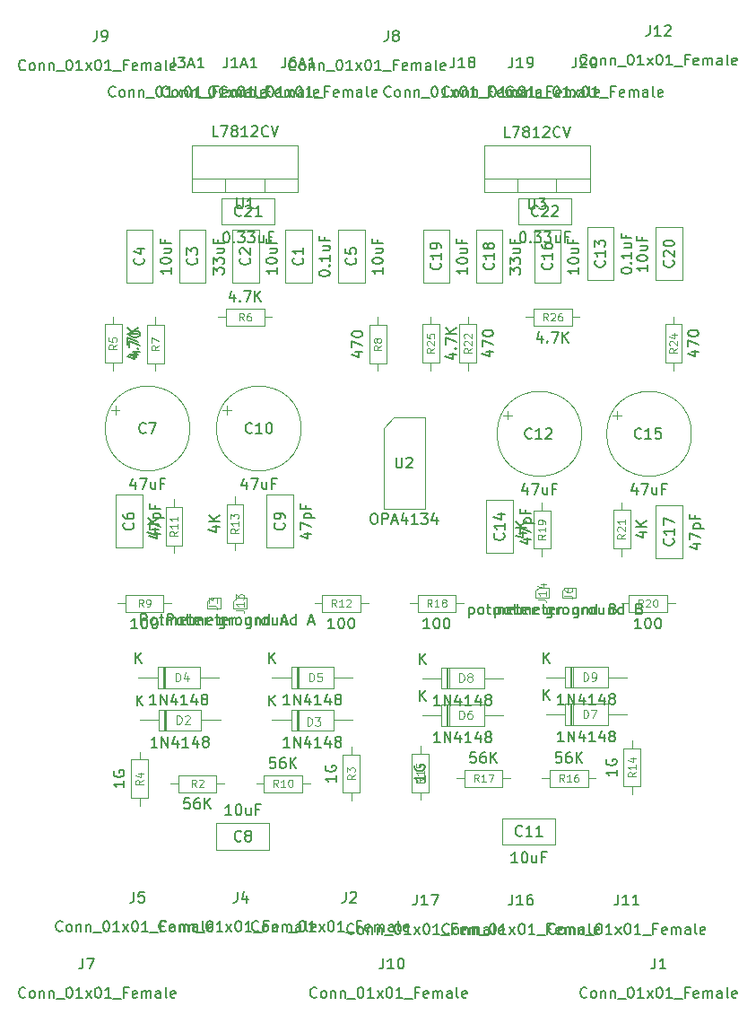
<source format=gbr>
%TF.GenerationSoftware,KiCad,Pcbnew,8.0.5-8.0.5-0~ubuntu24.04.1*%
%TF.CreationDate,2024-09-28T01:01:33+02:00*%
%TF.ProjectId,Highz-stereo,48696768-7a2d-4737-9465-72656f2e6b69,rev?*%
%TF.SameCoordinates,Original*%
%TF.FileFunction,AssemblyDrawing,Top*%
%FSLAX46Y46*%
G04 Gerber Fmt 4.6, Leading zero omitted, Abs format (unit mm)*
G04 Created by KiCad (PCBNEW 8.0.5-8.0.5-0~ubuntu24.04.1) date 2024-09-28 01:01:33*
%MOMM*%
%LPD*%
G01*
G04 APERTURE LIST*
%ADD10C,0.150000*%
%ADD11C,0.120000*%
%ADD12C,0.108000*%
%ADD13C,0.114000*%
%ADD14C,0.100000*%
G04 APERTURE END LIST*
D10*
X63454819Y-59892856D02*
X63454819Y-59797618D01*
X63454819Y-59797618D02*
X63502438Y-59702380D01*
X63502438Y-59702380D02*
X63550057Y-59654761D01*
X63550057Y-59654761D02*
X63645295Y-59607142D01*
X63645295Y-59607142D02*
X63835771Y-59559523D01*
X63835771Y-59559523D02*
X64073866Y-59559523D01*
X64073866Y-59559523D02*
X64264342Y-59607142D01*
X64264342Y-59607142D02*
X64359580Y-59654761D01*
X64359580Y-59654761D02*
X64407200Y-59702380D01*
X64407200Y-59702380D02*
X64454819Y-59797618D01*
X64454819Y-59797618D02*
X64454819Y-59892856D01*
X64454819Y-59892856D02*
X64407200Y-59988094D01*
X64407200Y-59988094D02*
X64359580Y-60035713D01*
X64359580Y-60035713D02*
X64264342Y-60083332D01*
X64264342Y-60083332D02*
X64073866Y-60130951D01*
X64073866Y-60130951D02*
X63835771Y-60130951D01*
X63835771Y-60130951D02*
X63645295Y-60083332D01*
X63645295Y-60083332D02*
X63550057Y-60035713D01*
X63550057Y-60035713D02*
X63502438Y-59988094D01*
X63502438Y-59988094D02*
X63454819Y-59892856D01*
X64359580Y-59130951D02*
X64407200Y-59083332D01*
X64407200Y-59083332D02*
X64454819Y-59130951D01*
X64454819Y-59130951D02*
X64407200Y-59178570D01*
X64407200Y-59178570D02*
X64359580Y-59130951D01*
X64359580Y-59130951D02*
X64454819Y-59130951D01*
X64454819Y-58130952D02*
X64454819Y-58702380D01*
X64454819Y-58416666D02*
X63454819Y-58416666D01*
X63454819Y-58416666D02*
X63597676Y-58511904D01*
X63597676Y-58511904D02*
X63692914Y-58607142D01*
X63692914Y-58607142D02*
X63740533Y-58702380D01*
X63788152Y-57273809D02*
X64454819Y-57273809D01*
X63788152Y-57702380D02*
X64311961Y-57702380D01*
X64311961Y-57702380D02*
X64407200Y-57654761D01*
X64407200Y-57654761D02*
X64454819Y-57559523D01*
X64454819Y-57559523D02*
X64454819Y-57416666D01*
X64454819Y-57416666D02*
X64407200Y-57321428D01*
X64407200Y-57321428D02*
X64359580Y-57273809D01*
X63931009Y-56464285D02*
X63931009Y-56797618D01*
X64454819Y-56797618D02*
X63454819Y-56797618D01*
X63454819Y-56797618D02*
X63454819Y-56321428D01*
X61859580Y-58416666D02*
X61907200Y-58464285D01*
X61907200Y-58464285D02*
X61954819Y-58607142D01*
X61954819Y-58607142D02*
X61954819Y-58702380D01*
X61954819Y-58702380D02*
X61907200Y-58845237D01*
X61907200Y-58845237D02*
X61811961Y-58940475D01*
X61811961Y-58940475D02*
X61716723Y-58988094D01*
X61716723Y-58988094D02*
X61526247Y-59035713D01*
X61526247Y-59035713D02*
X61383390Y-59035713D01*
X61383390Y-59035713D02*
X61192914Y-58988094D01*
X61192914Y-58988094D02*
X61097676Y-58940475D01*
X61097676Y-58940475D02*
X61002438Y-58845237D01*
X61002438Y-58845237D02*
X60954819Y-58702380D01*
X60954819Y-58702380D02*
X60954819Y-58607142D01*
X60954819Y-58607142D02*
X61002438Y-58464285D01*
X61002438Y-58464285D02*
X61050057Y-58416666D01*
X61954819Y-57464285D02*
X61954819Y-58035713D01*
X61954819Y-57749999D02*
X60954819Y-57749999D01*
X60954819Y-57749999D02*
X61097676Y-57845237D01*
X61097676Y-57845237D02*
X61192914Y-57940475D01*
X61192914Y-57940475D02*
X61240533Y-58035713D01*
X59454819Y-59321428D02*
X59454819Y-59892856D01*
X59454819Y-59607142D02*
X58454819Y-59607142D01*
X58454819Y-59607142D02*
X58597676Y-59702380D01*
X58597676Y-59702380D02*
X58692914Y-59797618D01*
X58692914Y-59797618D02*
X58740533Y-59892856D01*
X58454819Y-58702380D02*
X58454819Y-58607142D01*
X58454819Y-58607142D02*
X58502438Y-58511904D01*
X58502438Y-58511904D02*
X58550057Y-58464285D01*
X58550057Y-58464285D02*
X58645295Y-58416666D01*
X58645295Y-58416666D02*
X58835771Y-58369047D01*
X58835771Y-58369047D02*
X59073866Y-58369047D01*
X59073866Y-58369047D02*
X59264342Y-58416666D01*
X59264342Y-58416666D02*
X59359580Y-58464285D01*
X59359580Y-58464285D02*
X59407200Y-58511904D01*
X59407200Y-58511904D02*
X59454819Y-58607142D01*
X59454819Y-58607142D02*
X59454819Y-58702380D01*
X59454819Y-58702380D02*
X59407200Y-58797618D01*
X59407200Y-58797618D02*
X59359580Y-58845237D01*
X59359580Y-58845237D02*
X59264342Y-58892856D01*
X59264342Y-58892856D02*
X59073866Y-58940475D01*
X59073866Y-58940475D02*
X58835771Y-58940475D01*
X58835771Y-58940475D02*
X58645295Y-58892856D01*
X58645295Y-58892856D02*
X58550057Y-58845237D01*
X58550057Y-58845237D02*
X58502438Y-58797618D01*
X58502438Y-58797618D02*
X58454819Y-58702380D01*
X58788152Y-57511904D02*
X59454819Y-57511904D01*
X58788152Y-57940475D02*
X59311961Y-57940475D01*
X59311961Y-57940475D02*
X59407200Y-57892856D01*
X59407200Y-57892856D02*
X59454819Y-57797618D01*
X59454819Y-57797618D02*
X59454819Y-57654761D01*
X59454819Y-57654761D02*
X59407200Y-57559523D01*
X59407200Y-57559523D02*
X59359580Y-57511904D01*
X58931009Y-56702380D02*
X58931009Y-57035713D01*
X59454819Y-57035713D02*
X58454819Y-57035713D01*
X58454819Y-57035713D02*
X58454819Y-56559523D01*
X56859580Y-58416666D02*
X56907200Y-58464285D01*
X56907200Y-58464285D02*
X56954819Y-58607142D01*
X56954819Y-58607142D02*
X56954819Y-58702380D01*
X56954819Y-58702380D02*
X56907200Y-58845237D01*
X56907200Y-58845237D02*
X56811961Y-58940475D01*
X56811961Y-58940475D02*
X56716723Y-58988094D01*
X56716723Y-58988094D02*
X56526247Y-59035713D01*
X56526247Y-59035713D02*
X56383390Y-59035713D01*
X56383390Y-59035713D02*
X56192914Y-58988094D01*
X56192914Y-58988094D02*
X56097676Y-58940475D01*
X56097676Y-58940475D02*
X56002438Y-58845237D01*
X56002438Y-58845237D02*
X55954819Y-58702380D01*
X55954819Y-58702380D02*
X55954819Y-58607142D01*
X55954819Y-58607142D02*
X56002438Y-58464285D01*
X56002438Y-58464285D02*
X56050057Y-58416666D01*
X56050057Y-58035713D02*
X56002438Y-57988094D01*
X56002438Y-57988094D02*
X55954819Y-57892856D01*
X55954819Y-57892856D02*
X55954819Y-57654761D01*
X55954819Y-57654761D02*
X56002438Y-57559523D01*
X56002438Y-57559523D02*
X56050057Y-57511904D01*
X56050057Y-57511904D02*
X56145295Y-57464285D01*
X56145295Y-57464285D02*
X56240533Y-57464285D01*
X56240533Y-57464285D02*
X56383390Y-57511904D01*
X56383390Y-57511904D02*
X56954819Y-58083332D01*
X56954819Y-58083332D02*
X56954819Y-57464285D01*
X53454819Y-59940475D02*
X53454819Y-59321428D01*
X53454819Y-59321428D02*
X53835771Y-59654761D01*
X53835771Y-59654761D02*
X53835771Y-59511904D01*
X53835771Y-59511904D02*
X53883390Y-59416666D01*
X53883390Y-59416666D02*
X53931009Y-59369047D01*
X53931009Y-59369047D02*
X54026247Y-59321428D01*
X54026247Y-59321428D02*
X54264342Y-59321428D01*
X54264342Y-59321428D02*
X54359580Y-59369047D01*
X54359580Y-59369047D02*
X54407200Y-59416666D01*
X54407200Y-59416666D02*
X54454819Y-59511904D01*
X54454819Y-59511904D02*
X54454819Y-59797618D01*
X54454819Y-59797618D02*
X54407200Y-59892856D01*
X54407200Y-59892856D02*
X54359580Y-59940475D01*
X53454819Y-58988094D02*
X53454819Y-58369047D01*
X53454819Y-58369047D02*
X53835771Y-58702380D01*
X53835771Y-58702380D02*
X53835771Y-58559523D01*
X53835771Y-58559523D02*
X53883390Y-58464285D01*
X53883390Y-58464285D02*
X53931009Y-58416666D01*
X53931009Y-58416666D02*
X54026247Y-58369047D01*
X54026247Y-58369047D02*
X54264342Y-58369047D01*
X54264342Y-58369047D02*
X54359580Y-58416666D01*
X54359580Y-58416666D02*
X54407200Y-58464285D01*
X54407200Y-58464285D02*
X54454819Y-58559523D01*
X54454819Y-58559523D02*
X54454819Y-58845237D01*
X54454819Y-58845237D02*
X54407200Y-58940475D01*
X54407200Y-58940475D02*
X54359580Y-58988094D01*
X53788152Y-57511904D02*
X54454819Y-57511904D01*
X53788152Y-57940475D02*
X54311961Y-57940475D01*
X54311961Y-57940475D02*
X54407200Y-57892856D01*
X54407200Y-57892856D02*
X54454819Y-57797618D01*
X54454819Y-57797618D02*
X54454819Y-57654761D01*
X54454819Y-57654761D02*
X54407200Y-57559523D01*
X54407200Y-57559523D02*
X54359580Y-57511904D01*
X53931009Y-56702380D02*
X53931009Y-57035713D01*
X54454819Y-57035713D02*
X53454819Y-57035713D01*
X53454819Y-57035713D02*
X53454819Y-56559523D01*
X51859580Y-58416666D02*
X51907200Y-58464285D01*
X51907200Y-58464285D02*
X51954819Y-58607142D01*
X51954819Y-58607142D02*
X51954819Y-58702380D01*
X51954819Y-58702380D02*
X51907200Y-58845237D01*
X51907200Y-58845237D02*
X51811961Y-58940475D01*
X51811961Y-58940475D02*
X51716723Y-58988094D01*
X51716723Y-58988094D02*
X51526247Y-59035713D01*
X51526247Y-59035713D02*
X51383390Y-59035713D01*
X51383390Y-59035713D02*
X51192914Y-58988094D01*
X51192914Y-58988094D02*
X51097676Y-58940475D01*
X51097676Y-58940475D02*
X51002438Y-58845237D01*
X51002438Y-58845237D02*
X50954819Y-58702380D01*
X50954819Y-58702380D02*
X50954819Y-58607142D01*
X50954819Y-58607142D02*
X51002438Y-58464285D01*
X51002438Y-58464285D02*
X51050057Y-58416666D01*
X50954819Y-58083332D02*
X50954819Y-57464285D01*
X50954819Y-57464285D02*
X51335771Y-57797618D01*
X51335771Y-57797618D02*
X51335771Y-57654761D01*
X51335771Y-57654761D02*
X51383390Y-57559523D01*
X51383390Y-57559523D02*
X51431009Y-57511904D01*
X51431009Y-57511904D02*
X51526247Y-57464285D01*
X51526247Y-57464285D02*
X51764342Y-57464285D01*
X51764342Y-57464285D02*
X51859580Y-57511904D01*
X51859580Y-57511904D02*
X51907200Y-57559523D01*
X51907200Y-57559523D02*
X51954819Y-57654761D01*
X51954819Y-57654761D02*
X51954819Y-57940475D01*
X51954819Y-57940475D02*
X51907200Y-58035713D01*
X51907200Y-58035713D02*
X51859580Y-58083332D01*
X49454819Y-59321428D02*
X49454819Y-59892856D01*
X49454819Y-59607142D02*
X48454819Y-59607142D01*
X48454819Y-59607142D02*
X48597676Y-59702380D01*
X48597676Y-59702380D02*
X48692914Y-59797618D01*
X48692914Y-59797618D02*
X48740533Y-59892856D01*
X48454819Y-58702380D02*
X48454819Y-58607142D01*
X48454819Y-58607142D02*
X48502438Y-58511904D01*
X48502438Y-58511904D02*
X48550057Y-58464285D01*
X48550057Y-58464285D02*
X48645295Y-58416666D01*
X48645295Y-58416666D02*
X48835771Y-58369047D01*
X48835771Y-58369047D02*
X49073866Y-58369047D01*
X49073866Y-58369047D02*
X49264342Y-58416666D01*
X49264342Y-58416666D02*
X49359580Y-58464285D01*
X49359580Y-58464285D02*
X49407200Y-58511904D01*
X49407200Y-58511904D02*
X49454819Y-58607142D01*
X49454819Y-58607142D02*
X49454819Y-58702380D01*
X49454819Y-58702380D02*
X49407200Y-58797618D01*
X49407200Y-58797618D02*
X49359580Y-58845237D01*
X49359580Y-58845237D02*
X49264342Y-58892856D01*
X49264342Y-58892856D02*
X49073866Y-58940475D01*
X49073866Y-58940475D02*
X48835771Y-58940475D01*
X48835771Y-58940475D02*
X48645295Y-58892856D01*
X48645295Y-58892856D02*
X48550057Y-58845237D01*
X48550057Y-58845237D02*
X48502438Y-58797618D01*
X48502438Y-58797618D02*
X48454819Y-58702380D01*
X48788152Y-57511904D02*
X49454819Y-57511904D01*
X48788152Y-57940475D02*
X49311961Y-57940475D01*
X49311961Y-57940475D02*
X49407200Y-57892856D01*
X49407200Y-57892856D02*
X49454819Y-57797618D01*
X49454819Y-57797618D02*
X49454819Y-57654761D01*
X49454819Y-57654761D02*
X49407200Y-57559523D01*
X49407200Y-57559523D02*
X49359580Y-57511904D01*
X48931009Y-56702380D02*
X48931009Y-57035713D01*
X49454819Y-57035713D02*
X48454819Y-57035713D01*
X48454819Y-57035713D02*
X48454819Y-56559523D01*
X46859580Y-58416666D02*
X46907200Y-58464285D01*
X46907200Y-58464285D02*
X46954819Y-58607142D01*
X46954819Y-58607142D02*
X46954819Y-58702380D01*
X46954819Y-58702380D02*
X46907200Y-58845237D01*
X46907200Y-58845237D02*
X46811961Y-58940475D01*
X46811961Y-58940475D02*
X46716723Y-58988094D01*
X46716723Y-58988094D02*
X46526247Y-59035713D01*
X46526247Y-59035713D02*
X46383390Y-59035713D01*
X46383390Y-59035713D02*
X46192914Y-58988094D01*
X46192914Y-58988094D02*
X46097676Y-58940475D01*
X46097676Y-58940475D02*
X46002438Y-58845237D01*
X46002438Y-58845237D02*
X45954819Y-58702380D01*
X45954819Y-58702380D02*
X45954819Y-58607142D01*
X45954819Y-58607142D02*
X46002438Y-58464285D01*
X46002438Y-58464285D02*
X46050057Y-58416666D01*
X46288152Y-57559523D02*
X46954819Y-57559523D01*
X45907200Y-57797618D02*
X46621485Y-58035713D01*
X46621485Y-58035713D02*
X46621485Y-57416666D01*
X69454819Y-59321428D02*
X69454819Y-59892856D01*
X69454819Y-59607142D02*
X68454819Y-59607142D01*
X68454819Y-59607142D02*
X68597676Y-59702380D01*
X68597676Y-59702380D02*
X68692914Y-59797618D01*
X68692914Y-59797618D02*
X68740533Y-59892856D01*
X68454819Y-58702380D02*
X68454819Y-58607142D01*
X68454819Y-58607142D02*
X68502438Y-58511904D01*
X68502438Y-58511904D02*
X68550057Y-58464285D01*
X68550057Y-58464285D02*
X68645295Y-58416666D01*
X68645295Y-58416666D02*
X68835771Y-58369047D01*
X68835771Y-58369047D02*
X69073866Y-58369047D01*
X69073866Y-58369047D02*
X69264342Y-58416666D01*
X69264342Y-58416666D02*
X69359580Y-58464285D01*
X69359580Y-58464285D02*
X69407200Y-58511904D01*
X69407200Y-58511904D02*
X69454819Y-58607142D01*
X69454819Y-58607142D02*
X69454819Y-58702380D01*
X69454819Y-58702380D02*
X69407200Y-58797618D01*
X69407200Y-58797618D02*
X69359580Y-58845237D01*
X69359580Y-58845237D02*
X69264342Y-58892856D01*
X69264342Y-58892856D02*
X69073866Y-58940475D01*
X69073866Y-58940475D02*
X68835771Y-58940475D01*
X68835771Y-58940475D02*
X68645295Y-58892856D01*
X68645295Y-58892856D02*
X68550057Y-58845237D01*
X68550057Y-58845237D02*
X68502438Y-58797618D01*
X68502438Y-58797618D02*
X68454819Y-58702380D01*
X68788152Y-57511904D02*
X69454819Y-57511904D01*
X68788152Y-57940475D02*
X69311961Y-57940475D01*
X69311961Y-57940475D02*
X69407200Y-57892856D01*
X69407200Y-57892856D02*
X69454819Y-57797618D01*
X69454819Y-57797618D02*
X69454819Y-57654761D01*
X69454819Y-57654761D02*
X69407200Y-57559523D01*
X69407200Y-57559523D02*
X69359580Y-57511904D01*
X68931009Y-56702380D02*
X68931009Y-57035713D01*
X69454819Y-57035713D02*
X68454819Y-57035713D01*
X68454819Y-57035713D02*
X68454819Y-56559523D01*
X66859580Y-58416666D02*
X66907200Y-58464285D01*
X66907200Y-58464285D02*
X66954819Y-58607142D01*
X66954819Y-58607142D02*
X66954819Y-58702380D01*
X66954819Y-58702380D02*
X66907200Y-58845237D01*
X66907200Y-58845237D02*
X66811961Y-58940475D01*
X66811961Y-58940475D02*
X66716723Y-58988094D01*
X66716723Y-58988094D02*
X66526247Y-59035713D01*
X66526247Y-59035713D02*
X66383390Y-59035713D01*
X66383390Y-59035713D02*
X66192914Y-58988094D01*
X66192914Y-58988094D02*
X66097676Y-58940475D01*
X66097676Y-58940475D02*
X66002438Y-58845237D01*
X66002438Y-58845237D02*
X65954819Y-58702380D01*
X65954819Y-58702380D02*
X65954819Y-58607142D01*
X65954819Y-58607142D02*
X66002438Y-58464285D01*
X66002438Y-58464285D02*
X66050057Y-58416666D01*
X65954819Y-57511904D02*
X65954819Y-57988094D01*
X65954819Y-57988094D02*
X66431009Y-58035713D01*
X66431009Y-58035713D02*
X66383390Y-57988094D01*
X66383390Y-57988094D02*
X66335771Y-57892856D01*
X66335771Y-57892856D02*
X66335771Y-57654761D01*
X66335771Y-57654761D02*
X66383390Y-57559523D01*
X66383390Y-57559523D02*
X66431009Y-57511904D01*
X66431009Y-57511904D02*
X66526247Y-57464285D01*
X66526247Y-57464285D02*
X66764342Y-57464285D01*
X66764342Y-57464285D02*
X66859580Y-57511904D01*
X66859580Y-57511904D02*
X66907200Y-57559523D01*
X66907200Y-57559523D02*
X66954819Y-57654761D01*
X66954819Y-57654761D02*
X66954819Y-57892856D01*
X66954819Y-57892856D02*
X66907200Y-57988094D01*
X66907200Y-57988094D02*
X66859580Y-58035713D01*
X55178571Y-110954819D02*
X54607143Y-110954819D01*
X54892857Y-110954819D02*
X54892857Y-109954819D01*
X54892857Y-109954819D02*
X54797619Y-110097676D01*
X54797619Y-110097676D02*
X54702381Y-110192914D01*
X54702381Y-110192914D02*
X54607143Y-110240533D01*
X55797619Y-109954819D02*
X55892857Y-109954819D01*
X55892857Y-109954819D02*
X55988095Y-110002438D01*
X55988095Y-110002438D02*
X56035714Y-110050057D01*
X56035714Y-110050057D02*
X56083333Y-110145295D01*
X56083333Y-110145295D02*
X56130952Y-110335771D01*
X56130952Y-110335771D02*
X56130952Y-110573866D01*
X56130952Y-110573866D02*
X56083333Y-110764342D01*
X56083333Y-110764342D02*
X56035714Y-110859580D01*
X56035714Y-110859580D02*
X55988095Y-110907200D01*
X55988095Y-110907200D02*
X55892857Y-110954819D01*
X55892857Y-110954819D02*
X55797619Y-110954819D01*
X55797619Y-110954819D02*
X55702381Y-110907200D01*
X55702381Y-110907200D02*
X55654762Y-110859580D01*
X55654762Y-110859580D02*
X55607143Y-110764342D01*
X55607143Y-110764342D02*
X55559524Y-110573866D01*
X55559524Y-110573866D02*
X55559524Y-110335771D01*
X55559524Y-110335771D02*
X55607143Y-110145295D01*
X55607143Y-110145295D02*
X55654762Y-110050057D01*
X55654762Y-110050057D02*
X55702381Y-110002438D01*
X55702381Y-110002438D02*
X55797619Y-109954819D01*
X56988095Y-110288152D02*
X56988095Y-110954819D01*
X56559524Y-110288152D02*
X56559524Y-110811961D01*
X56559524Y-110811961D02*
X56607143Y-110907200D01*
X56607143Y-110907200D02*
X56702381Y-110954819D01*
X56702381Y-110954819D02*
X56845238Y-110954819D01*
X56845238Y-110954819D02*
X56940476Y-110907200D01*
X56940476Y-110907200D02*
X56988095Y-110859580D01*
X57797619Y-110431009D02*
X57464286Y-110431009D01*
X57464286Y-110954819D02*
X57464286Y-109954819D01*
X57464286Y-109954819D02*
X57940476Y-109954819D01*
X56083333Y-113359580D02*
X56035714Y-113407200D01*
X56035714Y-113407200D02*
X55892857Y-113454819D01*
X55892857Y-113454819D02*
X55797619Y-113454819D01*
X55797619Y-113454819D02*
X55654762Y-113407200D01*
X55654762Y-113407200D02*
X55559524Y-113311961D01*
X55559524Y-113311961D02*
X55511905Y-113216723D01*
X55511905Y-113216723D02*
X55464286Y-113026247D01*
X55464286Y-113026247D02*
X55464286Y-112883390D01*
X55464286Y-112883390D02*
X55511905Y-112692914D01*
X55511905Y-112692914D02*
X55559524Y-112597676D01*
X55559524Y-112597676D02*
X55654762Y-112502438D01*
X55654762Y-112502438D02*
X55797619Y-112454819D01*
X55797619Y-112454819D02*
X55892857Y-112454819D01*
X55892857Y-112454819D02*
X56035714Y-112502438D01*
X56035714Y-112502438D02*
X56083333Y-112550057D01*
X56654762Y-112883390D02*
X56559524Y-112835771D01*
X56559524Y-112835771D02*
X56511905Y-112788152D01*
X56511905Y-112788152D02*
X56464286Y-112692914D01*
X56464286Y-112692914D02*
X56464286Y-112645295D01*
X56464286Y-112645295D02*
X56511905Y-112550057D01*
X56511905Y-112550057D02*
X56559524Y-112502438D01*
X56559524Y-112502438D02*
X56654762Y-112454819D01*
X56654762Y-112454819D02*
X56845238Y-112454819D01*
X56845238Y-112454819D02*
X56940476Y-112502438D01*
X56940476Y-112502438D02*
X56988095Y-112550057D01*
X56988095Y-112550057D02*
X57035714Y-112645295D01*
X57035714Y-112645295D02*
X57035714Y-112692914D01*
X57035714Y-112692914D02*
X56988095Y-112788152D01*
X56988095Y-112788152D02*
X56940476Y-112835771D01*
X56940476Y-112835771D02*
X56845238Y-112883390D01*
X56845238Y-112883390D02*
X56654762Y-112883390D01*
X56654762Y-112883390D02*
X56559524Y-112931009D01*
X56559524Y-112931009D02*
X56511905Y-112978628D01*
X56511905Y-112978628D02*
X56464286Y-113073866D01*
X56464286Y-113073866D02*
X56464286Y-113264342D01*
X56464286Y-113264342D02*
X56511905Y-113359580D01*
X56511905Y-113359580D02*
X56559524Y-113407200D01*
X56559524Y-113407200D02*
X56654762Y-113454819D01*
X56654762Y-113454819D02*
X56845238Y-113454819D01*
X56845238Y-113454819D02*
X56940476Y-113407200D01*
X56940476Y-113407200D02*
X56988095Y-113359580D01*
X56988095Y-113359580D02*
X57035714Y-113264342D01*
X57035714Y-113264342D02*
X57035714Y-113073866D01*
X57035714Y-113073866D02*
X56988095Y-112978628D01*
X56988095Y-112978628D02*
X56940476Y-112931009D01*
X56940476Y-112931009D02*
X56845238Y-112883390D01*
X48047142Y-100574819D02*
X47475714Y-100574819D01*
X47761428Y-100574819D02*
X47761428Y-99574819D01*
X47761428Y-99574819D02*
X47666190Y-99717676D01*
X47666190Y-99717676D02*
X47570952Y-99812914D01*
X47570952Y-99812914D02*
X47475714Y-99860533D01*
X48475714Y-100574819D02*
X48475714Y-99574819D01*
X48475714Y-99574819D02*
X49047142Y-100574819D01*
X49047142Y-100574819D02*
X49047142Y-99574819D01*
X49951904Y-99908152D02*
X49951904Y-100574819D01*
X49713809Y-99527200D02*
X49475714Y-100241485D01*
X49475714Y-100241485D02*
X50094761Y-100241485D01*
X50999523Y-100574819D02*
X50428095Y-100574819D01*
X50713809Y-100574819D02*
X50713809Y-99574819D01*
X50713809Y-99574819D02*
X50618571Y-99717676D01*
X50618571Y-99717676D02*
X50523333Y-99812914D01*
X50523333Y-99812914D02*
X50428095Y-99860533D01*
X51856666Y-99908152D02*
X51856666Y-100574819D01*
X51618571Y-99527200D02*
X51380476Y-100241485D01*
X51380476Y-100241485D02*
X51999523Y-100241485D01*
X52523333Y-100003390D02*
X52428095Y-99955771D01*
X52428095Y-99955771D02*
X52380476Y-99908152D01*
X52380476Y-99908152D02*
X52332857Y-99812914D01*
X52332857Y-99812914D02*
X52332857Y-99765295D01*
X52332857Y-99765295D02*
X52380476Y-99670057D01*
X52380476Y-99670057D02*
X52428095Y-99622438D01*
X52428095Y-99622438D02*
X52523333Y-99574819D01*
X52523333Y-99574819D02*
X52713809Y-99574819D01*
X52713809Y-99574819D02*
X52809047Y-99622438D01*
X52809047Y-99622438D02*
X52856666Y-99670057D01*
X52856666Y-99670057D02*
X52904285Y-99765295D01*
X52904285Y-99765295D02*
X52904285Y-99812914D01*
X52904285Y-99812914D02*
X52856666Y-99908152D01*
X52856666Y-99908152D02*
X52809047Y-99955771D01*
X52809047Y-99955771D02*
X52713809Y-100003390D01*
X52713809Y-100003390D02*
X52523333Y-100003390D01*
X52523333Y-100003390D02*
X52428095Y-100051009D01*
X52428095Y-100051009D02*
X52380476Y-100098628D01*
X52380476Y-100098628D02*
X52332857Y-100193866D01*
X52332857Y-100193866D02*
X52332857Y-100384342D01*
X52332857Y-100384342D02*
X52380476Y-100479580D01*
X52380476Y-100479580D02*
X52428095Y-100527200D01*
X52428095Y-100527200D02*
X52523333Y-100574819D01*
X52523333Y-100574819D02*
X52713809Y-100574819D01*
X52713809Y-100574819D02*
X52809047Y-100527200D01*
X52809047Y-100527200D02*
X52856666Y-100479580D01*
X52856666Y-100479580D02*
X52904285Y-100384342D01*
X52904285Y-100384342D02*
X52904285Y-100193866D01*
X52904285Y-100193866D02*
X52856666Y-100098628D01*
X52856666Y-100098628D02*
X52809047Y-100051009D01*
X52809047Y-100051009D02*
X52713809Y-100003390D01*
X46118095Y-96654819D02*
X46118095Y-95654819D01*
X46689523Y-96654819D02*
X46260952Y-96083390D01*
X46689523Y-95654819D02*
X46118095Y-96226247D01*
D11*
X49899524Y-98363855D02*
X49899524Y-97563855D01*
X49899524Y-97563855D02*
X50090000Y-97563855D01*
X50090000Y-97563855D02*
X50204286Y-97601950D01*
X50204286Y-97601950D02*
X50280476Y-97678140D01*
X50280476Y-97678140D02*
X50318571Y-97754331D01*
X50318571Y-97754331D02*
X50356667Y-97906712D01*
X50356667Y-97906712D02*
X50356667Y-98020998D01*
X50356667Y-98020998D02*
X50318571Y-98173379D01*
X50318571Y-98173379D02*
X50280476Y-98249569D01*
X50280476Y-98249569D02*
X50204286Y-98325760D01*
X50204286Y-98325760D02*
X50090000Y-98363855D01*
X50090000Y-98363855D02*
X49899524Y-98363855D01*
X51042381Y-97830521D02*
X51042381Y-98363855D01*
X50851905Y-97525760D02*
X50661428Y-98097188D01*
X50661428Y-98097188D02*
X51156667Y-98097188D01*
D10*
X60667142Y-100574819D02*
X60095714Y-100574819D01*
X60381428Y-100574819D02*
X60381428Y-99574819D01*
X60381428Y-99574819D02*
X60286190Y-99717676D01*
X60286190Y-99717676D02*
X60190952Y-99812914D01*
X60190952Y-99812914D02*
X60095714Y-99860533D01*
X61095714Y-100574819D02*
X61095714Y-99574819D01*
X61095714Y-99574819D02*
X61667142Y-100574819D01*
X61667142Y-100574819D02*
X61667142Y-99574819D01*
X62571904Y-99908152D02*
X62571904Y-100574819D01*
X62333809Y-99527200D02*
X62095714Y-100241485D01*
X62095714Y-100241485D02*
X62714761Y-100241485D01*
X63619523Y-100574819D02*
X63048095Y-100574819D01*
X63333809Y-100574819D02*
X63333809Y-99574819D01*
X63333809Y-99574819D02*
X63238571Y-99717676D01*
X63238571Y-99717676D02*
X63143333Y-99812914D01*
X63143333Y-99812914D02*
X63048095Y-99860533D01*
X64476666Y-99908152D02*
X64476666Y-100574819D01*
X64238571Y-99527200D02*
X64000476Y-100241485D01*
X64000476Y-100241485D02*
X64619523Y-100241485D01*
X65143333Y-100003390D02*
X65048095Y-99955771D01*
X65048095Y-99955771D02*
X65000476Y-99908152D01*
X65000476Y-99908152D02*
X64952857Y-99812914D01*
X64952857Y-99812914D02*
X64952857Y-99765295D01*
X64952857Y-99765295D02*
X65000476Y-99670057D01*
X65000476Y-99670057D02*
X65048095Y-99622438D01*
X65048095Y-99622438D02*
X65143333Y-99574819D01*
X65143333Y-99574819D02*
X65333809Y-99574819D01*
X65333809Y-99574819D02*
X65429047Y-99622438D01*
X65429047Y-99622438D02*
X65476666Y-99670057D01*
X65476666Y-99670057D02*
X65524285Y-99765295D01*
X65524285Y-99765295D02*
X65524285Y-99812914D01*
X65524285Y-99812914D02*
X65476666Y-99908152D01*
X65476666Y-99908152D02*
X65429047Y-99955771D01*
X65429047Y-99955771D02*
X65333809Y-100003390D01*
X65333809Y-100003390D02*
X65143333Y-100003390D01*
X65143333Y-100003390D02*
X65048095Y-100051009D01*
X65048095Y-100051009D02*
X65000476Y-100098628D01*
X65000476Y-100098628D02*
X64952857Y-100193866D01*
X64952857Y-100193866D02*
X64952857Y-100384342D01*
X64952857Y-100384342D02*
X65000476Y-100479580D01*
X65000476Y-100479580D02*
X65048095Y-100527200D01*
X65048095Y-100527200D02*
X65143333Y-100574819D01*
X65143333Y-100574819D02*
X65333809Y-100574819D01*
X65333809Y-100574819D02*
X65429047Y-100527200D01*
X65429047Y-100527200D02*
X65476666Y-100479580D01*
X65476666Y-100479580D02*
X65524285Y-100384342D01*
X65524285Y-100384342D02*
X65524285Y-100193866D01*
X65524285Y-100193866D02*
X65476666Y-100098628D01*
X65476666Y-100098628D02*
X65429047Y-100051009D01*
X65429047Y-100051009D02*
X65333809Y-100003390D01*
D11*
X62519524Y-98363855D02*
X62519524Y-97563855D01*
X62519524Y-97563855D02*
X62710000Y-97563855D01*
X62710000Y-97563855D02*
X62824286Y-97601950D01*
X62824286Y-97601950D02*
X62900476Y-97678140D01*
X62900476Y-97678140D02*
X62938571Y-97754331D01*
X62938571Y-97754331D02*
X62976667Y-97906712D01*
X62976667Y-97906712D02*
X62976667Y-98020998D01*
X62976667Y-98020998D02*
X62938571Y-98173379D01*
X62938571Y-98173379D02*
X62900476Y-98249569D01*
X62900476Y-98249569D02*
X62824286Y-98325760D01*
X62824286Y-98325760D02*
X62710000Y-98363855D01*
X62710000Y-98363855D02*
X62519524Y-98363855D01*
X63700476Y-97563855D02*
X63319524Y-97563855D01*
X63319524Y-97563855D02*
X63281428Y-97944807D01*
X63281428Y-97944807D02*
X63319524Y-97906712D01*
X63319524Y-97906712D02*
X63395714Y-97868617D01*
X63395714Y-97868617D02*
X63586190Y-97868617D01*
X63586190Y-97868617D02*
X63662381Y-97906712D01*
X63662381Y-97906712D02*
X63700476Y-97944807D01*
X63700476Y-97944807D02*
X63738571Y-98020998D01*
X63738571Y-98020998D02*
X63738571Y-98211474D01*
X63738571Y-98211474D02*
X63700476Y-98287664D01*
X63700476Y-98287664D02*
X63662381Y-98325760D01*
X63662381Y-98325760D02*
X63586190Y-98363855D01*
X63586190Y-98363855D02*
X63395714Y-98363855D01*
X63395714Y-98363855D02*
X63319524Y-98325760D01*
X63319524Y-98325760D02*
X63281428Y-98287664D01*
D10*
X58738095Y-96654819D02*
X58738095Y-95654819D01*
X59309523Y-96654819D02*
X58880952Y-96083390D01*
X59309523Y-95654819D02*
X58738095Y-96226247D01*
X35714284Y-128109580D02*
X35666665Y-128157200D01*
X35666665Y-128157200D02*
X35523808Y-128204819D01*
X35523808Y-128204819D02*
X35428570Y-128204819D01*
X35428570Y-128204819D02*
X35285713Y-128157200D01*
X35285713Y-128157200D02*
X35190475Y-128061961D01*
X35190475Y-128061961D02*
X35142856Y-127966723D01*
X35142856Y-127966723D02*
X35095237Y-127776247D01*
X35095237Y-127776247D02*
X35095237Y-127633390D01*
X35095237Y-127633390D02*
X35142856Y-127442914D01*
X35142856Y-127442914D02*
X35190475Y-127347676D01*
X35190475Y-127347676D02*
X35285713Y-127252438D01*
X35285713Y-127252438D02*
X35428570Y-127204819D01*
X35428570Y-127204819D02*
X35523808Y-127204819D01*
X35523808Y-127204819D02*
X35666665Y-127252438D01*
X35666665Y-127252438D02*
X35714284Y-127300057D01*
X36285713Y-128204819D02*
X36190475Y-128157200D01*
X36190475Y-128157200D02*
X36142856Y-128109580D01*
X36142856Y-128109580D02*
X36095237Y-128014342D01*
X36095237Y-128014342D02*
X36095237Y-127728628D01*
X36095237Y-127728628D02*
X36142856Y-127633390D01*
X36142856Y-127633390D02*
X36190475Y-127585771D01*
X36190475Y-127585771D02*
X36285713Y-127538152D01*
X36285713Y-127538152D02*
X36428570Y-127538152D01*
X36428570Y-127538152D02*
X36523808Y-127585771D01*
X36523808Y-127585771D02*
X36571427Y-127633390D01*
X36571427Y-127633390D02*
X36619046Y-127728628D01*
X36619046Y-127728628D02*
X36619046Y-128014342D01*
X36619046Y-128014342D02*
X36571427Y-128109580D01*
X36571427Y-128109580D02*
X36523808Y-128157200D01*
X36523808Y-128157200D02*
X36428570Y-128204819D01*
X36428570Y-128204819D02*
X36285713Y-128204819D01*
X37047618Y-127538152D02*
X37047618Y-128204819D01*
X37047618Y-127633390D02*
X37095237Y-127585771D01*
X37095237Y-127585771D02*
X37190475Y-127538152D01*
X37190475Y-127538152D02*
X37333332Y-127538152D01*
X37333332Y-127538152D02*
X37428570Y-127585771D01*
X37428570Y-127585771D02*
X37476189Y-127681009D01*
X37476189Y-127681009D02*
X37476189Y-128204819D01*
X37952380Y-127538152D02*
X37952380Y-128204819D01*
X37952380Y-127633390D02*
X37999999Y-127585771D01*
X37999999Y-127585771D02*
X38095237Y-127538152D01*
X38095237Y-127538152D02*
X38238094Y-127538152D01*
X38238094Y-127538152D02*
X38333332Y-127585771D01*
X38333332Y-127585771D02*
X38380951Y-127681009D01*
X38380951Y-127681009D02*
X38380951Y-128204819D01*
X38619047Y-128300057D02*
X39380951Y-128300057D01*
X39809523Y-127204819D02*
X39904761Y-127204819D01*
X39904761Y-127204819D02*
X39999999Y-127252438D01*
X39999999Y-127252438D02*
X40047618Y-127300057D01*
X40047618Y-127300057D02*
X40095237Y-127395295D01*
X40095237Y-127395295D02*
X40142856Y-127585771D01*
X40142856Y-127585771D02*
X40142856Y-127823866D01*
X40142856Y-127823866D02*
X40095237Y-128014342D01*
X40095237Y-128014342D02*
X40047618Y-128109580D01*
X40047618Y-128109580D02*
X39999999Y-128157200D01*
X39999999Y-128157200D02*
X39904761Y-128204819D01*
X39904761Y-128204819D02*
X39809523Y-128204819D01*
X39809523Y-128204819D02*
X39714285Y-128157200D01*
X39714285Y-128157200D02*
X39666666Y-128109580D01*
X39666666Y-128109580D02*
X39619047Y-128014342D01*
X39619047Y-128014342D02*
X39571428Y-127823866D01*
X39571428Y-127823866D02*
X39571428Y-127585771D01*
X39571428Y-127585771D02*
X39619047Y-127395295D01*
X39619047Y-127395295D02*
X39666666Y-127300057D01*
X39666666Y-127300057D02*
X39714285Y-127252438D01*
X39714285Y-127252438D02*
X39809523Y-127204819D01*
X41095237Y-128204819D02*
X40523809Y-128204819D01*
X40809523Y-128204819D02*
X40809523Y-127204819D01*
X40809523Y-127204819D02*
X40714285Y-127347676D01*
X40714285Y-127347676D02*
X40619047Y-127442914D01*
X40619047Y-127442914D02*
X40523809Y-127490533D01*
X41428571Y-128204819D02*
X41952380Y-127538152D01*
X41428571Y-127538152D02*
X41952380Y-128204819D01*
X42523809Y-127204819D02*
X42619047Y-127204819D01*
X42619047Y-127204819D02*
X42714285Y-127252438D01*
X42714285Y-127252438D02*
X42761904Y-127300057D01*
X42761904Y-127300057D02*
X42809523Y-127395295D01*
X42809523Y-127395295D02*
X42857142Y-127585771D01*
X42857142Y-127585771D02*
X42857142Y-127823866D01*
X42857142Y-127823866D02*
X42809523Y-128014342D01*
X42809523Y-128014342D02*
X42761904Y-128109580D01*
X42761904Y-128109580D02*
X42714285Y-128157200D01*
X42714285Y-128157200D02*
X42619047Y-128204819D01*
X42619047Y-128204819D02*
X42523809Y-128204819D01*
X42523809Y-128204819D02*
X42428571Y-128157200D01*
X42428571Y-128157200D02*
X42380952Y-128109580D01*
X42380952Y-128109580D02*
X42333333Y-128014342D01*
X42333333Y-128014342D02*
X42285714Y-127823866D01*
X42285714Y-127823866D02*
X42285714Y-127585771D01*
X42285714Y-127585771D02*
X42333333Y-127395295D01*
X42333333Y-127395295D02*
X42380952Y-127300057D01*
X42380952Y-127300057D02*
X42428571Y-127252438D01*
X42428571Y-127252438D02*
X42523809Y-127204819D01*
X43809523Y-128204819D02*
X43238095Y-128204819D01*
X43523809Y-128204819D02*
X43523809Y-127204819D01*
X43523809Y-127204819D02*
X43428571Y-127347676D01*
X43428571Y-127347676D02*
X43333333Y-127442914D01*
X43333333Y-127442914D02*
X43238095Y-127490533D01*
X44000000Y-128300057D02*
X44761904Y-128300057D01*
X45333333Y-127681009D02*
X45000000Y-127681009D01*
X45000000Y-128204819D02*
X45000000Y-127204819D01*
X45000000Y-127204819D02*
X45476190Y-127204819D01*
X46238095Y-128157200D02*
X46142857Y-128204819D01*
X46142857Y-128204819D02*
X45952381Y-128204819D01*
X45952381Y-128204819D02*
X45857143Y-128157200D01*
X45857143Y-128157200D02*
X45809524Y-128061961D01*
X45809524Y-128061961D02*
X45809524Y-127681009D01*
X45809524Y-127681009D02*
X45857143Y-127585771D01*
X45857143Y-127585771D02*
X45952381Y-127538152D01*
X45952381Y-127538152D02*
X46142857Y-127538152D01*
X46142857Y-127538152D02*
X46238095Y-127585771D01*
X46238095Y-127585771D02*
X46285714Y-127681009D01*
X46285714Y-127681009D02*
X46285714Y-127776247D01*
X46285714Y-127776247D02*
X45809524Y-127871485D01*
X46714286Y-128204819D02*
X46714286Y-127538152D01*
X46714286Y-127633390D02*
X46761905Y-127585771D01*
X46761905Y-127585771D02*
X46857143Y-127538152D01*
X46857143Y-127538152D02*
X47000000Y-127538152D01*
X47000000Y-127538152D02*
X47095238Y-127585771D01*
X47095238Y-127585771D02*
X47142857Y-127681009D01*
X47142857Y-127681009D02*
X47142857Y-128204819D01*
X47142857Y-127681009D02*
X47190476Y-127585771D01*
X47190476Y-127585771D02*
X47285714Y-127538152D01*
X47285714Y-127538152D02*
X47428571Y-127538152D01*
X47428571Y-127538152D02*
X47523810Y-127585771D01*
X47523810Y-127585771D02*
X47571429Y-127681009D01*
X47571429Y-127681009D02*
X47571429Y-128204819D01*
X48476190Y-128204819D02*
X48476190Y-127681009D01*
X48476190Y-127681009D02*
X48428571Y-127585771D01*
X48428571Y-127585771D02*
X48333333Y-127538152D01*
X48333333Y-127538152D02*
X48142857Y-127538152D01*
X48142857Y-127538152D02*
X48047619Y-127585771D01*
X48476190Y-128157200D02*
X48380952Y-128204819D01*
X48380952Y-128204819D02*
X48142857Y-128204819D01*
X48142857Y-128204819D02*
X48047619Y-128157200D01*
X48047619Y-128157200D02*
X48000000Y-128061961D01*
X48000000Y-128061961D02*
X48000000Y-127966723D01*
X48000000Y-127966723D02*
X48047619Y-127871485D01*
X48047619Y-127871485D02*
X48142857Y-127823866D01*
X48142857Y-127823866D02*
X48380952Y-127823866D01*
X48380952Y-127823866D02*
X48476190Y-127776247D01*
X49095238Y-128204819D02*
X49000000Y-128157200D01*
X49000000Y-128157200D02*
X48952381Y-128061961D01*
X48952381Y-128061961D02*
X48952381Y-127204819D01*
X49857143Y-128157200D02*
X49761905Y-128204819D01*
X49761905Y-128204819D02*
X49571429Y-128204819D01*
X49571429Y-128204819D02*
X49476191Y-128157200D01*
X49476191Y-128157200D02*
X49428572Y-128061961D01*
X49428572Y-128061961D02*
X49428572Y-127681009D01*
X49428572Y-127681009D02*
X49476191Y-127585771D01*
X49476191Y-127585771D02*
X49571429Y-127538152D01*
X49571429Y-127538152D02*
X49761905Y-127538152D01*
X49761905Y-127538152D02*
X49857143Y-127585771D01*
X49857143Y-127585771D02*
X49904762Y-127681009D01*
X49904762Y-127681009D02*
X49904762Y-127776247D01*
X49904762Y-127776247D02*
X49428572Y-127871485D01*
X41141665Y-124454819D02*
X41141665Y-125169104D01*
X41141665Y-125169104D02*
X41094046Y-125311961D01*
X41094046Y-125311961D02*
X40998808Y-125407200D01*
X40998808Y-125407200D02*
X40855951Y-125454819D01*
X40855951Y-125454819D02*
X40760713Y-125454819D01*
X41522618Y-124454819D02*
X42189284Y-124454819D01*
X42189284Y-124454819D02*
X41760713Y-125454819D01*
X61214284Y-40609580D02*
X61166665Y-40657200D01*
X61166665Y-40657200D02*
X61023808Y-40704819D01*
X61023808Y-40704819D02*
X60928570Y-40704819D01*
X60928570Y-40704819D02*
X60785713Y-40657200D01*
X60785713Y-40657200D02*
X60690475Y-40561961D01*
X60690475Y-40561961D02*
X60642856Y-40466723D01*
X60642856Y-40466723D02*
X60595237Y-40276247D01*
X60595237Y-40276247D02*
X60595237Y-40133390D01*
X60595237Y-40133390D02*
X60642856Y-39942914D01*
X60642856Y-39942914D02*
X60690475Y-39847676D01*
X60690475Y-39847676D02*
X60785713Y-39752438D01*
X60785713Y-39752438D02*
X60928570Y-39704819D01*
X60928570Y-39704819D02*
X61023808Y-39704819D01*
X61023808Y-39704819D02*
X61166665Y-39752438D01*
X61166665Y-39752438D02*
X61214284Y-39800057D01*
X61785713Y-40704819D02*
X61690475Y-40657200D01*
X61690475Y-40657200D02*
X61642856Y-40609580D01*
X61642856Y-40609580D02*
X61595237Y-40514342D01*
X61595237Y-40514342D02*
X61595237Y-40228628D01*
X61595237Y-40228628D02*
X61642856Y-40133390D01*
X61642856Y-40133390D02*
X61690475Y-40085771D01*
X61690475Y-40085771D02*
X61785713Y-40038152D01*
X61785713Y-40038152D02*
X61928570Y-40038152D01*
X61928570Y-40038152D02*
X62023808Y-40085771D01*
X62023808Y-40085771D02*
X62071427Y-40133390D01*
X62071427Y-40133390D02*
X62119046Y-40228628D01*
X62119046Y-40228628D02*
X62119046Y-40514342D01*
X62119046Y-40514342D02*
X62071427Y-40609580D01*
X62071427Y-40609580D02*
X62023808Y-40657200D01*
X62023808Y-40657200D02*
X61928570Y-40704819D01*
X61928570Y-40704819D02*
X61785713Y-40704819D01*
X62547618Y-40038152D02*
X62547618Y-40704819D01*
X62547618Y-40133390D02*
X62595237Y-40085771D01*
X62595237Y-40085771D02*
X62690475Y-40038152D01*
X62690475Y-40038152D02*
X62833332Y-40038152D01*
X62833332Y-40038152D02*
X62928570Y-40085771D01*
X62928570Y-40085771D02*
X62976189Y-40181009D01*
X62976189Y-40181009D02*
X62976189Y-40704819D01*
X63452380Y-40038152D02*
X63452380Y-40704819D01*
X63452380Y-40133390D02*
X63499999Y-40085771D01*
X63499999Y-40085771D02*
X63595237Y-40038152D01*
X63595237Y-40038152D02*
X63738094Y-40038152D01*
X63738094Y-40038152D02*
X63833332Y-40085771D01*
X63833332Y-40085771D02*
X63880951Y-40181009D01*
X63880951Y-40181009D02*
X63880951Y-40704819D01*
X64119047Y-40800057D02*
X64880951Y-40800057D01*
X65309523Y-39704819D02*
X65404761Y-39704819D01*
X65404761Y-39704819D02*
X65499999Y-39752438D01*
X65499999Y-39752438D02*
X65547618Y-39800057D01*
X65547618Y-39800057D02*
X65595237Y-39895295D01*
X65595237Y-39895295D02*
X65642856Y-40085771D01*
X65642856Y-40085771D02*
X65642856Y-40323866D01*
X65642856Y-40323866D02*
X65595237Y-40514342D01*
X65595237Y-40514342D02*
X65547618Y-40609580D01*
X65547618Y-40609580D02*
X65499999Y-40657200D01*
X65499999Y-40657200D02*
X65404761Y-40704819D01*
X65404761Y-40704819D02*
X65309523Y-40704819D01*
X65309523Y-40704819D02*
X65214285Y-40657200D01*
X65214285Y-40657200D02*
X65166666Y-40609580D01*
X65166666Y-40609580D02*
X65119047Y-40514342D01*
X65119047Y-40514342D02*
X65071428Y-40323866D01*
X65071428Y-40323866D02*
X65071428Y-40085771D01*
X65071428Y-40085771D02*
X65119047Y-39895295D01*
X65119047Y-39895295D02*
X65166666Y-39800057D01*
X65166666Y-39800057D02*
X65214285Y-39752438D01*
X65214285Y-39752438D02*
X65309523Y-39704819D01*
X66595237Y-40704819D02*
X66023809Y-40704819D01*
X66309523Y-40704819D02*
X66309523Y-39704819D01*
X66309523Y-39704819D02*
X66214285Y-39847676D01*
X66214285Y-39847676D02*
X66119047Y-39942914D01*
X66119047Y-39942914D02*
X66023809Y-39990533D01*
X66928571Y-40704819D02*
X67452380Y-40038152D01*
X66928571Y-40038152D02*
X67452380Y-40704819D01*
X68023809Y-39704819D02*
X68119047Y-39704819D01*
X68119047Y-39704819D02*
X68214285Y-39752438D01*
X68214285Y-39752438D02*
X68261904Y-39800057D01*
X68261904Y-39800057D02*
X68309523Y-39895295D01*
X68309523Y-39895295D02*
X68357142Y-40085771D01*
X68357142Y-40085771D02*
X68357142Y-40323866D01*
X68357142Y-40323866D02*
X68309523Y-40514342D01*
X68309523Y-40514342D02*
X68261904Y-40609580D01*
X68261904Y-40609580D02*
X68214285Y-40657200D01*
X68214285Y-40657200D02*
X68119047Y-40704819D01*
X68119047Y-40704819D02*
X68023809Y-40704819D01*
X68023809Y-40704819D02*
X67928571Y-40657200D01*
X67928571Y-40657200D02*
X67880952Y-40609580D01*
X67880952Y-40609580D02*
X67833333Y-40514342D01*
X67833333Y-40514342D02*
X67785714Y-40323866D01*
X67785714Y-40323866D02*
X67785714Y-40085771D01*
X67785714Y-40085771D02*
X67833333Y-39895295D01*
X67833333Y-39895295D02*
X67880952Y-39800057D01*
X67880952Y-39800057D02*
X67928571Y-39752438D01*
X67928571Y-39752438D02*
X68023809Y-39704819D01*
X69309523Y-40704819D02*
X68738095Y-40704819D01*
X69023809Y-40704819D02*
X69023809Y-39704819D01*
X69023809Y-39704819D02*
X68928571Y-39847676D01*
X68928571Y-39847676D02*
X68833333Y-39942914D01*
X68833333Y-39942914D02*
X68738095Y-39990533D01*
X69500000Y-40800057D02*
X70261904Y-40800057D01*
X70833333Y-40181009D02*
X70500000Y-40181009D01*
X70500000Y-40704819D02*
X70500000Y-39704819D01*
X70500000Y-39704819D02*
X70976190Y-39704819D01*
X71738095Y-40657200D02*
X71642857Y-40704819D01*
X71642857Y-40704819D02*
X71452381Y-40704819D01*
X71452381Y-40704819D02*
X71357143Y-40657200D01*
X71357143Y-40657200D02*
X71309524Y-40561961D01*
X71309524Y-40561961D02*
X71309524Y-40181009D01*
X71309524Y-40181009D02*
X71357143Y-40085771D01*
X71357143Y-40085771D02*
X71452381Y-40038152D01*
X71452381Y-40038152D02*
X71642857Y-40038152D01*
X71642857Y-40038152D02*
X71738095Y-40085771D01*
X71738095Y-40085771D02*
X71785714Y-40181009D01*
X71785714Y-40181009D02*
X71785714Y-40276247D01*
X71785714Y-40276247D02*
X71309524Y-40371485D01*
X72214286Y-40704819D02*
X72214286Y-40038152D01*
X72214286Y-40133390D02*
X72261905Y-40085771D01*
X72261905Y-40085771D02*
X72357143Y-40038152D01*
X72357143Y-40038152D02*
X72500000Y-40038152D01*
X72500000Y-40038152D02*
X72595238Y-40085771D01*
X72595238Y-40085771D02*
X72642857Y-40181009D01*
X72642857Y-40181009D02*
X72642857Y-40704819D01*
X72642857Y-40181009D02*
X72690476Y-40085771D01*
X72690476Y-40085771D02*
X72785714Y-40038152D01*
X72785714Y-40038152D02*
X72928571Y-40038152D01*
X72928571Y-40038152D02*
X73023810Y-40085771D01*
X73023810Y-40085771D02*
X73071429Y-40181009D01*
X73071429Y-40181009D02*
X73071429Y-40704819D01*
X73976190Y-40704819D02*
X73976190Y-40181009D01*
X73976190Y-40181009D02*
X73928571Y-40085771D01*
X73928571Y-40085771D02*
X73833333Y-40038152D01*
X73833333Y-40038152D02*
X73642857Y-40038152D01*
X73642857Y-40038152D02*
X73547619Y-40085771D01*
X73976190Y-40657200D02*
X73880952Y-40704819D01*
X73880952Y-40704819D02*
X73642857Y-40704819D01*
X73642857Y-40704819D02*
X73547619Y-40657200D01*
X73547619Y-40657200D02*
X73500000Y-40561961D01*
X73500000Y-40561961D02*
X73500000Y-40466723D01*
X73500000Y-40466723D02*
X73547619Y-40371485D01*
X73547619Y-40371485D02*
X73642857Y-40323866D01*
X73642857Y-40323866D02*
X73880952Y-40323866D01*
X73880952Y-40323866D02*
X73976190Y-40276247D01*
X74595238Y-40704819D02*
X74500000Y-40657200D01*
X74500000Y-40657200D02*
X74452381Y-40561961D01*
X74452381Y-40561961D02*
X74452381Y-39704819D01*
X75357143Y-40657200D02*
X75261905Y-40704819D01*
X75261905Y-40704819D02*
X75071429Y-40704819D01*
X75071429Y-40704819D02*
X74976191Y-40657200D01*
X74976191Y-40657200D02*
X74928572Y-40561961D01*
X74928572Y-40561961D02*
X74928572Y-40181009D01*
X74928572Y-40181009D02*
X74976191Y-40085771D01*
X74976191Y-40085771D02*
X75071429Y-40038152D01*
X75071429Y-40038152D02*
X75261905Y-40038152D01*
X75261905Y-40038152D02*
X75357143Y-40085771D01*
X75357143Y-40085771D02*
X75404762Y-40181009D01*
X75404762Y-40181009D02*
X75404762Y-40276247D01*
X75404762Y-40276247D02*
X74928572Y-40371485D01*
X69966666Y-36954819D02*
X69966666Y-37669104D01*
X69966666Y-37669104D02*
X69919047Y-37811961D01*
X69919047Y-37811961D02*
X69823809Y-37907200D01*
X69823809Y-37907200D02*
X69680952Y-37954819D01*
X69680952Y-37954819D02*
X69585714Y-37954819D01*
X70585714Y-37383390D02*
X70490476Y-37335771D01*
X70490476Y-37335771D02*
X70442857Y-37288152D01*
X70442857Y-37288152D02*
X70395238Y-37192914D01*
X70395238Y-37192914D02*
X70395238Y-37145295D01*
X70395238Y-37145295D02*
X70442857Y-37050057D01*
X70442857Y-37050057D02*
X70490476Y-37002438D01*
X70490476Y-37002438D02*
X70585714Y-36954819D01*
X70585714Y-36954819D02*
X70776190Y-36954819D01*
X70776190Y-36954819D02*
X70871428Y-37002438D01*
X70871428Y-37002438D02*
X70919047Y-37050057D01*
X70919047Y-37050057D02*
X70966666Y-37145295D01*
X70966666Y-37145295D02*
X70966666Y-37192914D01*
X70966666Y-37192914D02*
X70919047Y-37288152D01*
X70919047Y-37288152D02*
X70871428Y-37335771D01*
X70871428Y-37335771D02*
X70776190Y-37383390D01*
X70776190Y-37383390D02*
X70585714Y-37383390D01*
X70585714Y-37383390D02*
X70490476Y-37431009D01*
X70490476Y-37431009D02*
X70442857Y-37478628D01*
X70442857Y-37478628D02*
X70395238Y-37573866D01*
X70395238Y-37573866D02*
X70395238Y-37764342D01*
X70395238Y-37764342D02*
X70442857Y-37859580D01*
X70442857Y-37859580D02*
X70490476Y-37907200D01*
X70490476Y-37907200D02*
X70585714Y-37954819D01*
X70585714Y-37954819D02*
X70776190Y-37954819D01*
X70776190Y-37954819D02*
X70871428Y-37907200D01*
X70871428Y-37907200D02*
X70919047Y-37859580D01*
X70919047Y-37859580D02*
X70966666Y-37764342D01*
X70966666Y-37764342D02*
X70966666Y-37573866D01*
X70966666Y-37573866D02*
X70919047Y-37478628D01*
X70919047Y-37478628D02*
X70871428Y-37431009D01*
X70871428Y-37431009D02*
X70776190Y-37383390D01*
X35714284Y-40609580D02*
X35666665Y-40657200D01*
X35666665Y-40657200D02*
X35523808Y-40704819D01*
X35523808Y-40704819D02*
X35428570Y-40704819D01*
X35428570Y-40704819D02*
X35285713Y-40657200D01*
X35285713Y-40657200D02*
X35190475Y-40561961D01*
X35190475Y-40561961D02*
X35142856Y-40466723D01*
X35142856Y-40466723D02*
X35095237Y-40276247D01*
X35095237Y-40276247D02*
X35095237Y-40133390D01*
X35095237Y-40133390D02*
X35142856Y-39942914D01*
X35142856Y-39942914D02*
X35190475Y-39847676D01*
X35190475Y-39847676D02*
X35285713Y-39752438D01*
X35285713Y-39752438D02*
X35428570Y-39704819D01*
X35428570Y-39704819D02*
X35523808Y-39704819D01*
X35523808Y-39704819D02*
X35666665Y-39752438D01*
X35666665Y-39752438D02*
X35714284Y-39800057D01*
X36285713Y-40704819D02*
X36190475Y-40657200D01*
X36190475Y-40657200D02*
X36142856Y-40609580D01*
X36142856Y-40609580D02*
X36095237Y-40514342D01*
X36095237Y-40514342D02*
X36095237Y-40228628D01*
X36095237Y-40228628D02*
X36142856Y-40133390D01*
X36142856Y-40133390D02*
X36190475Y-40085771D01*
X36190475Y-40085771D02*
X36285713Y-40038152D01*
X36285713Y-40038152D02*
X36428570Y-40038152D01*
X36428570Y-40038152D02*
X36523808Y-40085771D01*
X36523808Y-40085771D02*
X36571427Y-40133390D01*
X36571427Y-40133390D02*
X36619046Y-40228628D01*
X36619046Y-40228628D02*
X36619046Y-40514342D01*
X36619046Y-40514342D02*
X36571427Y-40609580D01*
X36571427Y-40609580D02*
X36523808Y-40657200D01*
X36523808Y-40657200D02*
X36428570Y-40704819D01*
X36428570Y-40704819D02*
X36285713Y-40704819D01*
X37047618Y-40038152D02*
X37047618Y-40704819D01*
X37047618Y-40133390D02*
X37095237Y-40085771D01*
X37095237Y-40085771D02*
X37190475Y-40038152D01*
X37190475Y-40038152D02*
X37333332Y-40038152D01*
X37333332Y-40038152D02*
X37428570Y-40085771D01*
X37428570Y-40085771D02*
X37476189Y-40181009D01*
X37476189Y-40181009D02*
X37476189Y-40704819D01*
X37952380Y-40038152D02*
X37952380Y-40704819D01*
X37952380Y-40133390D02*
X37999999Y-40085771D01*
X37999999Y-40085771D02*
X38095237Y-40038152D01*
X38095237Y-40038152D02*
X38238094Y-40038152D01*
X38238094Y-40038152D02*
X38333332Y-40085771D01*
X38333332Y-40085771D02*
X38380951Y-40181009D01*
X38380951Y-40181009D02*
X38380951Y-40704819D01*
X38619047Y-40800057D02*
X39380951Y-40800057D01*
X39809523Y-39704819D02*
X39904761Y-39704819D01*
X39904761Y-39704819D02*
X39999999Y-39752438D01*
X39999999Y-39752438D02*
X40047618Y-39800057D01*
X40047618Y-39800057D02*
X40095237Y-39895295D01*
X40095237Y-39895295D02*
X40142856Y-40085771D01*
X40142856Y-40085771D02*
X40142856Y-40323866D01*
X40142856Y-40323866D02*
X40095237Y-40514342D01*
X40095237Y-40514342D02*
X40047618Y-40609580D01*
X40047618Y-40609580D02*
X39999999Y-40657200D01*
X39999999Y-40657200D02*
X39904761Y-40704819D01*
X39904761Y-40704819D02*
X39809523Y-40704819D01*
X39809523Y-40704819D02*
X39714285Y-40657200D01*
X39714285Y-40657200D02*
X39666666Y-40609580D01*
X39666666Y-40609580D02*
X39619047Y-40514342D01*
X39619047Y-40514342D02*
X39571428Y-40323866D01*
X39571428Y-40323866D02*
X39571428Y-40085771D01*
X39571428Y-40085771D02*
X39619047Y-39895295D01*
X39619047Y-39895295D02*
X39666666Y-39800057D01*
X39666666Y-39800057D02*
X39714285Y-39752438D01*
X39714285Y-39752438D02*
X39809523Y-39704819D01*
X41095237Y-40704819D02*
X40523809Y-40704819D01*
X40809523Y-40704819D02*
X40809523Y-39704819D01*
X40809523Y-39704819D02*
X40714285Y-39847676D01*
X40714285Y-39847676D02*
X40619047Y-39942914D01*
X40619047Y-39942914D02*
X40523809Y-39990533D01*
X41428571Y-40704819D02*
X41952380Y-40038152D01*
X41428571Y-40038152D02*
X41952380Y-40704819D01*
X42523809Y-39704819D02*
X42619047Y-39704819D01*
X42619047Y-39704819D02*
X42714285Y-39752438D01*
X42714285Y-39752438D02*
X42761904Y-39800057D01*
X42761904Y-39800057D02*
X42809523Y-39895295D01*
X42809523Y-39895295D02*
X42857142Y-40085771D01*
X42857142Y-40085771D02*
X42857142Y-40323866D01*
X42857142Y-40323866D02*
X42809523Y-40514342D01*
X42809523Y-40514342D02*
X42761904Y-40609580D01*
X42761904Y-40609580D02*
X42714285Y-40657200D01*
X42714285Y-40657200D02*
X42619047Y-40704819D01*
X42619047Y-40704819D02*
X42523809Y-40704819D01*
X42523809Y-40704819D02*
X42428571Y-40657200D01*
X42428571Y-40657200D02*
X42380952Y-40609580D01*
X42380952Y-40609580D02*
X42333333Y-40514342D01*
X42333333Y-40514342D02*
X42285714Y-40323866D01*
X42285714Y-40323866D02*
X42285714Y-40085771D01*
X42285714Y-40085771D02*
X42333333Y-39895295D01*
X42333333Y-39895295D02*
X42380952Y-39800057D01*
X42380952Y-39800057D02*
X42428571Y-39752438D01*
X42428571Y-39752438D02*
X42523809Y-39704819D01*
X43809523Y-40704819D02*
X43238095Y-40704819D01*
X43523809Y-40704819D02*
X43523809Y-39704819D01*
X43523809Y-39704819D02*
X43428571Y-39847676D01*
X43428571Y-39847676D02*
X43333333Y-39942914D01*
X43333333Y-39942914D02*
X43238095Y-39990533D01*
X44000000Y-40800057D02*
X44761904Y-40800057D01*
X45333333Y-40181009D02*
X45000000Y-40181009D01*
X45000000Y-40704819D02*
X45000000Y-39704819D01*
X45000000Y-39704819D02*
X45476190Y-39704819D01*
X46238095Y-40657200D02*
X46142857Y-40704819D01*
X46142857Y-40704819D02*
X45952381Y-40704819D01*
X45952381Y-40704819D02*
X45857143Y-40657200D01*
X45857143Y-40657200D02*
X45809524Y-40561961D01*
X45809524Y-40561961D02*
X45809524Y-40181009D01*
X45809524Y-40181009D02*
X45857143Y-40085771D01*
X45857143Y-40085771D02*
X45952381Y-40038152D01*
X45952381Y-40038152D02*
X46142857Y-40038152D01*
X46142857Y-40038152D02*
X46238095Y-40085771D01*
X46238095Y-40085771D02*
X46285714Y-40181009D01*
X46285714Y-40181009D02*
X46285714Y-40276247D01*
X46285714Y-40276247D02*
X45809524Y-40371485D01*
X46714286Y-40704819D02*
X46714286Y-40038152D01*
X46714286Y-40133390D02*
X46761905Y-40085771D01*
X46761905Y-40085771D02*
X46857143Y-40038152D01*
X46857143Y-40038152D02*
X47000000Y-40038152D01*
X47000000Y-40038152D02*
X47095238Y-40085771D01*
X47095238Y-40085771D02*
X47142857Y-40181009D01*
X47142857Y-40181009D02*
X47142857Y-40704819D01*
X47142857Y-40181009D02*
X47190476Y-40085771D01*
X47190476Y-40085771D02*
X47285714Y-40038152D01*
X47285714Y-40038152D02*
X47428571Y-40038152D01*
X47428571Y-40038152D02*
X47523810Y-40085771D01*
X47523810Y-40085771D02*
X47571429Y-40181009D01*
X47571429Y-40181009D02*
X47571429Y-40704819D01*
X48476190Y-40704819D02*
X48476190Y-40181009D01*
X48476190Y-40181009D02*
X48428571Y-40085771D01*
X48428571Y-40085771D02*
X48333333Y-40038152D01*
X48333333Y-40038152D02*
X48142857Y-40038152D01*
X48142857Y-40038152D02*
X48047619Y-40085771D01*
X48476190Y-40657200D02*
X48380952Y-40704819D01*
X48380952Y-40704819D02*
X48142857Y-40704819D01*
X48142857Y-40704819D02*
X48047619Y-40657200D01*
X48047619Y-40657200D02*
X48000000Y-40561961D01*
X48000000Y-40561961D02*
X48000000Y-40466723D01*
X48000000Y-40466723D02*
X48047619Y-40371485D01*
X48047619Y-40371485D02*
X48142857Y-40323866D01*
X48142857Y-40323866D02*
X48380952Y-40323866D01*
X48380952Y-40323866D02*
X48476190Y-40276247D01*
X49095238Y-40704819D02*
X49000000Y-40657200D01*
X49000000Y-40657200D02*
X48952381Y-40561961D01*
X48952381Y-40561961D02*
X48952381Y-39704819D01*
X49857143Y-40657200D02*
X49761905Y-40704819D01*
X49761905Y-40704819D02*
X49571429Y-40704819D01*
X49571429Y-40704819D02*
X49476191Y-40657200D01*
X49476191Y-40657200D02*
X49428572Y-40561961D01*
X49428572Y-40561961D02*
X49428572Y-40181009D01*
X49428572Y-40181009D02*
X49476191Y-40085771D01*
X49476191Y-40085771D02*
X49571429Y-40038152D01*
X49571429Y-40038152D02*
X49761905Y-40038152D01*
X49761905Y-40038152D02*
X49857143Y-40085771D01*
X49857143Y-40085771D02*
X49904762Y-40181009D01*
X49904762Y-40181009D02*
X49904762Y-40276247D01*
X49904762Y-40276247D02*
X49428572Y-40371485D01*
X42466666Y-36954819D02*
X42466666Y-37669104D01*
X42466666Y-37669104D02*
X42419047Y-37811961D01*
X42419047Y-37811961D02*
X42323809Y-37907200D01*
X42323809Y-37907200D02*
X42180952Y-37954819D01*
X42180952Y-37954819D02*
X42085714Y-37954819D01*
X42990476Y-37954819D02*
X43180952Y-37954819D01*
X43180952Y-37954819D02*
X43276190Y-37907200D01*
X43276190Y-37907200D02*
X43323809Y-37859580D01*
X43323809Y-37859580D02*
X43419047Y-37716723D01*
X43419047Y-37716723D02*
X43466666Y-37526247D01*
X43466666Y-37526247D02*
X43466666Y-37145295D01*
X43466666Y-37145295D02*
X43419047Y-37050057D01*
X43419047Y-37050057D02*
X43371428Y-37002438D01*
X43371428Y-37002438D02*
X43276190Y-36954819D01*
X43276190Y-36954819D02*
X43085714Y-36954819D01*
X43085714Y-36954819D02*
X42990476Y-37002438D01*
X42990476Y-37002438D02*
X42942857Y-37050057D01*
X42942857Y-37050057D02*
X42895238Y-37145295D01*
X42895238Y-37145295D02*
X42895238Y-37383390D01*
X42895238Y-37383390D02*
X42942857Y-37478628D01*
X42942857Y-37478628D02*
X42990476Y-37526247D01*
X42990476Y-37526247D02*
X43085714Y-37573866D01*
X43085714Y-37573866D02*
X43276190Y-37573866D01*
X43276190Y-37573866D02*
X43371428Y-37526247D01*
X43371428Y-37526247D02*
X43419047Y-37478628D01*
X43419047Y-37478628D02*
X43466666Y-37383390D01*
X63214284Y-128109580D02*
X63166665Y-128157200D01*
X63166665Y-128157200D02*
X63023808Y-128204819D01*
X63023808Y-128204819D02*
X62928570Y-128204819D01*
X62928570Y-128204819D02*
X62785713Y-128157200D01*
X62785713Y-128157200D02*
X62690475Y-128061961D01*
X62690475Y-128061961D02*
X62642856Y-127966723D01*
X62642856Y-127966723D02*
X62595237Y-127776247D01*
X62595237Y-127776247D02*
X62595237Y-127633390D01*
X62595237Y-127633390D02*
X62642856Y-127442914D01*
X62642856Y-127442914D02*
X62690475Y-127347676D01*
X62690475Y-127347676D02*
X62785713Y-127252438D01*
X62785713Y-127252438D02*
X62928570Y-127204819D01*
X62928570Y-127204819D02*
X63023808Y-127204819D01*
X63023808Y-127204819D02*
X63166665Y-127252438D01*
X63166665Y-127252438D02*
X63214284Y-127300057D01*
X63785713Y-128204819D02*
X63690475Y-128157200D01*
X63690475Y-128157200D02*
X63642856Y-128109580D01*
X63642856Y-128109580D02*
X63595237Y-128014342D01*
X63595237Y-128014342D02*
X63595237Y-127728628D01*
X63595237Y-127728628D02*
X63642856Y-127633390D01*
X63642856Y-127633390D02*
X63690475Y-127585771D01*
X63690475Y-127585771D02*
X63785713Y-127538152D01*
X63785713Y-127538152D02*
X63928570Y-127538152D01*
X63928570Y-127538152D02*
X64023808Y-127585771D01*
X64023808Y-127585771D02*
X64071427Y-127633390D01*
X64071427Y-127633390D02*
X64119046Y-127728628D01*
X64119046Y-127728628D02*
X64119046Y-128014342D01*
X64119046Y-128014342D02*
X64071427Y-128109580D01*
X64071427Y-128109580D02*
X64023808Y-128157200D01*
X64023808Y-128157200D02*
X63928570Y-128204819D01*
X63928570Y-128204819D02*
X63785713Y-128204819D01*
X64547618Y-127538152D02*
X64547618Y-128204819D01*
X64547618Y-127633390D02*
X64595237Y-127585771D01*
X64595237Y-127585771D02*
X64690475Y-127538152D01*
X64690475Y-127538152D02*
X64833332Y-127538152D01*
X64833332Y-127538152D02*
X64928570Y-127585771D01*
X64928570Y-127585771D02*
X64976189Y-127681009D01*
X64976189Y-127681009D02*
X64976189Y-128204819D01*
X65452380Y-127538152D02*
X65452380Y-128204819D01*
X65452380Y-127633390D02*
X65499999Y-127585771D01*
X65499999Y-127585771D02*
X65595237Y-127538152D01*
X65595237Y-127538152D02*
X65738094Y-127538152D01*
X65738094Y-127538152D02*
X65833332Y-127585771D01*
X65833332Y-127585771D02*
X65880951Y-127681009D01*
X65880951Y-127681009D02*
X65880951Y-128204819D01*
X66119047Y-128300057D02*
X66880951Y-128300057D01*
X67309523Y-127204819D02*
X67404761Y-127204819D01*
X67404761Y-127204819D02*
X67499999Y-127252438D01*
X67499999Y-127252438D02*
X67547618Y-127300057D01*
X67547618Y-127300057D02*
X67595237Y-127395295D01*
X67595237Y-127395295D02*
X67642856Y-127585771D01*
X67642856Y-127585771D02*
X67642856Y-127823866D01*
X67642856Y-127823866D02*
X67595237Y-128014342D01*
X67595237Y-128014342D02*
X67547618Y-128109580D01*
X67547618Y-128109580D02*
X67499999Y-128157200D01*
X67499999Y-128157200D02*
X67404761Y-128204819D01*
X67404761Y-128204819D02*
X67309523Y-128204819D01*
X67309523Y-128204819D02*
X67214285Y-128157200D01*
X67214285Y-128157200D02*
X67166666Y-128109580D01*
X67166666Y-128109580D02*
X67119047Y-128014342D01*
X67119047Y-128014342D02*
X67071428Y-127823866D01*
X67071428Y-127823866D02*
X67071428Y-127585771D01*
X67071428Y-127585771D02*
X67119047Y-127395295D01*
X67119047Y-127395295D02*
X67166666Y-127300057D01*
X67166666Y-127300057D02*
X67214285Y-127252438D01*
X67214285Y-127252438D02*
X67309523Y-127204819D01*
X68595237Y-128204819D02*
X68023809Y-128204819D01*
X68309523Y-128204819D02*
X68309523Y-127204819D01*
X68309523Y-127204819D02*
X68214285Y-127347676D01*
X68214285Y-127347676D02*
X68119047Y-127442914D01*
X68119047Y-127442914D02*
X68023809Y-127490533D01*
X68928571Y-128204819D02*
X69452380Y-127538152D01*
X68928571Y-127538152D02*
X69452380Y-128204819D01*
X70023809Y-127204819D02*
X70119047Y-127204819D01*
X70119047Y-127204819D02*
X70214285Y-127252438D01*
X70214285Y-127252438D02*
X70261904Y-127300057D01*
X70261904Y-127300057D02*
X70309523Y-127395295D01*
X70309523Y-127395295D02*
X70357142Y-127585771D01*
X70357142Y-127585771D02*
X70357142Y-127823866D01*
X70357142Y-127823866D02*
X70309523Y-128014342D01*
X70309523Y-128014342D02*
X70261904Y-128109580D01*
X70261904Y-128109580D02*
X70214285Y-128157200D01*
X70214285Y-128157200D02*
X70119047Y-128204819D01*
X70119047Y-128204819D02*
X70023809Y-128204819D01*
X70023809Y-128204819D02*
X69928571Y-128157200D01*
X69928571Y-128157200D02*
X69880952Y-128109580D01*
X69880952Y-128109580D02*
X69833333Y-128014342D01*
X69833333Y-128014342D02*
X69785714Y-127823866D01*
X69785714Y-127823866D02*
X69785714Y-127585771D01*
X69785714Y-127585771D02*
X69833333Y-127395295D01*
X69833333Y-127395295D02*
X69880952Y-127300057D01*
X69880952Y-127300057D02*
X69928571Y-127252438D01*
X69928571Y-127252438D02*
X70023809Y-127204819D01*
X71309523Y-128204819D02*
X70738095Y-128204819D01*
X71023809Y-128204819D02*
X71023809Y-127204819D01*
X71023809Y-127204819D02*
X70928571Y-127347676D01*
X70928571Y-127347676D02*
X70833333Y-127442914D01*
X70833333Y-127442914D02*
X70738095Y-127490533D01*
X71500000Y-128300057D02*
X72261904Y-128300057D01*
X72833333Y-127681009D02*
X72500000Y-127681009D01*
X72500000Y-128204819D02*
X72500000Y-127204819D01*
X72500000Y-127204819D02*
X72976190Y-127204819D01*
X73738095Y-128157200D02*
X73642857Y-128204819D01*
X73642857Y-128204819D02*
X73452381Y-128204819D01*
X73452381Y-128204819D02*
X73357143Y-128157200D01*
X73357143Y-128157200D02*
X73309524Y-128061961D01*
X73309524Y-128061961D02*
X73309524Y-127681009D01*
X73309524Y-127681009D02*
X73357143Y-127585771D01*
X73357143Y-127585771D02*
X73452381Y-127538152D01*
X73452381Y-127538152D02*
X73642857Y-127538152D01*
X73642857Y-127538152D02*
X73738095Y-127585771D01*
X73738095Y-127585771D02*
X73785714Y-127681009D01*
X73785714Y-127681009D02*
X73785714Y-127776247D01*
X73785714Y-127776247D02*
X73309524Y-127871485D01*
X74214286Y-128204819D02*
X74214286Y-127538152D01*
X74214286Y-127633390D02*
X74261905Y-127585771D01*
X74261905Y-127585771D02*
X74357143Y-127538152D01*
X74357143Y-127538152D02*
X74500000Y-127538152D01*
X74500000Y-127538152D02*
X74595238Y-127585771D01*
X74595238Y-127585771D02*
X74642857Y-127681009D01*
X74642857Y-127681009D02*
X74642857Y-128204819D01*
X74642857Y-127681009D02*
X74690476Y-127585771D01*
X74690476Y-127585771D02*
X74785714Y-127538152D01*
X74785714Y-127538152D02*
X74928571Y-127538152D01*
X74928571Y-127538152D02*
X75023810Y-127585771D01*
X75023810Y-127585771D02*
X75071429Y-127681009D01*
X75071429Y-127681009D02*
X75071429Y-128204819D01*
X75976190Y-128204819D02*
X75976190Y-127681009D01*
X75976190Y-127681009D02*
X75928571Y-127585771D01*
X75928571Y-127585771D02*
X75833333Y-127538152D01*
X75833333Y-127538152D02*
X75642857Y-127538152D01*
X75642857Y-127538152D02*
X75547619Y-127585771D01*
X75976190Y-128157200D02*
X75880952Y-128204819D01*
X75880952Y-128204819D02*
X75642857Y-128204819D01*
X75642857Y-128204819D02*
X75547619Y-128157200D01*
X75547619Y-128157200D02*
X75500000Y-128061961D01*
X75500000Y-128061961D02*
X75500000Y-127966723D01*
X75500000Y-127966723D02*
X75547619Y-127871485D01*
X75547619Y-127871485D02*
X75642857Y-127823866D01*
X75642857Y-127823866D02*
X75880952Y-127823866D01*
X75880952Y-127823866D02*
X75976190Y-127776247D01*
X76595238Y-128204819D02*
X76500000Y-128157200D01*
X76500000Y-128157200D02*
X76452381Y-128061961D01*
X76452381Y-128061961D02*
X76452381Y-127204819D01*
X77357143Y-128157200D02*
X77261905Y-128204819D01*
X77261905Y-128204819D02*
X77071429Y-128204819D01*
X77071429Y-128204819D02*
X76976191Y-128157200D01*
X76976191Y-128157200D02*
X76928572Y-128061961D01*
X76928572Y-128061961D02*
X76928572Y-127681009D01*
X76928572Y-127681009D02*
X76976191Y-127585771D01*
X76976191Y-127585771D02*
X77071429Y-127538152D01*
X77071429Y-127538152D02*
X77261905Y-127538152D01*
X77261905Y-127538152D02*
X77357143Y-127585771D01*
X77357143Y-127585771D02*
X77404762Y-127681009D01*
X77404762Y-127681009D02*
X77404762Y-127776247D01*
X77404762Y-127776247D02*
X76928572Y-127871485D01*
X69490476Y-124454819D02*
X69490476Y-125169104D01*
X69490476Y-125169104D02*
X69442857Y-125311961D01*
X69442857Y-125311961D02*
X69347619Y-125407200D01*
X69347619Y-125407200D02*
X69204762Y-125454819D01*
X69204762Y-125454819D02*
X69109524Y-125454819D01*
X70490476Y-125454819D02*
X69919048Y-125454819D01*
X70204762Y-125454819D02*
X70204762Y-124454819D01*
X70204762Y-124454819D02*
X70109524Y-124597676D01*
X70109524Y-124597676D02*
X70014286Y-124692914D01*
X70014286Y-124692914D02*
X69919048Y-124740533D01*
X71109524Y-124454819D02*
X71204762Y-124454819D01*
X71204762Y-124454819D02*
X71300000Y-124502438D01*
X71300000Y-124502438D02*
X71347619Y-124550057D01*
X71347619Y-124550057D02*
X71395238Y-124645295D01*
X71395238Y-124645295D02*
X71442857Y-124835771D01*
X71442857Y-124835771D02*
X71442857Y-125073866D01*
X71442857Y-125073866D02*
X71395238Y-125264342D01*
X71395238Y-125264342D02*
X71347619Y-125359580D01*
X71347619Y-125359580D02*
X71300000Y-125407200D01*
X71300000Y-125407200D02*
X71204762Y-125454819D01*
X71204762Y-125454819D02*
X71109524Y-125454819D01*
X71109524Y-125454819D02*
X71014286Y-125407200D01*
X71014286Y-125407200D02*
X70966667Y-125359580D01*
X70966667Y-125359580D02*
X70919048Y-125264342D01*
X70919048Y-125264342D02*
X70871429Y-125073866D01*
X70871429Y-125073866D02*
X70871429Y-124835771D01*
X70871429Y-124835771D02*
X70919048Y-124645295D01*
X70919048Y-124645295D02*
X70966667Y-124550057D01*
X70966667Y-124550057D02*
X71014286Y-124502438D01*
X71014286Y-124502438D02*
X71109524Y-124454819D01*
X47618152Y-84019523D02*
X48284819Y-84019523D01*
X47237200Y-84257618D02*
X47951485Y-84495713D01*
X47951485Y-84495713D02*
X47951485Y-83876666D01*
X48284819Y-83495713D02*
X47284819Y-83495713D01*
X48284819Y-82924285D02*
X47713390Y-83352856D01*
X47284819Y-82924285D02*
X47856247Y-83495713D01*
D12*
X50077469Y-84172856D02*
X49734612Y-84412856D01*
X50077469Y-84584285D02*
X49357469Y-84584285D01*
X49357469Y-84584285D02*
X49357469Y-84309999D01*
X49357469Y-84309999D02*
X49391755Y-84241428D01*
X49391755Y-84241428D02*
X49426041Y-84207142D01*
X49426041Y-84207142D02*
X49494612Y-84172856D01*
X49494612Y-84172856D02*
X49597469Y-84172856D01*
X49597469Y-84172856D02*
X49666041Y-84207142D01*
X49666041Y-84207142D02*
X49700326Y-84241428D01*
X49700326Y-84241428D02*
X49734612Y-84309999D01*
X49734612Y-84309999D02*
X49734612Y-84584285D01*
X50077469Y-83487142D02*
X50077469Y-83898571D01*
X50077469Y-83692856D02*
X49357469Y-83692856D01*
X49357469Y-83692856D02*
X49460326Y-83761428D01*
X49460326Y-83761428D02*
X49528898Y-83829999D01*
X49528898Y-83829999D02*
X49563184Y-83898571D01*
X50077469Y-82801428D02*
X50077469Y-83212857D01*
X50077469Y-83007142D02*
X49357469Y-83007142D01*
X49357469Y-83007142D02*
X49460326Y-83075714D01*
X49460326Y-83075714D02*
X49528898Y-83144285D01*
X49528898Y-83144285D02*
X49563184Y-83212857D01*
D10*
X45708152Y-67483809D02*
X46374819Y-67483809D01*
X45327200Y-67721904D02*
X46041485Y-67959999D01*
X46041485Y-67959999D02*
X46041485Y-67340952D01*
X46279580Y-66959999D02*
X46327200Y-66912380D01*
X46327200Y-66912380D02*
X46374819Y-66959999D01*
X46374819Y-66959999D02*
X46327200Y-67007618D01*
X46327200Y-67007618D02*
X46279580Y-66959999D01*
X46279580Y-66959999D02*
X46374819Y-66959999D01*
X45374819Y-66579047D02*
X45374819Y-65912381D01*
X45374819Y-65912381D02*
X46374819Y-66340952D01*
X46374819Y-65531428D02*
X45374819Y-65531428D01*
X46374819Y-64960000D02*
X45803390Y-65388571D01*
X45374819Y-64960000D02*
X45946247Y-65531428D01*
D12*
X44327469Y-66579999D02*
X43984612Y-66819999D01*
X44327469Y-66991428D02*
X43607469Y-66991428D01*
X43607469Y-66991428D02*
X43607469Y-66717142D01*
X43607469Y-66717142D02*
X43641755Y-66648571D01*
X43641755Y-66648571D02*
X43676041Y-66614285D01*
X43676041Y-66614285D02*
X43744612Y-66579999D01*
X43744612Y-66579999D02*
X43847469Y-66579999D01*
X43847469Y-66579999D02*
X43916041Y-66614285D01*
X43916041Y-66614285D02*
X43950326Y-66648571D01*
X43950326Y-66648571D02*
X43984612Y-66717142D01*
X43984612Y-66717142D02*
X43984612Y-66991428D01*
X43607469Y-65928571D02*
X43607469Y-66271428D01*
X43607469Y-66271428D02*
X43950326Y-66305714D01*
X43950326Y-66305714D02*
X43916041Y-66271428D01*
X43916041Y-66271428D02*
X43881755Y-66202857D01*
X43881755Y-66202857D02*
X43881755Y-66031428D01*
X43881755Y-66031428D02*
X43916041Y-65962857D01*
X43916041Y-65962857D02*
X43950326Y-65928571D01*
X43950326Y-65928571D02*
X44018898Y-65894285D01*
X44018898Y-65894285D02*
X44190326Y-65894285D01*
X44190326Y-65894285D02*
X44258898Y-65928571D01*
X44258898Y-65928571D02*
X44293184Y-65962857D01*
X44293184Y-65962857D02*
X44327469Y-66031428D01*
X44327469Y-66031428D02*
X44327469Y-66202857D01*
X44327469Y-66202857D02*
X44293184Y-66271428D01*
X44293184Y-66271428D02*
X44258898Y-66305714D01*
D10*
X55436190Y-61868152D02*
X55436190Y-62534819D01*
X55198095Y-61487200D02*
X54960000Y-62201485D01*
X54960000Y-62201485D02*
X55579047Y-62201485D01*
X55960000Y-62439580D02*
X56007619Y-62487200D01*
X56007619Y-62487200D02*
X55960000Y-62534819D01*
X55960000Y-62534819D02*
X55912381Y-62487200D01*
X55912381Y-62487200D02*
X55960000Y-62439580D01*
X55960000Y-62439580D02*
X55960000Y-62534819D01*
X56340952Y-61534819D02*
X57007618Y-61534819D01*
X57007618Y-61534819D02*
X56579047Y-62534819D01*
X57388571Y-62534819D02*
X57388571Y-61534819D01*
X57959999Y-62534819D02*
X57531428Y-61963390D01*
X57959999Y-61534819D02*
X57388571Y-62106247D01*
D12*
X56340000Y-64327469D02*
X56100000Y-63984612D01*
X55928571Y-64327469D02*
X55928571Y-63607469D01*
X55928571Y-63607469D02*
X56202857Y-63607469D01*
X56202857Y-63607469D02*
X56271428Y-63641755D01*
X56271428Y-63641755D02*
X56305714Y-63676041D01*
X56305714Y-63676041D02*
X56340000Y-63744612D01*
X56340000Y-63744612D02*
X56340000Y-63847469D01*
X56340000Y-63847469D02*
X56305714Y-63916041D01*
X56305714Y-63916041D02*
X56271428Y-63950326D01*
X56271428Y-63950326D02*
X56202857Y-63984612D01*
X56202857Y-63984612D02*
X55928571Y-63984612D01*
X56957143Y-63607469D02*
X56820000Y-63607469D01*
X56820000Y-63607469D02*
X56751428Y-63641755D01*
X56751428Y-63641755D02*
X56717143Y-63676041D01*
X56717143Y-63676041D02*
X56648571Y-63778898D01*
X56648571Y-63778898D02*
X56614285Y-63916041D01*
X56614285Y-63916041D02*
X56614285Y-64190326D01*
X56614285Y-64190326D02*
X56648571Y-64258898D01*
X56648571Y-64258898D02*
X56682857Y-64293184D01*
X56682857Y-64293184D02*
X56751428Y-64327469D01*
X56751428Y-64327469D02*
X56888571Y-64327469D01*
X56888571Y-64327469D02*
X56957143Y-64293184D01*
X56957143Y-64293184D02*
X56991428Y-64258898D01*
X56991428Y-64258898D02*
X57025714Y-64190326D01*
X57025714Y-64190326D02*
X57025714Y-64018898D01*
X57025714Y-64018898D02*
X56991428Y-63950326D01*
X56991428Y-63950326D02*
X56957143Y-63916041D01*
X56957143Y-63916041D02*
X56888571Y-63881755D01*
X56888571Y-63881755D02*
X56751428Y-63881755D01*
X56751428Y-63881755D02*
X56682857Y-63916041D01*
X56682857Y-63916041D02*
X56648571Y-63950326D01*
X56648571Y-63950326D02*
X56614285Y-64018898D01*
D10*
X45868152Y-67301904D02*
X46534819Y-67301904D01*
X45487200Y-67539999D02*
X46201485Y-67778094D01*
X46201485Y-67778094D02*
X46201485Y-67159047D01*
X45534819Y-66873332D02*
X45534819Y-66206666D01*
X45534819Y-66206666D02*
X46534819Y-66635237D01*
X45534819Y-65635237D02*
X45534819Y-65539999D01*
X45534819Y-65539999D02*
X45582438Y-65444761D01*
X45582438Y-65444761D02*
X45630057Y-65397142D01*
X45630057Y-65397142D02*
X45725295Y-65349523D01*
X45725295Y-65349523D02*
X45915771Y-65301904D01*
X45915771Y-65301904D02*
X46153866Y-65301904D01*
X46153866Y-65301904D02*
X46344342Y-65349523D01*
X46344342Y-65349523D02*
X46439580Y-65397142D01*
X46439580Y-65397142D02*
X46487200Y-65444761D01*
X46487200Y-65444761D02*
X46534819Y-65539999D01*
X46534819Y-65539999D02*
X46534819Y-65635237D01*
X46534819Y-65635237D02*
X46487200Y-65730475D01*
X46487200Y-65730475D02*
X46439580Y-65778094D01*
X46439580Y-65778094D02*
X46344342Y-65825713D01*
X46344342Y-65825713D02*
X46153866Y-65873332D01*
X46153866Y-65873332D02*
X45915771Y-65873332D01*
X45915771Y-65873332D02*
X45725295Y-65825713D01*
X45725295Y-65825713D02*
X45630057Y-65778094D01*
X45630057Y-65778094D02*
X45582438Y-65730475D01*
X45582438Y-65730475D02*
X45534819Y-65635237D01*
D12*
X48327469Y-66659999D02*
X47984612Y-66899999D01*
X48327469Y-67071428D02*
X47607469Y-67071428D01*
X47607469Y-67071428D02*
X47607469Y-66797142D01*
X47607469Y-66797142D02*
X47641755Y-66728571D01*
X47641755Y-66728571D02*
X47676041Y-66694285D01*
X47676041Y-66694285D02*
X47744612Y-66659999D01*
X47744612Y-66659999D02*
X47847469Y-66659999D01*
X47847469Y-66659999D02*
X47916041Y-66694285D01*
X47916041Y-66694285D02*
X47950326Y-66728571D01*
X47950326Y-66728571D02*
X47984612Y-66797142D01*
X47984612Y-66797142D02*
X47984612Y-67071428D01*
X47607469Y-66419999D02*
X47607469Y-65939999D01*
X47607469Y-65939999D02*
X48327469Y-66248571D01*
D10*
X51221904Y-109374819D02*
X50745714Y-109374819D01*
X50745714Y-109374819D02*
X50698095Y-109851009D01*
X50698095Y-109851009D02*
X50745714Y-109803390D01*
X50745714Y-109803390D02*
X50840952Y-109755771D01*
X50840952Y-109755771D02*
X51079047Y-109755771D01*
X51079047Y-109755771D02*
X51174285Y-109803390D01*
X51174285Y-109803390D02*
X51221904Y-109851009D01*
X51221904Y-109851009D02*
X51269523Y-109946247D01*
X51269523Y-109946247D02*
X51269523Y-110184342D01*
X51269523Y-110184342D02*
X51221904Y-110279580D01*
X51221904Y-110279580D02*
X51174285Y-110327200D01*
X51174285Y-110327200D02*
X51079047Y-110374819D01*
X51079047Y-110374819D02*
X50840952Y-110374819D01*
X50840952Y-110374819D02*
X50745714Y-110327200D01*
X50745714Y-110327200D02*
X50698095Y-110279580D01*
X52126666Y-109374819D02*
X51936190Y-109374819D01*
X51936190Y-109374819D02*
X51840952Y-109422438D01*
X51840952Y-109422438D02*
X51793333Y-109470057D01*
X51793333Y-109470057D02*
X51698095Y-109612914D01*
X51698095Y-109612914D02*
X51650476Y-109803390D01*
X51650476Y-109803390D02*
X51650476Y-110184342D01*
X51650476Y-110184342D02*
X51698095Y-110279580D01*
X51698095Y-110279580D02*
X51745714Y-110327200D01*
X51745714Y-110327200D02*
X51840952Y-110374819D01*
X51840952Y-110374819D02*
X52031428Y-110374819D01*
X52031428Y-110374819D02*
X52126666Y-110327200D01*
X52126666Y-110327200D02*
X52174285Y-110279580D01*
X52174285Y-110279580D02*
X52221904Y-110184342D01*
X52221904Y-110184342D02*
X52221904Y-109946247D01*
X52221904Y-109946247D02*
X52174285Y-109851009D01*
X52174285Y-109851009D02*
X52126666Y-109803390D01*
X52126666Y-109803390D02*
X52031428Y-109755771D01*
X52031428Y-109755771D02*
X51840952Y-109755771D01*
X51840952Y-109755771D02*
X51745714Y-109803390D01*
X51745714Y-109803390D02*
X51698095Y-109851009D01*
X51698095Y-109851009D02*
X51650476Y-109946247D01*
X52650476Y-110374819D02*
X52650476Y-109374819D01*
X53221904Y-110374819D02*
X52793333Y-109803390D01*
X53221904Y-109374819D02*
X52650476Y-109946247D01*
D12*
X51840000Y-108327469D02*
X51600000Y-107984612D01*
X51428571Y-108327469D02*
X51428571Y-107607469D01*
X51428571Y-107607469D02*
X51702857Y-107607469D01*
X51702857Y-107607469D02*
X51771428Y-107641755D01*
X51771428Y-107641755D02*
X51805714Y-107676041D01*
X51805714Y-107676041D02*
X51840000Y-107744612D01*
X51840000Y-107744612D02*
X51840000Y-107847469D01*
X51840000Y-107847469D02*
X51805714Y-107916041D01*
X51805714Y-107916041D02*
X51771428Y-107950326D01*
X51771428Y-107950326D02*
X51702857Y-107984612D01*
X51702857Y-107984612D02*
X51428571Y-107984612D01*
X52114285Y-107676041D02*
X52148571Y-107641755D01*
X52148571Y-107641755D02*
X52217143Y-107607469D01*
X52217143Y-107607469D02*
X52388571Y-107607469D01*
X52388571Y-107607469D02*
X52457143Y-107641755D01*
X52457143Y-107641755D02*
X52491428Y-107676041D01*
X52491428Y-107676041D02*
X52525714Y-107744612D01*
X52525714Y-107744612D02*
X52525714Y-107813184D01*
X52525714Y-107813184D02*
X52491428Y-107916041D01*
X52491428Y-107916041D02*
X52080000Y-108327469D01*
X52080000Y-108327469D02*
X52525714Y-108327469D01*
D10*
X45034819Y-107754285D02*
X45034819Y-108325713D01*
X45034819Y-108039999D02*
X44034819Y-108039999D01*
X44034819Y-108039999D02*
X44177676Y-108135237D01*
X44177676Y-108135237D02*
X44272914Y-108230475D01*
X44272914Y-108230475D02*
X44320533Y-108325713D01*
X44082438Y-106801904D02*
X44034819Y-106897142D01*
X44034819Y-106897142D02*
X44034819Y-107039999D01*
X44034819Y-107039999D02*
X44082438Y-107182856D01*
X44082438Y-107182856D02*
X44177676Y-107278094D01*
X44177676Y-107278094D02*
X44272914Y-107325713D01*
X44272914Y-107325713D02*
X44463390Y-107373332D01*
X44463390Y-107373332D02*
X44606247Y-107373332D01*
X44606247Y-107373332D02*
X44796723Y-107325713D01*
X44796723Y-107325713D02*
X44891961Y-107278094D01*
X44891961Y-107278094D02*
X44987200Y-107182856D01*
X44987200Y-107182856D02*
X45034819Y-107039999D01*
X45034819Y-107039999D02*
X45034819Y-106944761D01*
X45034819Y-106944761D02*
X44987200Y-106801904D01*
X44987200Y-106801904D02*
X44939580Y-106754285D01*
X44939580Y-106754285D02*
X44606247Y-106754285D01*
X44606247Y-106754285D02*
X44606247Y-106944761D01*
D12*
X46827469Y-107659999D02*
X46484612Y-107899999D01*
X46827469Y-108071428D02*
X46107469Y-108071428D01*
X46107469Y-108071428D02*
X46107469Y-107797142D01*
X46107469Y-107797142D02*
X46141755Y-107728571D01*
X46141755Y-107728571D02*
X46176041Y-107694285D01*
X46176041Y-107694285D02*
X46244612Y-107659999D01*
X46244612Y-107659999D02*
X46347469Y-107659999D01*
X46347469Y-107659999D02*
X46416041Y-107694285D01*
X46416041Y-107694285D02*
X46450326Y-107728571D01*
X46450326Y-107728571D02*
X46484612Y-107797142D01*
X46484612Y-107797142D02*
X46484612Y-108071428D01*
X46347469Y-107042857D02*
X46827469Y-107042857D01*
X46073184Y-107214285D02*
X46587469Y-107385714D01*
X46587469Y-107385714D02*
X46587469Y-106939999D01*
D10*
X66868152Y-67301904D02*
X67534819Y-67301904D01*
X66487200Y-67539999D02*
X67201485Y-67778094D01*
X67201485Y-67778094D02*
X67201485Y-67159047D01*
X66534819Y-66873332D02*
X66534819Y-66206666D01*
X66534819Y-66206666D02*
X67534819Y-66635237D01*
X66534819Y-65635237D02*
X66534819Y-65539999D01*
X66534819Y-65539999D02*
X66582438Y-65444761D01*
X66582438Y-65444761D02*
X66630057Y-65397142D01*
X66630057Y-65397142D02*
X66725295Y-65349523D01*
X66725295Y-65349523D02*
X66915771Y-65301904D01*
X66915771Y-65301904D02*
X67153866Y-65301904D01*
X67153866Y-65301904D02*
X67344342Y-65349523D01*
X67344342Y-65349523D02*
X67439580Y-65397142D01*
X67439580Y-65397142D02*
X67487200Y-65444761D01*
X67487200Y-65444761D02*
X67534819Y-65539999D01*
X67534819Y-65539999D02*
X67534819Y-65635237D01*
X67534819Y-65635237D02*
X67487200Y-65730475D01*
X67487200Y-65730475D02*
X67439580Y-65778094D01*
X67439580Y-65778094D02*
X67344342Y-65825713D01*
X67344342Y-65825713D02*
X67153866Y-65873332D01*
X67153866Y-65873332D02*
X66915771Y-65873332D01*
X66915771Y-65873332D02*
X66725295Y-65825713D01*
X66725295Y-65825713D02*
X66630057Y-65778094D01*
X66630057Y-65778094D02*
X66582438Y-65730475D01*
X66582438Y-65730475D02*
X66534819Y-65635237D01*
D12*
X69327469Y-66659999D02*
X68984612Y-66899999D01*
X69327469Y-67071428D02*
X68607469Y-67071428D01*
X68607469Y-67071428D02*
X68607469Y-66797142D01*
X68607469Y-66797142D02*
X68641755Y-66728571D01*
X68641755Y-66728571D02*
X68676041Y-66694285D01*
X68676041Y-66694285D02*
X68744612Y-66659999D01*
X68744612Y-66659999D02*
X68847469Y-66659999D01*
X68847469Y-66659999D02*
X68916041Y-66694285D01*
X68916041Y-66694285D02*
X68950326Y-66728571D01*
X68950326Y-66728571D02*
X68984612Y-66797142D01*
X68984612Y-66797142D02*
X68984612Y-67071428D01*
X68916041Y-66248571D02*
X68881755Y-66317142D01*
X68881755Y-66317142D02*
X68847469Y-66351428D01*
X68847469Y-66351428D02*
X68778898Y-66385714D01*
X68778898Y-66385714D02*
X68744612Y-66385714D01*
X68744612Y-66385714D02*
X68676041Y-66351428D01*
X68676041Y-66351428D02*
X68641755Y-66317142D01*
X68641755Y-66317142D02*
X68607469Y-66248571D01*
X68607469Y-66248571D02*
X68607469Y-66111428D01*
X68607469Y-66111428D02*
X68641755Y-66042857D01*
X68641755Y-66042857D02*
X68676041Y-66008571D01*
X68676041Y-66008571D02*
X68744612Y-65974285D01*
X68744612Y-65974285D02*
X68778898Y-65974285D01*
X68778898Y-65974285D02*
X68847469Y-66008571D01*
X68847469Y-66008571D02*
X68881755Y-66042857D01*
X68881755Y-66042857D02*
X68916041Y-66111428D01*
X68916041Y-66111428D02*
X68916041Y-66248571D01*
X68916041Y-66248571D02*
X68950326Y-66317142D01*
X68950326Y-66317142D02*
X68984612Y-66351428D01*
X68984612Y-66351428D02*
X69053184Y-66385714D01*
X69053184Y-66385714D02*
X69190326Y-66385714D01*
X69190326Y-66385714D02*
X69258898Y-66351428D01*
X69258898Y-66351428D02*
X69293184Y-66317142D01*
X69293184Y-66317142D02*
X69327469Y-66248571D01*
X69327469Y-66248571D02*
X69327469Y-66111428D01*
X69327469Y-66111428D02*
X69293184Y-66042857D01*
X69293184Y-66042857D02*
X69258898Y-66008571D01*
X69258898Y-66008571D02*
X69190326Y-65974285D01*
X69190326Y-65974285D02*
X69053184Y-65974285D01*
X69053184Y-65974285D02*
X68984612Y-66008571D01*
X68984612Y-66008571D02*
X68950326Y-66042857D01*
X68950326Y-66042857D02*
X68916041Y-66111428D01*
D10*
X46293333Y-93374819D02*
X45721905Y-93374819D01*
X46007619Y-93374819D02*
X46007619Y-92374819D01*
X46007619Y-92374819D02*
X45912381Y-92517676D01*
X45912381Y-92517676D02*
X45817143Y-92612914D01*
X45817143Y-92612914D02*
X45721905Y-92660533D01*
X46912381Y-92374819D02*
X47007619Y-92374819D01*
X47007619Y-92374819D02*
X47102857Y-92422438D01*
X47102857Y-92422438D02*
X47150476Y-92470057D01*
X47150476Y-92470057D02*
X47198095Y-92565295D01*
X47198095Y-92565295D02*
X47245714Y-92755771D01*
X47245714Y-92755771D02*
X47245714Y-92993866D01*
X47245714Y-92993866D02*
X47198095Y-93184342D01*
X47198095Y-93184342D02*
X47150476Y-93279580D01*
X47150476Y-93279580D02*
X47102857Y-93327200D01*
X47102857Y-93327200D02*
X47007619Y-93374819D01*
X47007619Y-93374819D02*
X46912381Y-93374819D01*
X46912381Y-93374819D02*
X46817143Y-93327200D01*
X46817143Y-93327200D02*
X46769524Y-93279580D01*
X46769524Y-93279580D02*
X46721905Y-93184342D01*
X46721905Y-93184342D02*
X46674286Y-92993866D01*
X46674286Y-92993866D02*
X46674286Y-92755771D01*
X46674286Y-92755771D02*
X46721905Y-92565295D01*
X46721905Y-92565295D02*
X46769524Y-92470057D01*
X46769524Y-92470057D02*
X46817143Y-92422438D01*
X46817143Y-92422438D02*
X46912381Y-92374819D01*
X47864762Y-92374819D02*
X47960000Y-92374819D01*
X47960000Y-92374819D02*
X48055238Y-92422438D01*
X48055238Y-92422438D02*
X48102857Y-92470057D01*
X48102857Y-92470057D02*
X48150476Y-92565295D01*
X48150476Y-92565295D02*
X48198095Y-92755771D01*
X48198095Y-92755771D02*
X48198095Y-92993866D01*
X48198095Y-92993866D02*
X48150476Y-93184342D01*
X48150476Y-93184342D02*
X48102857Y-93279580D01*
X48102857Y-93279580D02*
X48055238Y-93327200D01*
X48055238Y-93327200D02*
X47960000Y-93374819D01*
X47960000Y-93374819D02*
X47864762Y-93374819D01*
X47864762Y-93374819D02*
X47769524Y-93327200D01*
X47769524Y-93327200D02*
X47721905Y-93279580D01*
X47721905Y-93279580D02*
X47674286Y-93184342D01*
X47674286Y-93184342D02*
X47626667Y-92993866D01*
X47626667Y-92993866D02*
X47626667Y-92755771D01*
X47626667Y-92755771D02*
X47674286Y-92565295D01*
X47674286Y-92565295D02*
X47721905Y-92470057D01*
X47721905Y-92470057D02*
X47769524Y-92422438D01*
X47769524Y-92422438D02*
X47864762Y-92374819D01*
D12*
X46840000Y-91327469D02*
X46600000Y-90984612D01*
X46428571Y-91327469D02*
X46428571Y-90607469D01*
X46428571Y-90607469D02*
X46702857Y-90607469D01*
X46702857Y-90607469D02*
X46771428Y-90641755D01*
X46771428Y-90641755D02*
X46805714Y-90676041D01*
X46805714Y-90676041D02*
X46840000Y-90744612D01*
X46840000Y-90744612D02*
X46840000Y-90847469D01*
X46840000Y-90847469D02*
X46805714Y-90916041D01*
X46805714Y-90916041D02*
X46771428Y-90950326D01*
X46771428Y-90950326D02*
X46702857Y-90984612D01*
X46702857Y-90984612D02*
X46428571Y-90984612D01*
X47182857Y-91327469D02*
X47320000Y-91327469D01*
X47320000Y-91327469D02*
X47388571Y-91293184D01*
X47388571Y-91293184D02*
X47422857Y-91258898D01*
X47422857Y-91258898D02*
X47491428Y-91156041D01*
X47491428Y-91156041D02*
X47525714Y-91018898D01*
X47525714Y-91018898D02*
X47525714Y-90744612D01*
X47525714Y-90744612D02*
X47491428Y-90676041D01*
X47491428Y-90676041D02*
X47457143Y-90641755D01*
X47457143Y-90641755D02*
X47388571Y-90607469D01*
X47388571Y-90607469D02*
X47251428Y-90607469D01*
X47251428Y-90607469D02*
X47182857Y-90641755D01*
X47182857Y-90641755D02*
X47148571Y-90676041D01*
X47148571Y-90676041D02*
X47114285Y-90744612D01*
X47114285Y-90744612D02*
X47114285Y-90916041D01*
X47114285Y-90916041D02*
X47148571Y-90984612D01*
X47148571Y-90984612D02*
X47182857Y-91018898D01*
X47182857Y-91018898D02*
X47251428Y-91053184D01*
X47251428Y-91053184D02*
X47388571Y-91053184D01*
X47388571Y-91053184D02*
X47457143Y-91018898D01*
X47457143Y-91018898D02*
X47491428Y-90984612D01*
X47491428Y-90984612D02*
X47525714Y-90916041D01*
D10*
X59301904Y-105534819D02*
X58825714Y-105534819D01*
X58825714Y-105534819D02*
X58778095Y-106011009D01*
X58778095Y-106011009D02*
X58825714Y-105963390D01*
X58825714Y-105963390D02*
X58920952Y-105915771D01*
X58920952Y-105915771D02*
X59159047Y-105915771D01*
X59159047Y-105915771D02*
X59254285Y-105963390D01*
X59254285Y-105963390D02*
X59301904Y-106011009D01*
X59301904Y-106011009D02*
X59349523Y-106106247D01*
X59349523Y-106106247D02*
X59349523Y-106344342D01*
X59349523Y-106344342D02*
X59301904Y-106439580D01*
X59301904Y-106439580D02*
X59254285Y-106487200D01*
X59254285Y-106487200D02*
X59159047Y-106534819D01*
X59159047Y-106534819D02*
X58920952Y-106534819D01*
X58920952Y-106534819D02*
X58825714Y-106487200D01*
X58825714Y-106487200D02*
X58778095Y-106439580D01*
X60206666Y-105534819D02*
X60016190Y-105534819D01*
X60016190Y-105534819D02*
X59920952Y-105582438D01*
X59920952Y-105582438D02*
X59873333Y-105630057D01*
X59873333Y-105630057D02*
X59778095Y-105772914D01*
X59778095Y-105772914D02*
X59730476Y-105963390D01*
X59730476Y-105963390D02*
X59730476Y-106344342D01*
X59730476Y-106344342D02*
X59778095Y-106439580D01*
X59778095Y-106439580D02*
X59825714Y-106487200D01*
X59825714Y-106487200D02*
X59920952Y-106534819D01*
X59920952Y-106534819D02*
X60111428Y-106534819D01*
X60111428Y-106534819D02*
X60206666Y-106487200D01*
X60206666Y-106487200D02*
X60254285Y-106439580D01*
X60254285Y-106439580D02*
X60301904Y-106344342D01*
X60301904Y-106344342D02*
X60301904Y-106106247D01*
X60301904Y-106106247D02*
X60254285Y-106011009D01*
X60254285Y-106011009D02*
X60206666Y-105963390D01*
X60206666Y-105963390D02*
X60111428Y-105915771D01*
X60111428Y-105915771D02*
X59920952Y-105915771D01*
X59920952Y-105915771D02*
X59825714Y-105963390D01*
X59825714Y-105963390D02*
X59778095Y-106011009D01*
X59778095Y-106011009D02*
X59730476Y-106106247D01*
X60730476Y-106534819D02*
X60730476Y-105534819D01*
X61301904Y-106534819D02*
X60873333Y-105963390D01*
X61301904Y-105534819D02*
X60730476Y-106106247D01*
D12*
X59577143Y-108327469D02*
X59337143Y-107984612D01*
X59165714Y-108327469D02*
X59165714Y-107607469D01*
X59165714Y-107607469D02*
X59440000Y-107607469D01*
X59440000Y-107607469D02*
X59508571Y-107641755D01*
X59508571Y-107641755D02*
X59542857Y-107676041D01*
X59542857Y-107676041D02*
X59577143Y-107744612D01*
X59577143Y-107744612D02*
X59577143Y-107847469D01*
X59577143Y-107847469D02*
X59542857Y-107916041D01*
X59542857Y-107916041D02*
X59508571Y-107950326D01*
X59508571Y-107950326D02*
X59440000Y-107984612D01*
X59440000Y-107984612D02*
X59165714Y-107984612D01*
X60262857Y-108327469D02*
X59851428Y-108327469D01*
X60057143Y-108327469D02*
X60057143Y-107607469D01*
X60057143Y-107607469D02*
X59988571Y-107710326D01*
X59988571Y-107710326D02*
X59920000Y-107778898D01*
X59920000Y-107778898D02*
X59851428Y-107813184D01*
X60708571Y-107607469D02*
X60777142Y-107607469D01*
X60777142Y-107607469D02*
X60845714Y-107641755D01*
X60845714Y-107641755D02*
X60880000Y-107676041D01*
X60880000Y-107676041D02*
X60914285Y-107744612D01*
X60914285Y-107744612D02*
X60948571Y-107881755D01*
X60948571Y-107881755D02*
X60948571Y-108053184D01*
X60948571Y-108053184D02*
X60914285Y-108190326D01*
X60914285Y-108190326D02*
X60880000Y-108258898D01*
X60880000Y-108258898D02*
X60845714Y-108293184D01*
X60845714Y-108293184D02*
X60777142Y-108327469D01*
X60777142Y-108327469D02*
X60708571Y-108327469D01*
X60708571Y-108327469D02*
X60640000Y-108293184D01*
X60640000Y-108293184D02*
X60605714Y-108258898D01*
X60605714Y-108258898D02*
X60571428Y-108190326D01*
X60571428Y-108190326D02*
X60537142Y-108053184D01*
X60537142Y-108053184D02*
X60537142Y-107881755D01*
X60537142Y-107881755D02*
X60571428Y-107744612D01*
X60571428Y-107744612D02*
X60605714Y-107676041D01*
X60605714Y-107676041D02*
X60640000Y-107641755D01*
X60640000Y-107641755D02*
X60708571Y-107607469D01*
D10*
X48167142Y-104574819D02*
X47595714Y-104574819D01*
X47881428Y-104574819D02*
X47881428Y-103574819D01*
X47881428Y-103574819D02*
X47786190Y-103717676D01*
X47786190Y-103717676D02*
X47690952Y-103812914D01*
X47690952Y-103812914D02*
X47595714Y-103860533D01*
X48595714Y-104574819D02*
X48595714Y-103574819D01*
X48595714Y-103574819D02*
X49167142Y-104574819D01*
X49167142Y-104574819D02*
X49167142Y-103574819D01*
X50071904Y-103908152D02*
X50071904Y-104574819D01*
X49833809Y-103527200D02*
X49595714Y-104241485D01*
X49595714Y-104241485D02*
X50214761Y-104241485D01*
X51119523Y-104574819D02*
X50548095Y-104574819D01*
X50833809Y-104574819D02*
X50833809Y-103574819D01*
X50833809Y-103574819D02*
X50738571Y-103717676D01*
X50738571Y-103717676D02*
X50643333Y-103812914D01*
X50643333Y-103812914D02*
X50548095Y-103860533D01*
X51976666Y-103908152D02*
X51976666Y-104574819D01*
X51738571Y-103527200D02*
X51500476Y-104241485D01*
X51500476Y-104241485D02*
X52119523Y-104241485D01*
X52643333Y-104003390D02*
X52548095Y-103955771D01*
X52548095Y-103955771D02*
X52500476Y-103908152D01*
X52500476Y-103908152D02*
X52452857Y-103812914D01*
X52452857Y-103812914D02*
X52452857Y-103765295D01*
X52452857Y-103765295D02*
X52500476Y-103670057D01*
X52500476Y-103670057D02*
X52548095Y-103622438D01*
X52548095Y-103622438D02*
X52643333Y-103574819D01*
X52643333Y-103574819D02*
X52833809Y-103574819D01*
X52833809Y-103574819D02*
X52929047Y-103622438D01*
X52929047Y-103622438D02*
X52976666Y-103670057D01*
X52976666Y-103670057D02*
X53024285Y-103765295D01*
X53024285Y-103765295D02*
X53024285Y-103812914D01*
X53024285Y-103812914D02*
X52976666Y-103908152D01*
X52976666Y-103908152D02*
X52929047Y-103955771D01*
X52929047Y-103955771D02*
X52833809Y-104003390D01*
X52833809Y-104003390D02*
X52643333Y-104003390D01*
X52643333Y-104003390D02*
X52548095Y-104051009D01*
X52548095Y-104051009D02*
X52500476Y-104098628D01*
X52500476Y-104098628D02*
X52452857Y-104193866D01*
X52452857Y-104193866D02*
X52452857Y-104384342D01*
X52452857Y-104384342D02*
X52500476Y-104479580D01*
X52500476Y-104479580D02*
X52548095Y-104527200D01*
X52548095Y-104527200D02*
X52643333Y-104574819D01*
X52643333Y-104574819D02*
X52833809Y-104574819D01*
X52833809Y-104574819D02*
X52929047Y-104527200D01*
X52929047Y-104527200D02*
X52976666Y-104479580D01*
X52976666Y-104479580D02*
X53024285Y-104384342D01*
X53024285Y-104384342D02*
X53024285Y-104193866D01*
X53024285Y-104193866D02*
X52976666Y-104098628D01*
X52976666Y-104098628D02*
X52929047Y-104051009D01*
X52929047Y-104051009D02*
X52833809Y-104003390D01*
D11*
X50019524Y-102363855D02*
X50019524Y-101563855D01*
X50019524Y-101563855D02*
X50210000Y-101563855D01*
X50210000Y-101563855D02*
X50324286Y-101601950D01*
X50324286Y-101601950D02*
X50400476Y-101678140D01*
X50400476Y-101678140D02*
X50438571Y-101754331D01*
X50438571Y-101754331D02*
X50476667Y-101906712D01*
X50476667Y-101906712D02*
X50476667Y-102020998D01*
X50476667Y-102020998D02*
X50438571Y-102173379D01*
X50438571Y-102173379D02*
X50400476Y-102249569D01*
X50400476Y-102249569D02*
X50324286Y-102325760D01*
X50324286Y-102325760D02*
X50210000Y-102363855D01*
X50210000Y-102363855D02*
X50019524Y-102363855D01*
X50781428Y-101640045D02*
X50819524Y-101601950D01*
X50819524Y-101601950D02*
X50895714Y-101563855D01*
X50895714Y-101563855D02*
X51086190Y-101563855D01*
X51086190Y-101563855D02*
X51162381Y-101601950D01*
X51162381Y-101601950D02*
X51200476Y-101640045D01*
X51200476Y-101640045D02*
X51238571Y-101716236D01*
X51238571Y-101716236D02*
X51238571Y-101792426D01*
X51238571Y-101792426D02*
X51200476Y-101906712D01*
X51200476Y-101906712D02*
X50743333Y-102363855D01*
X50743333Y-102363855D02*
X51238571Y-102363855D01*
D10*
X46238095Y-100654819D02*
X46238095Y-99654819D01*
X46809523Y-100654819D02*
X46380952Y-100083390D01*
X46809523Y-99654819D02*
X46238095Y-100226247D01*
X60667142Y-104574819D02*
X60095714Y-104574819D01*
X60381428Y-104574819D02*
X60381428Y-103574819D01*
X60381428Y-103574819D02*
X60286190Y-103717676D01*
X60286190Y-103717676D02*
X60190952Y-103812914D01*
X60190952Y-103812914D02*
X60095714Y-103860533D01*
X61095714Y-104574819D02*
X61095714Y-103574819D01*
X61095714Y-103574819D02*
X61667142Y-104574819D01*
X61667142Y-104574819D02*
X61667142Y-103574819D01*
X62571904Y-103908152D02*
X62571904Y-104574819D01*
X62333809Y-103527200D02*
X62095714Y-104241485D01*
X62095714Y-104241485D02*
X62714761Y-104241485D01*
X63619523Y-104574819D02*
X63048095Y-104574819D01*
X63333809Y-104574819D02*
X63333809Y-103574819D01*
X63333809Y-103574819D02*
X63238571Y-103717676D01*
X63238571Y-103717676D02*
X63143333Y-103812914D01*
X63143333Y-103812914D02*
X63048095Y-103860533D01*
X64476666Y-103908152D02*
X64476666Y-104574819D01*
X64238571Y-103527200D02*
X64000476Y-104241485D01*
X64000476Y-104241485D02*
X64619523Y-104241485D01*
X65143333Y-104003390D02*
X65048095Y-103955771D01*
X65048095Y-103955771D02*
X65000476Y-103908152D01*
X65000476Y-103908152D02*
X64952857Y-103812914D01*
X64952857Y-103812914D02*
X64952857Y-103765295D01*
X64952857Y-103765295D02*
X65000476Y-103670057D01*
X65000476Y-103670057D02*
X65048095Y-103622438D01*
X65048095Y-103622438D02*
X65143333Y-103574819D01*
X65143333Y-103574819D02*
X65333809Y-103574819D01*
X65333809Y-103574819D02*
X65429047Y-103622438D01*
X65429047Y-103622438D02*
X65476666Y-103670057D01*
X65476666Y-103670057D02*
X65524285Y-103765295D01*
X65524285Y-103765295D02*
X65524285Y-103812914D01*
X65524285Y-103812914D02*
X65476666Y-103908152D01*
X65476666Y-103908152D02*
X65429047Y-103955771D01*
X65429047Y-103955771D02*
X65333809Y-104003390D01*
X65333809Y-104003390D02*
X65143333Y-104003390D01*
X65143333Y-104003390D02*
X65048095Y-104051009D01*
X65048095Y-104051009D02*
X65000476Y-104098628D01*
X65000476Y-104098628D02*
X64952857Y-104193866D01*
X64952857Y-104193866D02*
X64952857Y-104384342D01*
X64952857Y-104384342D02*
X65000476Y-104479580D01*
X65000476Y-104479580D02*
X65048095Y-104527200D01*
X65048095Y-104527200D02*
X65143333Y-104574819D01*
X65143333Y-104574819D02*
X65333809Y-104574819D01*
X65333809Y-104574819D02*
X65429047Y-104527200D01*
X65429047Y-104527200D02*
X65476666Y-104479580D01*
X65476666Y-104479580D02*
X65524285Y-104384342D01*
X65524285Y-104384342D02*
X65524285Y-104193866D01*
X65524285Y-104193866D02*
X65476666Y-104098628D01*
X65476666Y-104098628D02*
X65429047Y-104051009D01*
X65429047Y-104051009D02*
X65333809Y-104003390D01*
X58738095Y-100654819D02*
X58738095Y-99654819D01*
X59309523Y-100654819D02*
X58880952Y-100083390D01*
X59309523Y-99654819D02*
X58738095Y-100226247D01*
D11*
X62334523Y-102538854D02*
X62334523Y-101738854D01*
X62334523Y-101738854D02*
X62524999Y-101738854D01*
X62524999Y-101738854D02*
X62639285Y-101776949D01*
X62639285Y-101776949D02*
X62715475Y-101853139D01*
X62715475Y-101853139D02*
X62753570Y-101929330D01*
X62753570Y-101929330D02*
X62791666Y-102081711D01*
X62791666Y-102081711D02*
X62791666Y-102195997D01*
X62791666Y-102195997D02*
X62753570Y-102348378D01*
X62753570Y-102348378D02*
X62715475Y-102424568D01*
X62715475Y-102424568D02*
X62639285Y-102500759D01*
X62639285Y-102500759D02*
X62524999Y-102538854D01*
X62524999Y-102538854D02*
X62334523Y-102538854D01*
X63058332Y-101738854D02*
X63553570Y-101738854D01*
X63553570Y-101738854D02*
X63286904Y-102043616D01*
X63286904Y-102043616D02*
X63401189Y-102043616D01*
X63401189Y-102043616D02*
X63477380Y-102081711D01*
X63477380Y-102081711D02*
X63515475Y-102119806D01*
X63515475Y-102119806D02*
X63553570Y-102195997D01*
X63553570Y-102195997D02*
X63553570Y-102386473D01*
X63553570Y-102386473D02*
X63515475Y-102462663D01*
X63515475Y-102462663D02*
X63477380Y-102500759D01*
X63477380Y-102500759D02*
X63401189Y-102538854D01*
X63401189Y-102538854D02*
X63172618Y-102538854D01*
X63172618Y-102538854D02*
X63096427Y-102500759D01*
X63096427Y-102500759D02*
X63058332Y-102462663D01*
D10*
X65034819Y-107254285D02*
X65034819Y-107825713D01*
X65034819Y-107539999D02*
X64034819Y-107539999D01*
X64034819Y-107539999D02*
X64177676Y-107635237D01*
X64177676Y-107635237D02*
X64272914Y-107730475D01*
X64272914Y-107730475D02*
X64320533Y-107825713D01*
X64082438Y-106301904D02*
X64034819Y-106397142D01*
X64034819Y-106397142D02*
X64034819Y-106539999D01*
X64034819Y-106539999D02*
X64082438Y-106682856D01*
X64082438Y-106682856D02*
X64177676Y-106778094D01*
X64177676Y-106778094D02*
X64272914Y-106825713D01*
X64272914Y-106825713D02*
X64463390Y-106873332D01*
X64463390Y-106873332D02*
X64606247Y-106873332D01*
X64606247Y-106873332D02*
X64796723Y-106825713D01*
X64796723Y-106825713D02*
X64891961Y-106778094D01*
X64891961Y-106778094D02*
X64987200Y-106682856D01*
X64987200Y-106682856D02*
X65034819Y-106539999D01*
X65034819Y-106539999D02*
X65034819Y-106444761D01*
X65034819Y-106444761D02*
X64987200Y-106301904D01*
X64987200Y-106301904D02*
X64939580Y-106254285D01*
X64939580Y-106254285D02*
X64606247Y-106254285D01*
X64606247Y-106254285D02*
X64606247Y-106444761D01*
D12*
X66827469Y-107159999D02*
X66484612Y-107399999D01*
X66827469Y-107571428D02*
X66107469Y-107571428D01*
X66107469Y-107571428D02*
X66107469Y-107297142D01*
X66107469Y-107297142D02*
X66141755Y-107228571D01*
X66141755Y-107228571D02*
X66176041Y-107194285D01*
X66176041Y-107194285D02*
X66244612Y-107159999D01*
X66244612Y-107159999D02*
X66347469Y-107159999D01*
X66347469Y-107159999D02*
X66416041Y-107194285D01*
X66416041Y-107194285D02*
X66450326Y-107228571D01*
X66450326Y-107228571D02*
X66484612Y-107297142D01*
X66484612Y-107297142D02*
X66484612Y-107571428D01*
X66107469Y-106919999D02*
X66107469Y-106474285D01*
X66107469Y-106474285D02*
X66381755Y-106714285D01*
X66381755Y-106714285D02*
X66381755Y-106611428D01*
X66381755Y-106611428D02*
X66416041Y-106542857D01*
X66416041Y-106542857D02*
X66450326Y-106508571D01*
X66450326Y-106508571D02*
X66518898Y-106474285D01*
X66518898Y-106474285D02*
X66690326Y-106474285D01*
X66690326Y-106474285D02*
X66758898Y-106508571D01*
X66758898Y-106508571D02*
X66793184Y-106542857D01*
X66793184Y-106542857D02*
X66827469Y-106611428D01*
X66827469Y-106611428D02*
X66827469Y-106817142D01*
X66827469Y-106817142D02*
X66793184Y-106885714D01*
X66793184Y-106885714D02*
X66758898Y-106919999D01*
D10*
X64873333Y-93374819D02*
X64301905Y-93374819D01*
X64587619Y-93374819D02*
X64587619Y-92374819D01*
X64587619Y-92374819D02*
X64492381Y-92517676D01*
X64492381Y-92517676D02*
X64397143Y-92612914D01*
X64397143Y-92612914D02*
X64301905Y-92660533D01*
X65492381Y-92374819D02*
X65587619Y-92374819D01*
X65587619Y-92374819D02*
X65682857Y-92422438D01*
X65682857Y-92422438D02*
X65730476Y-92470057D01*
X65730476Y-92470057D02*
X65778095Y-92565295D01*
X65778095Y-92565295D02*
X65825714Y-92755771D01*
X65825714Y-92755771D02*
X65825714Y-92993866D01*
X65825714Y-92993866D02*
X65778095Y-93184342D01*
X65778095Y-93184342D02*
X65730476Y-93279580D01*
X65730476Y-93279580D02*
X65682857Y-93327200D01*
X65682857Y-93327200D02*
X65587619Y-93374819D01*
X65587619Y-93374819D02*
X65492381Y-93374819D01*
X65492381Y-93374819D02*
X65397143Y-93327200D01*
X65397143Y-93327200D02*
X65349524Y-93279580D01*
X65349524Y-93279580D02*
X65301905Y-93184342D01*
X65301905Y-93184342D02*
X65254286Y-92993866D01*
X65254286Y-92993866D02*
X65254286Y-92755771D01*
X65254286Y-92755771D02*
X65301905Y-92565295D01*
X65301905Y-92565295D02*
X65349524Y-92470057D01*
X65349524Y-92470057D02*
X65397143Y-92422438D01*
X65397143Y-92422438D02*
X65492381Y-92374819D01*
X66444762Y-92374819D02*
X66540000Y-92374819D01*
X66540000Y-92374819D02*
X66635238Y-92422438D01*
X66635238Y-92422438D02*
X66682857Y-92470057D01*
X66682857Y-92470057D02*
X66730476Y-92565295D01*
X66730476Y-92565295D02*
X66778095Y-92755771D01*
X66778095Y-92755771D02*
X66778095Y-92993866D01*
X66778095Y-92993866D02*
X66730476Y-93184342D01*
X66730476Y-93184342D02*
X66682857Y-93279580D01*
X66682857Y-93279580D02*
X66635238Y-93327200D01*
X66635238Y-93327200D02*
X66540000Y-93374819D01*
X66540000Y-93374819D02*
X66444762Y-93374819D01*
X66444762Y-93374819D02*
X66349524Y-93327200D01*
X66349524Y-93327200D02*
X66301905Y-93279580D01*
X66301905Y-93279580D02*
X66254286Y-93184342D01*
X66254286Y-93184342D02*
X66206667Y-92993866D01*
X66206667Y-92993866D02*
X66206667Y-92755771D01*
X66206667Y-92755771D02*
X66254286Y-92565295D01*
X66254286Y-92565295D02*
X66301905Y-92470057D01*
X66301905Y-92470057D02*
X66349524Y-92422438D01*
X66349524Y-92422438D02*
X66444762Y-92374819D01*
D12*
X65077143Y-91327469D02*
X64837143Y-90984612D01*
X64665714Y-91327469D02*
X64665714Y-90607469D01*
X64665714Y-90607469D02*
X64940000Y-90607469D01*
X64940000Y-90607469D02*
X65008571Y-90641755D01*
X65008571Y-90641755D02*
X65042857Y-90676041D01*
X65042857Y-90676041D02*
X65077143Y-90744612D01*
X65077143Y-90744612D02*
X65077143Y-90847469D01*
X65077143Y-90847469D02*
X65042857Y-90916041D01*
X65042857Y-90916041D02*
X65008571Y-90950326D01*
X65008571Y-90950326D02*
X64940000Y-90984612D01*
X64940000Y-90984612D02*
X64665714Y-90984612D01*
X65762857Y-91327469D02*
X65351428Y-91327469D01*
X65557143Y-91327469D02*
X65557143Y-90607469D01*
X65557143Y-90607469D02*
X65488571Y-90710326D01*
X65488571Y-90710326D02*
X65420000Y-90778898D01*
X65420000Y-90778898D02*
X65351428Y-90813184D01*
X66037142Y-90676041D02*
X66071428Y-90641755D01*
X66071428Y-90641755D02*
X66140000Y-90607469D01*
X66140000Y-90607469D02*
X66311428Y-90607469D01*
X66311428Y-90607469D02*
X66380000Y-90641755D01*
X66380000Y-90641755D02*
X66414285Y-90676041D01*
X66414285Y-90676041D02*
X66448571Y-90744612D01*
X66448571Y-90744612D02*
X66448571Y-90813184D01*
X66448571Y-90813184D02*
X66414285Y-90916041D01*
X66414285Y-90916041D02*
X66002857Y-91327469D01*
X66002857Y-91327469D02*
X66448571Y-91327469D01*
D10*
X53368152Y-83769523D02*
X54034819Y-83769523D01*
X52987200Y-84007618D02*
X53701485Y-84245713D01*
X53701485Y-84245713D02*
X53701485Y-83626666D01*
X54034819Y-83245713D02*
X53034819Y-83245713D01*
X54034819Y-82674285D02*
X53463390Y-83102856D01*
X53034819Y-82674285D02*
X53606247Y-83245713D01*
D12*
X55827469Y-83922856D02*
X55484612Y-84162856D01*
X55827469Y-84334285D02*
X55107469Y-84334285D01*
X55107469Y-84334285D02*
X55107469Y-84059999D01*
X55107469Y-84059999D02*
X55141755Y-83991428D01*
X55141755Y-83991428D02*
X55176041Y-83957142D01*
X55176041Y-83957142D02*
X55244612Y-83922856D01*
X55244612Y-83922856D02*
X55347469Y-83922856D01*
X55347469Y-83922856D02*
X55416041Y-83957142D01*
X55416041Y-83957142D02*
X55450326Y-83991428D01*
X55450326Y-83991428D02*
X55484612Y-84059999D01*
X55484612Y-84059999D02*
X55484612Y-84334285D01*
X55827469Y-83237142D02*
X55827469Y-83648571D01*
X55827469Y-83442856D02*
X55107469Y-83442856D01*
X55107469Y-83442856D02*
X55210326Y-83511428D01*
X55210326Y-83511428D02*
X55278898Y-83579999D01*
X55278898Y-83579999D02*
X55313184Y-83648571D01*
X55107469Y-82997142D02*
X55107469Y-82551428D01*
X55107469Y-82551428D02*
X55381755Y-82791428D01*
X55381755Y-82791428D02*
X55381755Y-82688571D01*
X55381755Y-82688571D02*
X55416041Y-82620000D01*
X55416041Y-82620000D02*
X55450326Y-82585714D01*
X55450326Y-82585714D02*
X55518898Y-82551428D01*
X55518898Y-82551428D02*
X55690326Y-82551428D01*
X55690326Y-82551428D02*
X55758898Y-82585714D01*
X55758898Y-82585714D02*
X55793184Y-82620000D01*
X55793184Y-82620000D02*
X55827469Y-82688571D01*
X55827469Y-82688571D02*
X55827469Y-82894285D01*
X55827469Y-82894285D02*
X55793184Y-82962857D01*
X55793184Y-82962857D02*
X55758898Y-82997142D01*
D10*
X47788152Y-84416666D02*
X48454819Y-84416666D01*
X47407200Y-84654761D02*
X48121485Y-84892856D01*
X48121485Y-84892856D02*
X48121485Y-84273809D01*
X47454819Y-83988094D02*
X47454819Y-83321428D01*
X47454819Y-83321428D02*
X48454819Y-83749999D01*
X47788152Y-82940475D02*
X48788152Y-82940475D01*
X47835771Y-82940475D02*
X47788152Y-82845237D01*
X47788152Y-82845237D02*
X47788152Y-82654761D01*
X47788152Y-82654761D02*
X47835771Y-82559523D01*
X47835771Y-82559523D02*
X47883390Y-82511904D01*
X47883390Y-82511904D02*
X47978628Y-82464285D01*
X47978628Y-82464285D02*
X48264342Y-82464285D01*
X48264342Y-82464285D02*
X48359580Y-82511904D01*
X48359580Y-82511904D02*
X48407200Y-82559523D01*
X48407200Y-82559523D02*
X48454819Y-82654761D01*
X48454819Y-82654761D02*
X48454819Y-82845237D01*
X48454819Y-82845237D02*
X48407200Y-82940475D01*
X47931009Y-81702380D02*
X47931009Y-82035713D01*
X48454819Y-82035713D02*
X47454819Y-82035713D01*
X47454819Y-82035713D02*
X47454819Y-81559523D01*
X45859580Y-83416666D02*
X45907200Y-83464285D01*
X45907200Y-83464285D02*
X45954819Y-83607142D01*
X45954819Y-83607142D02*
X45954819Y-83702380D01*
X45954819Y-83702380D02*
X45907200Y-83845237D01*
X45907200Y-83845237D02*
X45811961Y-83940475D01*
X45811961Y-83940475D02*
X45716723Y-83988094D01*
X45716723Y-83988094D02*
X45526247Y-84035713D01*
X45526247Y-84035713D02*
X45383390Y-84035713D01*
X45383390Y-84035713D02*
X45192914Y-83988094D01*
X45192914Y-83988094D02*
X45097676Y-83940475D01*
X45097676Y-83940475D02*
X45002438Y-83845237D01*
X45002438Y-83845237D02*
X44954819Y-83702380D01*
X44954819Y-83702380D02*
X44954819Y-83607142D01*
X44954819Y-83607142D02*
X45002438Y-83464285D01*
X45002438Y-83464285D02*
X45050057Y-83416666D01*
X44954819Y-82559523D02*
X44954819Y-82749999D01*
X44954819Y-82749999D02*
X45002438Y-82845237D01*
X45002438Y-82845237D02*
X45050057Y-82892856D01*
X45050057Y-82892856D02*
X45192914Y-82988094D01*
X45192914Y-82988094D02*
X45383390Y-83035713D01*
X45383390Y-83035713D02*
X45764342Y-83035713D01*
X45764342Y-83035713D02*
X45859580Y-82988094D01*
X45859580Y-82988094D02*
X45907200Y-82940475D01*
X45907200Y-82940475D02*
X45954819Y-82845237D01*
X45954819Y-82845237D02*
X45954819Y-82654761D01*
X45954819Y-82654761D02*
X45907200Y-82559523D01*
X45907200Y-82559523D02*
X45859580Y-82511904D01*
X45859580Y-82511904D02*
X45764342Y-82464285D01*
X45764342Y-82464285D02*
X45526247Y-82464285D01*
X45526247Y-82464285D02*
X45431009Y-82511904D01*
X45431009Y-82511904D02*
X45383390Y-82559523D01*
X45383390Y-82559523D02*
X45335771Y-82654761D01*
X45335771Y-82654761D02*
X45335771Y-82845237D01*
X45335771Y-82845237D02*
X45383390Y-82940475D01*
X45383390Y-82940475D02*
X45431009Y-82988094D01*
X45431009Y-82988094D02*
X45526247Y-83035713D01*
X62038152Y-84416666D02*
X62704819Y-84416666D01*
X61657200Y-84654761D02*
X62371485Y-84892856D01*
X62371485Y-84892856D02*
X62371485Y-84273809D01*
X61704819Y-83988094D02*
X61704819Y-83321428D01*
X61704819Y-83321428D02*
X62704819Y-83749999D01*
X62038152Y-82940475D02*
X63038152Y-82940475D01*
X62085771Y-82940475D02*
X62038152Y-82845237D01*
X62038152Y-82845237D02*
X62038152Y-82654761D01*
X62038152Y-82654761D02*
X62085771Y-82559523D01*
X62085771Y-82559523D02*
X62133390Y-82511904D01*
X62133390Y-82511904D02*
X62228628Y-82464285D01*
X62228628Y-82464285D02*
X62514342Y-82464285D01*
X62514342Y-82464285D02*
X62609580Y-82511904D01*
X62609580Y-82511904D02*
X62657200Y-82559523D01*
X62657200Y-82559523D02*
X62704819Y-82654761D01*
X62704819Y-82654761D02*
X62704819Y-82845237D01*
X62704819Y-82845237D02*
X62657200Y-82940475D01*
X62181009Y-81702380D02*
X62181009Y-82035713D01*
X62704819Y-82035713D02*
X61704819Y-82035713D01*
X61704819Y-82035713D02*
X61704819Y-81559523D01*
X60109580Y-83416666D02*
X60157200Y-83464285D01*
X60157200Y-83464285D02*
X60204819Y-83607142D01*
X60204819Y-83607142D02*
X60204819Y-83702380D01*
X60204819Y-83702380D02*
X60157200Y-83845237D01*
X60157200Y-83845237D02*
X60061961Y-83940475D01*
X60061961Y-83940475D02*
X59966723Y-83988094D01*
X59966723Y-83988094D02*
X59776247Y-84035713D01*
X59776247Y-84035713D02*
X59633390Y-84035713D01*
X59633390Y-84035713D02*
X59442914Y-83988094D01*
X59442914Y-83988094D02*
X59347676Y-83940475D01*
X59347676Y-83940475D02*
X59252438Y-83845237D01*
X59252438Y-83845237D02*
X59204819Y-83702380D01*
X59204819Y-83702380D02*
X59204819Y-83607142D01*
X59204819Y-83607142D02*
X59252438Y-83464285D01*
X59252438Y-83464285D02*
X59300057Y-83416666D01*
X60204819Y-82940475D02*
X60204819Y-82749999D01*
X60204819Y-82749999D02*
X60157200Y-82654761D01*
X60157200Y-82654761D02*
X60109580Y-82607142D01*
X60109580Y-82607142D02*
X59966723Y-82511904D01*
X59966723Y-82511904D02*
X59776247Y-82464285D01*
X59776247Y-82464285D02*
X59395295Y-82464285D01*
X59395295Y-82464285D02*
X59300057Y-82511904D01*
X59300057Y-82511904D02*
X59252438Y-82559523D01*
X59252438Y-82559523D02*
X59204819Y-82654761D01*
X59204819Y-82654761D02*
X59204819Y-82845237D01*
X59204819Y-82845237D02*
X59252438Y-82940475D01*
X59252438Y-82940475D02*
X59300057Y-82988094D01*
X59300057Y-82988094D02*
X59395295Y-83035713D01*
X59395295Y-83035713D02*
X59633390Y-83035713D01*
X59633390Y-83035713D02*
X59728628Y-82988094D01*
X59728628Y-82988094D02*
X59776247Y-82940475D01*
X59776247Y-82940475D02*
X59823866Y-82845237D01*
X59823866Y-82845237D02*
X59823866Y-82654761D01*
X59823866Y-82654761D02*
X59776247Y-82559523D01*
X59776247Y-82559523D02*
X59728628Y-82511904D01*
X59728628Y-82511904D02*
X59633390Y-82464285D01*
X46083333Y-79538152D02*
X46083333Y-80204819D01*
X45845238Y-79157200D02*
X45607143Y-79871485D01*
X45607143Y-79871485D02*
X46226190Y-79871485D01*
X46511905Y-79204819D02*
X47178571Y-79204819D01*
X47178571Y-79204819D02*
X46750000Y-80204819D01*
X47988095Y-79538152D02*
X47988095Y-80204819D01*
X47559524Y-79538152D02*
X47559524Y-80061961D01*
X47559524Y-80061961D02*
X47607143Y-80157200D01*
X47607143Y-80157200D02*
X47702381Y-80204819D01*
X47702381Y-80204819D02*
X47845238Y-80204819D01*
X47845238Y-80204819D02*
X47940476Y-80157200D01*
X47940476Y-80157200D02*
X47988095Y-80109580D01*
X48797619Y-79681009D02*
X48464286Y-79681009D01*
X48464286Y-80204819D02*
X48464286Y-79204819D01*
X48464286Y-79204819D02*
X48940476Y-79204819D01*
X47083333Y-74859580D02*
X47035714Y-74907200D01*
X47035714Y-74907200D02*
X46892857Y-74954819D01*
X46892857Y-74954819D02*
X46797619Y-74954819D01*
X46797619Y-74954819D02*
X46654762Y-74907200D01*
X46654762Y-74907200D02*
X46559524Y-74811961D01*
X46559524Y-74811961D02*
X46511905Y-74716723D01*
X46511905Y-74716723D02*
X46464286Y-74526247D01*
X46464286Y-74526247D02*
X46464286Y-74383390D01*
X46464286Y-74383390D02*
X46511905Y-74192914D01*
X46511905Y-74192914D02*
X46559524Y-74097676D01*
X46559524Y-74097676D02*
X46654762Y-74002438D01*
X46654762Y-74002438D02*
X46797619Y-73954819D01*
X46797619Y-73954819D02*
X46892857Y-73954819D01*
X46892857Y-73954819D02*
X47035714Y-74002438D01*
X47035714Y-74002438D02*
X47083333Y-74050057D01*
X47416667Y-73954819D02*
X48083333Y-73954819D01*
X48083333Y-73954819D02*
X47654762Y-74954819D01*
X56583333Y-79538152D02*
X56583333Y-80204819D01*
X56345238Y-79157200D02*
X56107143Y-79871485D01*
X56107143Y-79871485D02*
X56726190Y-79871485D01*
X57011905Y-79204819D02*
X57678571Y-79204819D01*
X57678571Y-79204819D02*
X57250000Y-80204819D01*
X58488095Y-79538152D02*
X58488095Y-80204819D01*
X58059524Y-79538152D02*
X58059524Y-80061961D01*
X58059524Y-80061961D02*
X58107143Y-80157200D01*
X58107143Y-80157200D02*
X58202381Y-80204819D01*
X58202381Y-80204819D02*
X58345238Y-80204819D01*
X58345238Y-80204819D02*
X58440476Y-80157200D01*
X58440476Y-80157200D02*
X58488095Y-80109580D01*
X59297619Y-79681009D02*
X58964286Y-79681009D01*
X58964286Y-80204819D02*
X58964286Y-79204819D01*
X58964286Y-79204819D02*
X59440476Y-79204819D01*
X57107142Y-74859580D02*
X57059523Y-74907200D01*
X57059523Y-74907200D02*
X56916666Y-74954819D01*
X56916666Y-74954819D02*
X56821428Y-74954819D01*
X56821428Y-74954819D02*
X56678571Y-74907200D01*
X56678571Y-74907200D02*
X56583333Y-74811961D01*
X56583333Y-74811961D02*
X56535714Y-74716723D01*
X56535714Y-74716723D02*
X56488095Y-74526247D01*
X56488095Y-74526247D02*
X56488095Y-74383390D01*
X56488095Y-74383390D02*
X56535714Y-74192914D01*
X56535714Y-74192914D02*
X56583333Y-74097676D01*
X56583333Y-74097676D02*
X56678571Y-74002438D01*
X56678571Y-74002438D02*
X56821428Y-73954819D01*
X56821428Y-73954819D02*
X56916666Y-73954819D01*
X56916666Y-73954819D02*
X57059523Y-74002438D01*
X57059523Y-74002438D02*
X57107142Y-74050057D01*
X58059523Y-74954819D02*
X57488095Y-74954819D01*
X57773809Y-74954819D02*
X57773809Y-73954819D01*
X57773809Y-73954819D02*
X57678571Y-74097676D01*
X57678571Y-74097676D02*
X57583333Y-74192914D01*
X57583333Y-74192914D02*
X57488095Y-74240533D01*
X58678571Y-73954819D02*
X58773809Y-73954819D01*
X58773809Y-73954819D02*
X58869047Y-74002438D01*
X58869047Y-74002438D02*
X58916666Y-74050057D01*
X58916666Y-74050057D02*
X58964285Y-74145295D01*
X58964285Y-74145295D02*
X59011904Y-74335771D01*
X59011904Y-74335771D02*
X59011904Y-74573866D01*
X59011904Y-74573866D02*
X58964285Y-74764342D01*
X58964285Y-74764342D02*
X58916666Y-74859580D01*
X58916666Y-74859580D02*
X58869047Y-74907200D01*
X58869047Y-74907200D02*
X58773809Y-74954819D01*
X58773809Y-74954819D02*
X58678571Y-74954819D01*
X58678571Y-74954819D02*
X58583333Y-74907200D01*
X58583333Y-74907200D02*
X58535714Y-74859580D01*
X58535714Y-74859580D02*
X58488095Y-74764342D01*
X58488095Y-74764342D02*
X58440476Y-74573866D01*
X58440476Y-74573866D02*
X58440476Y-74335771D01*
X58440476Y-74335771D02*
X58488095Y-74145295D01*
X58488095Y-74145295D02*
X58535714Y-74050057D01*
X58535714Y-74050057D02*
X58583333Y-74002438D01*
X58583333Y-74002438D02*
X58678571Y-73954819D01*
X57714284Y-121859580D02*
X57666665Y-121907200D01*
X57666665Y-121907200D02*
X57523808Y-121954819D01*
X57523808Y-121954819D02*
X57428570Y-121954819D01*
X57428570Y-121954819D02*
X57285713Y-121907200D01*
X57285713Y-121907200D02*
X57190475Y-121811961D01*
X57190475Y-121811961D02*
X57142856Y-121716723D01*
X57142856Y-121716723D02*
X57095237Y-121526247D01*
X57095237Y-121526247D02*
X57095237Y-121383390D01*
X57095237Y-121383390D02*
X57142856Y-121192914D01*
X57142856Y-121192914D02*
X57190475Y-121097676D01*
X57190475Y-121097676D02*
X57285713Y-121002438D01*
X57285713Y-121002438D02*
X57428570Y-120954819D01*
X57428570Y-120954819D02*
X57523808Y-120954819D01*
X57523808Y-120954819D02*
X57666665Y-121002438D01*
X57666665Y-121002438D02*
X57714284Y-121050057D01*
X58285713Y-121954819D02*
X58190475Y-121907200D01*
X58190475Y-121907200D02*
X58142856Y-121859580D01*
X58142856Y-121859580D02*
X58095237Y-121764342D01*
X58095237Y-121764342D02*
X58095237Y-121478628D01*
X58095237Y-121478628D02*
X58142856Y-121383390D01*
X58142856Y-121383390D02*
X58190475Y-121335771D01*
X58190475Y-121335771D02*
X58285713Y-121288152D01*
X58285713Y-121288152D02*
X58428570Y-121288152D01*
X58428570Y-121288152D02*
X58523808Y-121335771D01*
X58523808Y-121335771D02*
X58571427Y-121383390D01*
X58571427Y-121383390D02*
X58619046Y-121478628D01*
X58619046Y-121478628D02*
X58619046Y-121764342D01*
X58619046Y-121764342D02*
X58571427Y-121859580D01*
X58571427Y-121859580D02*
X58523808Y-121907200D01*
X58523808Y-121907200D02*
X58428570Y-121954819D01*
X58428570Y-121954819D02*
X58285713Y-121954819D01*
X59047618Y-121288152D02*
X59047618Y-121954819D01*
X59047618Y-121383390D02*
X59095237Y-121335771D01*
X59095237Y-121335771D02*
X59190475Y-121288152D01*
X59190475Y-121288152D02*
X59333332Y-121288152D01*
X59333332Y-121288152D02*
X59428570Y-121335771D01*
X59428570Y-121335771D02*
X59476189Y-121431009D01*
X59476189Y-121431009D02*
X59476189Y-121954819D01*
X59952380Y-121288152D02*
X59952380Y-121954819D01*
X59952380Y-121383390D02*
X59999999Y-121335771D01*
X59999999Y-121335771D02*
X60095237Y-121288152D01*
X60095237Y-121288152D02*
X60238094Y-121288152D01*
X60238094Y-121288152D02*
X60333332Y-121335771D01*
X60333332Y-121335771D02*
X60380951Y-121431009D01*
X60380951Y-121431009D02*
X60380951Y-121954819D01*
X60619047Y-122050057D02*
X61380951Y-122050057D01*
X61809523Y-120954819D02*
X61904761Y-120954819D01*
X61904761Y-120954819D02*
X61999999Y-121002438D01*
X61999999Y-121002438D02*
X62047618Y-121050057D01*
X62047618Y-121050057D02*
X62095237Y-121145295D01*
X62095237Y-121145295D02*
X62142856Y-121335771D01*
X62142856Y-121335771D02*
X62142856Y-121573866D01*
X62142856Y-121573866D02*
X62095237Y-121764342D01*
X62095237Y-121764342D02*
X62047618Y-121859580D01*
X62047618Y-121859580D02*
X61999999Y-121907200D01*
X61999999Y-121907200D02*
X61904761Y-121954819D01*
X61904761Y-121954819D02*
X61809523Y-121954819D01*
X61809523Y-121954819D02*
X61714285Y-121907200D01*
X61714285Y-121907200D02*
X61666666Y-121859580D01*
X61666666Y-121859580D02*
X61619047Y-121764342D01*
X61619047Y-121764342D02*
X61571428Y-121573866D01*
X61571428Y-121573866D02*
X61571428Y-121335771D01*
X61571428Y-121335771D02*
X61619047Y-121145295D01*
X61619047Y-121145295D02*
X61666666Y-121050057D01*
X61666666Y-121050057D02*
X61714285Y-121002438D01*
X61714285Y-121002438D02*
X61809523Y-120954819D01*
X63095237Y-121954819D02*
X62523809Y-121954819D01*
X62809523Y-121954819D02*
X62809523Y-120954819D01*
X62809523Y-120954819D02*
X62714285Y-121097676D01*
X62714285Y-121097676D02*
X62619047Y-121192914D01*
X62619047Y-121192914D02*
X62523809Y-121240533D01*
X63428571Y-121954819D02*
X63952380Y-121288152D01*
X63428571Y-121288152D02*
X63952380Y-121954819D01*
X64523809Y-120954819D02*
X64619047Y-120954819D01*
X64619047Y-120954819D02*
X64714285Y-121002438D01*
X64714285Y-121002438D02*
X64761904Y-121050057D01*
X64761904Y-121050057D02*
X64809523Y-121145295D01*
X64809523Y-121145295D02*
X64857142Y-121335771D01*
X64857142Y-121335771D02*
X64857142Y-121573866D01*
X64857142Y-121573866D02*
X64809523Y-121764342D01*
X64809523Y-121764342D02*
X64761904Y-121859580D01*
X64761904Y-121859580D02*
X64714285Y-121907200D01*
X64714285Y-121907200D02*
X64619047Y-121954819D01*
X64619047Y-121954819D02*
X64523809Y-121954819D01*
X64523809Y-121954819D02*
X64428571Y-121907200D01*
X64428571Y-121907200D02*
X64380952Y-121859580D01*
X64380952Y-121859580D02*
X64333333Y-121764342D01*
X64333333Y-121764342D02*
X64285714Y-121573866D01*
X64285714Y-121573866D02*
X64285714Y-121335771D01*
X64285714Y-121335771D02*
X64333333Y-121145295D01*
X64333333Y-121145295D02*
X64380952Y-121050057D01*
X64380952Y-121050057D02*
X64428571Y-121002438D01*
X64428571Y-121002438D02*
X64523809Y-120954819D01*
X65809523Y-121954819D02*
X65238095Y-121954819D01*
X65523809Y-121954819D02*
X65523809Y-120954819D01*
X65523809Y-120954819D02*
X65428571Y-121097676D01*
X65428571Y-121097676D02*
X65333333Y-121192914D01*
X65333333Y-121192914D02*
X65238095Y-121240533D01*
X66000000Y-122050057D02*
X66761904Y-122050057D01*
X67333333Y-121431009D02*
X67000000Y-121431009D01*
X67000000Y-121954819D02*
X67000000Y-120954819D01*
X67000000Y-120954819D02*
X67476190Y-120954819D01*
X68238095Y-121907200D02*
X68142857Y-121954819D01*
X68142857Y-121954819D02*
X67952381Y-121954819D01*
X67952381Y-121954819D02*
X67857143Y-121907200D01*
X67857143Y-121907200D02*
X67809524Y-121811961D01*
X67809524Y-121811961D02*
X67809524Y-121431009D01*
X67809524Y-121431009D02*
X67857143Y-121335771D01*
X67857143Y-121335771D02*
X67952381Y-121288152D01*
X67952381Y-121288152D02*
X68142857Y-121288152D01*
X68142857Y-121288152D02*
X68238095Y-121335771D01*
X68238095Y-121335771D02*
X68285714Y-121431009D01*
X68285714Y-121431009D02*
X68285714Y-121526247D01*
X68285714Y-121526247D02*
X67809524Y-121621485D01*
X68714286Y-121954819D02*
X68714286Y-121288152D01*
X68714286Y-121383390D02*
X68761905Y-121335771D01*
X68761905Y-121335771D02*
X68857143Y-121288152D01*
X68857143Y-121288152D02*
X69000000Y-121288152D01*
X69000000Y-121288152D02*
X69095238Y-121335771D01*
X69095238Y-121335771D02*
X69142857Y-121431009D01*
X69142857Y-121431009D02*
X69142857Y-121954819D01*
X69142857Y-121431009D02*
X69190476Y-121335771D01*
X69190476Y-121335771D02*
X69285714Y-121288152D01*
X69285714Y-121288152D02*
X69428571Y-121288152D01*
X69428571Y-121288152D02*
X69523810Y-121335771D01*
X69523810Y-121335771D02*
X69571429Y-121431009D01*
X69571429Y-121431009D02*
X69571429Y-121954819D01*
X70476190Y-121954819D02*
X70476190Y-121431009D01*
X70476190Y-121431009D02*
X70428571Y-121335771D01*
X70428571Y-121335771D02*
X70333333Y-121288152D01*
X70333333Y-121288152D02*
X70142857Y-121288152D01*
X70142857Y-121288152D02*
X70047619Y-121335771D01*
X70476190Y-121907200D02*
X70380952Y-121954819D01*
X70380952Y-121954819D02*
X70142857Y-121954819D01*
X70142857Y-121954819D02*
X70047619Y-121907200D01*
X70047619Y-121907200D02*
X70000000Y-121811961D01*
X70000000Y-121811961D02*
X70000000Y-121716723D01*
X70000000Y-121716723D02*
X70047619Y-121621485D01*
X70047619Y-121621485D02*
X70142857Y-121573866D01*
X70142857Y-121573866D02*
X70380952Y-121573866D01*
X70380952Y-121573866D02*
X70476190Y-121526247D01*
X71095238Y-121954819D02*
X71000000Y-121907200D01*
X71000000Y-121907200D02*
X70952381Y-121811961D01*
X70952381Y-121811961D02*
X70952381Y-120954819D01*
X71857143Y-121907200D02*
X71761905Y-121954819D01*
X71761905Y-121954819D02*
X71571429Y-121954819D01*
X71571429Y-121954819D02*
X71476191Y-121907200D01*
X71476191Y-121907200D02*
X71428572Y-121811961D01*
X71428572Y-121811961D02*
X71428572Y-121431009D01*
X71428572Y-121431009D02*
X71476191Y-121335771D01*
X71476191Y-121335771D02*
X71571429Y-121288152D01*
X71571429Y-121288152D02*
X71761905Y-121288152D01*
X71761905Y-121288152D02*
X71857143Y-121335771D01*
X71857143Y-121335771D02*
X71904762Y-121431009D01*
X71904762Y-121431009D02*
X71904762Y-121526247D01*
X71904762Y-121526247D02*
X71428572Y-121621485D01*
X65966666Y-118204819D02*
X65966666Y-118919104D01*
X65966666Y-118919104D02*
X65919047Y-119061961D01*
X65919047Y-119061961D02*
X65823809Y-119157200D01*
X65823809Y-119157200D02*
X65680952Y-119204819D01*
X65680952Y-119204819D02*
X65585714Y-119204819D01*
X66395238Y-118300057D02*
X66442857Y-118252438D01*
X66442857Y-118252438D02*
X66538095Y-118204819D01*
X66538095Y-118204819D02*
X66776190Y-118204819D01*
X66776190Y-118204819D02*
X66871428Y-118252438D01*
X66871428Y-118252438D02*
X66919047Y-118300057D01*
X66919047Y-118300057D02*
X66966666Y-118395295D01*
X66966666Y-118395295D02*
X66966666Y-118490533D01*
X66966666Y-118490533D02*
X66919047Y-118633390D01*
X66919047Y-118633390D02*
X66347619Y-119204819D01*
X66347619Y-119204819D02*
X66966666Y-119204819D01*
X46619046Y-93014819D02*
X46619046Y-92014819D01*
X46619046Y-92014819D02*
X46999998Y-92014819D01*
X46999998Y-92014819D02*
X47095236Y-92062438D01*
X47095236Y-92062438D02*
X47142855Y-92110057D01*
X47142855Y-92110057D02*
X47190474Y-92205295D01*
X47190474Y-92205295D02*
X47190474Y-92348152D01*
X47190474Y-92348152D02*
X47142855Y-92443390D01*
X47142855Y-92443390D02*
X47095236Y-92491009D01*
X47095236Y-92491009D02*
X46999998Y-92538628D01*
X46999998Y-92538628D02*
X46619046Y-92538628D01*
X47761903Y-93014819D02*
X47666665Y-92967200D01*
X47666665Y-92967200D02*
X47619046Y-92919580D01*
X47619046Y-92919580D02*
X47571427Y-92824342D01*
X47571427Y-92824342D02*
X47571427Y-92538628D01*
X47571427Y-92538628D02*
X47619046Y-92443390D01*
X47619046Y-92443390D02*
X47666665Y-92395771D01*
X47666665Y-92395771D02*
X47761903Y-92348152D01*
X47761903Y-92348152D02*
X47904760Y-92348152D01*
X47904760Y-92348152D02*
X47999998Y-92395771D01*
X47999998Y-92395771D02*
X48047617Y-92443390D01*
X48047617Y-92443390D02*
X48095236Y-92538628D01*
X48095236Y-92538628D02*
X48095236Y-92824342D01*
X48095236Y-92824342D02*
X48047617Y-92919580D01*
X48047617Y-92919580D02*
X47999998Y-92967200D01*
X47999998Y-92967200D02*
X47904760Y-93014819D01*
X47904760Y-93014819D02*
X47761903Y-93014819D01*
X48380951Y-92348152D02*
X48761903Y-92348152D01*
X48523808Y-92014819D02*
X48523808Y-92871961D01*
X48523808Y-92871961D02*
X48571427Y-92967200D01*
X48571427Y-92967200D02*
X48666665Y-93014819D01*
X48666665Y-93014819D02*
X48761903Y-93014819D01*
X49095237Y-93014819D02*
X49095237Y-92348152D01*
X49095237Y-92443390D02*
X49142856Y-92395771D01*
X49142856Y-92395771D02*
X49238094Y-92348152D01*
X49238094Y-92348152D02*
X49380951Y-92348152D01*
X49380951Y-92348152D02*
X49476189Y-92395771D01*
X49476189Y-92395771D02*
X49523808Y-92491009D01*
X49523808Y-92491009D02*
X49523808Y-93014819D01*
X49523808Y-92491009D02*
X49571427Y-92395771D01*
X49571427Y-92395771D02*
X49666665Y-92348152D01*
X49666665Y-92348152D02*
X49809522Y-92348152D01*
X49809522Y-92348152D02*
X49904761Y-92395771D01*
X49904761Y-92395771D02*
X49952380Y-92491009D01*
X49952380Y-92491009D02*
X49952380Y-93014819D01*
X50809522Y-92967200D02*
X50714284Y-93014819D01*
X50714284Y-93014819D02*
X50523808Y-93014819D01*
X50523808Y-93014819D02*
X50428570Y-92967200D01*
X50428570Y-92967200D02*
X50380951Y-92871961D01*
X50380951Y-92871961D02*
X50380951Y-92491009D01*
X50380951Y-92491009D02*
X50428570Y-92395771D01*
X50428570Y-92395771D02*
X50523808Y-92348152D01*
X50523808Y-92348152D02*
X50714284Y-92348152D01*
X50714284Y-92348152D02*
X50809522Y-92395771D01*
X50809522Y-92395771D02*
X50857141Y-92491009D01*
X50857141Y-92491009D02*
X50857141Y-92586247D01*
X50857141Y-92586247D02*
X50380951Y-92681485D01*
X51142856Y-92348152D02*
X51523808Y-92348152D01*
X51285713Y-92014819D02*
X51285713Y-92871961D01*
X51285713Y-92871961D02*
X51333332Y-92967200D01*
X51333332Y-92967200D02*
X51428570Y-93014819D01*
X51428570Y-93014819D02*
X51523808Y-93014819D01*
X52238094Y-92967200D02*
X52142856Y-93014819D01*
X52142856Y-93014819D02*
X51952380Y-93014819D01*
X51952380Y-93014819D02*
X51857142Y-92967200D01*
X51857142Y-92967200D02*
X51809523Y-92871961D01*
X51809523Y-92871961D02*
X51809523Y-92491009D01*
X51809523Y-92491009D02*
X51857142Y-92395771D01*
X51857142Y-92395771D02*
X51952380Y-92348152D01*
X51952380Y-92348152D02*
X52142856Y-92348152D01*
X52142856Y-92348152D02*
X52238094Y-92395771D01*
X52238094Y-92395771D02*
X52285713Y-92491009D01*
X52285713Y-92491009D02*
X52285713Y-92586247D01*
X52285713Y-92586247D02*
X51809523Y-92681485D01*
X52714285Y-93014819D02*
X52714285Y-92348152D01*
X52714285Y-92538628D02*
X52761904Y-92443390D01*
X52761904Y-92443390D02*
X52809523Y-92395771D01*
X52809523Y-92395771D02*
X52904761Y-92348152D01*
X52904761Y-92348152D02*
X52999999Y-92348152D01*
X54523809Y-92348152D02*
X54523809Y-93157676D01*
X54523809Y-93157676D02*
X54476190Y-93252914D01*
X54476190Y-93252914D02*
X54428571Y-93300533D01*
X54428571Y-93300533D02*
X54333333Y-93348152D01*
X54333333Y-93348152D02*
X54190476Y-93348152D01*
X54190476Y-93348152D02*
X54095238Y-93300533D01*
X54523809Y-92967200D02*
X54428571Y-93014819D01*
X54428571Y-93014819D02*
X54238095Y-93014819D01*
X54238095Y-93014819D02*
X54142857Y-92967200D01*
X54142857Y-92967200D02*
X54095238Y-92919580D01*
X54095238Y-92919580D02*
X54047619Y-92824342D01*
X54047619Y-92824342D02*
X54047619Y-92538628D01*
X54047619Y-92538628D02*
X54095238Y-92443390D01*
X54095238Y-92443390D02*
X54142857Y-92395771D01*
X54142857Y-92395771D02*
X54238095Y-92348152D01*
X54238095Y-92348152D02*
X54428571Y-92348152D01*
X54428571Y-92348152D02*
X54523809Y-92395771D01*
X55000000Y-93014819D02*
X55000000Y-92348152D01*
X55000000Y-92538628D02*
X55047619Y-92443390D01*
X55047619Y-92443390D02*
X55095238Y-92395771D01*
X55095238Y-92395771D02*
X55190476Y-92348152D01*
X55190476Y-92348152D02*
X55285714Y-92348152D01*
X55761905Y-93014819D02*
X55666667Y-92967200D01*
X55666667Y-92967200D02*
X55619048Y-92919580D01*
X55619048Y-92919580D02*
X55571429Y-92824342D01*
X55571429Y-92824342D02*
X55571429Y-92538628D01*
X55571429Y-92538628D02*
X55619048Y-92443390D01*
X55619048Y-92443390D02*
X55666667Y-92395771D01*
X55666667Y-92395771D02*
X55761905Y-92348152D01*
X55761905Y-92348152D02*
X55904762Y-92348152D01*
X55904762Y-92348152D02*
X56000000Y-92395771D01*
X56000000Y-92395771D02*
X56047619Y-92443390D01*
X56047619Y-92443390D02*
X56095238Y-92538628D01*
X56095238Y-92538628D02*
X56095238Y-92824342D01*
X56095238Y-92824342D02*
X56047619Y-92919580D01*
X56047619Y-92919580D02*
X56000000Y-92967200D01*
X56000000Y-92967200D02*
X55904762Y-93014819D01*
X55904762Y-93014819D02*
X55761905Y-93014819D01*
X56952381Y-92348152D02*
X56952381Y-93014819D01*
X56523810Y-92348152D02*
X56523810Y-92871961D01*
X56523810Y-92871961D02*
X56571429Y-92967200D01*
X56571429Y-92967200D02*
X56666667Y-93014819D01*
X56666667Y-93014819D02*
X56809524Y-93014819D01*
X56809524Y-93014819D02*
X56904762Y-92967200D01*
X56904762Y-92967200D02*
X56952381Y-92919580D01*
X57428572Y-92348152D02*
X57428572Y-93014819D01*
X57428572Y-92443390D02*
X57476191Y-92395771D01*
X57476191Y-92395771D02*
X57571429Y-92348152D01*
X57571429Y-92348152D02*
X57714286Y-92348152D01*
X57714286Y-92348152D02*
X57809524Y-92395771D01*
X57809524Y-92395771D02*
X57857143Y-92491009D01*
X57857143Y-92491009D02*
X57857143Y-93014819D01*
X58761905Y-93014819D02*
X58761905Y-92014819D01*
X58761905Y-92967200D02*
X58666667Y-93014819D01*
X58666667Y-93014819D02*
X58476191Y-93014819D01*
X58476191Y-93014819D02*
X58380953Y-92967200D01*
X58380953Y-92967200D02*
X58333334Y-92919580D01*
X58333334Y-92919580D02*
X58285715Y-92824342D01*
X58285715Y-92824342D02*
X58285715Y-92538628D01*
X58285715Y-92538628D02*
X58333334Y-92443390D01*
X58333334Y-92443390D02*
X58380953Y-92395771D01*
X58380953Y-92395771D02*
X58476191Y-92348152D01*
X58476191Y-92348152D02*
X58666667Y-92348152D01*
X58666667Y-92348152D02*
X58761905Y-92395771D01*
X59952382Y-92729104D02*
X60428572Y-92729104D01*
X59857144Y-93014819D02*
X60190477Y-92014819D01*
X60190477Y-92014819D02*
X60523810Y-93014819D01*
D13*
X53085662Y-91253333D02*
X53628519Y-91253333D01*
X53628519Y-91253333D02*
X53737091Y-91289524D01*
X53737091Y-91289524D02*
X53809472Y-91361905D01*
X53809472Y-91361905D02*
X53845662Y-91470476D01*
X53845662Y-91470476D02*
X53845662Y-91542857D01*
X53085662Y-90963809D02*
X53085662Y-90493333D01*
X53085662Y-90493333D02*
X53375186Y-90746666D01*
X53375186Y-90746666D02*
X53375186Y-90638095D01*
X53375186Y-90638095D02*
X53411376Y-90565714D01*
X53411376Y-90565714D02*
X53447567Y-90529523D01*
X53447567Y-90529523D02*
X53519948Y-90493333D01*
X53519948Y-90493333D02*
X53700900Y-90493333D01*
X53700900Y-90493333D02*
X53773281Y-90529523D01*
X53773281Y-90529523D02*
X53809472Y-90565714D01*
X53809472Y-90565714D02*
X53845662Y-90638095D01*
X53845662Y-90638095D02*
X53845662Y-90855238D01*
X53845662Y-90855238D02*
X53809472Y-90927619D01*
X53809472Y-90927619D02*
X53773281Y-90963809D01*
D10*
X48964284Y-121859580D02*
X48916665Y-121907200D01*
X48916665Y-121907200D02*
X48773808Y-121954819D01*
X48773808Y-121954819D02*
X48678570Y-121954819D01*
X48678570Y-121954819D02*
X48535713Y-121907200D01*
X48535713Y-121907200D02*
X48440475Y-121811961D01*
X48440475Y-121811961D02*
X48392856Y-121716723D01*
X48392856Y-121716723D02*
X48345237Y-121526247D01*
X48345237Y-121526247D02*
X48345237Y-121383390D01*
X48345237Y-121383390D02*
X48392856Y-121192914D01*
X48392856Y-121192914D02*
X48440475Y-121097676D01*
X48440475Y-121097676D02*
X48535713Y-121002438D01*
X48535713Y-121002438D02*
X48678570Y-120954819D01*
X48678570Y-120954819D02*
X48773808Y-120954819D01*
X48773808Y-120954819D02*
X48916665Y-121002438D01*
X48916665Y-121002438D02*
X48964284Y-121050057D01*
X49535713Y-121954819D02*
X49440475Y-121907200D01*
X49440475Y-121907200D02*
X49392856Y-121859580D01*
X49392856Y-121859580D02*
X49345237Y-121764342D01*
X49345237Y-121764342D02*
X49345237Y-121478628D01*
X49345237Y-121478628D02*
X49392856Y-121383390D01*
X49392856Y-121383390D02*
X49440475Y-121335771D01*
X49440475Y-121335771D02*
X49535713Y-121288152D01*
X49535713Y-121288152D02*
X49678570Y-121288152D01*
X49678570Y-121288152D02*
X49773808Y-121335771D01*
X49773808Y-121335771D02*
X49821427Y-121383390D01*
X49821427Y-121383390D02*
X49869046Y-121478628D01*
X49869046Y-121478628D02*
X49869046Y-121764342D01*
X49869046Y-121764342D02*
X49821427Y-121859580D01*
X49821427Y-121859580D02*
X49773808Y-121907200D01*
X49773808Y-121907200D02*
X49678570Y-121954819D01*
X49678570Y-121954819D02*
X49535713Y-121954819D01*
X50297618Y-121288152D02*
X50297618Y-121954819D01*
X50297618Y-121383390D02*
X50345237Y-121335771D01*
X50345237Y-121335771D02*
X50440475Y-121288152D01*
X50440475Y-121288152D02*
X50583332Y-121288152D01*
X50583332Y-121288152D02*
X50678570Y-121335771D01*
X50678570Y-121335771D02*
X50726189Y-121431009D01*
X50726189Y-121431009D02*
X50726189Y-121954819D01*
X51202380Y-121288152D02*
X51202380Y-121954819D01*
X51202380Y-121383390D02*
X51249999Y-121335771D01*
X51249999Y-121335771D02*
X51345237Y-121288152D01*
X51345237Y-121288152D02*
X51488094Y-121288152D01*
X51488094Y-121288152D02*
X51583332Y-121335771D01*
X51583332Y-121335771D02*
X51630951Y-121431009D01*
X51630951Y-121431009D02*
X51630951Y-121954819D01*
X51869047Y-122050057D02*
X52630951Y-122050057D01*
X53059523Y-120954819D02*
X53154761Y-120954819D01*
X53154761Y-120954819D02*
X53249999Y-121002438D01*
X53249999Y-121002438D02*
X53297618Y-121050057D01*
X53297618Y-121050057D02*
X53345237Y-121145295D01*
X53345237Y-121145295D02*
X53392856Y-121335771D01*
X53392856Y-121335771D02*
X53392856Y-121573866D01*
X53392856Y-121573866D02*
X53345237Y-121764342D01*
X53345237Y-121764342D02*
X53297618Y-121859580D01*
X53297618Y-121859580D02*
X53249999Y-121907200D01*
X53249999Y-121907200D02*
X53154761Y-121954819D01*
X53154761Y-121954819D02*
X53059523Y-121954819D01*
X53059523Y-121954819D02*
X52964285Y-121907200D01*
X52964285Y-121907200D02*
X52916666Y-121859580D01*
X52916666Y-121859580D02*
X52869047Y-121764342D01*
X52869047Y-121764342D02*
X52821428Y-121573866D01*
X52821428Y-121573866D02*
X52821428Y-121335771D01*
X52821428Y-121335771D02*
X52869047Y-121145295D01*
X52869047Y-121145295D02*
X52916666Y-121050057D01*
X52916666Y-121050057D02*
X52964285Y-121002438D01*
X52964285Y-121002438D02*
X53059523Y-120954819D01*
X54345237Y-121954819D02*
X53773809Y-121954819D01*
X54059523Y-121954819D02*
X54059523Y-120954819D01*
X54059523Y-120954819D02*
X53964285Y-121097676D01*
X53964285Y-121097676D02*
X53869047Y-121192914D01*
X53869047Y-121192914D02*
X53773809Y-121240533D01*
X54678571Y-121954819D02*
X55202380Y-121288152D01*
X54678571Y-121288152D02*
X55202380Y-121954819D01*
X55773809Y-120954819D02*
X55869047Y-120954819D01*
X55869047Y-120954819D02*
X55964285Y-121002438D01*
X55964285Y-121002438D02*
X56011904Y-121050057D01*
X56011904Y-121050057D02*
X56059523Y-121145295D01*
X56059523Y-121145295D02*
X56107142Y-121335771D01*
X56107142Y-121335771D02*
X56107142Y-121573866D01*
X56107142Y-121573866D02*
X56059523Y-121764342D01*
X56059523Y-121764342D02*
X56011904Y-121859580D01*
X56011904Y-121859580D02*
X55964285Y-121907200D01*
X55964285Y-121907200D02*
X55869047Y-121954819D01*
X55869047Y-121954819D02*
X55773809Y-121954819D01*
X55773809Y-121954819D02*
X55678571Y-121907200D01*
X55678571Y-121907200D02*
X55630952Y-121859580D01*
X55630952Y-121859580D02*
X55583333Y-121764342D01*
X55583333Y-121764342D02*
X55535714Y-121573866D01*
X55535714Y-121573866D02*
X55535714Y-121335771D01*
X55535714Y-121335771D02*
X55583333Y-121145295D01*
X55583333Y-121145295D02*
X55630952Y-121050057D01*
X55630952Y-121050057D02*
X55678571Y-121002438D01*
X55678571Y-121002438D02*
X55773809Y-120954819D01*
X57059523Y-121954819D02*
X56488095Y-121954819D01*
X56773809Y-121954819D02*
X56773809Y-120954819D01*
X56773809Y-120954819D02*
X56678571Y-121097676D01*
X56678571Y-121097676D02*
X56583333Y-121192914D01*
X56583333Y-121192914D02*
X56488095Y-121240533D01*
X57250000Y-122050057D02*
X58011904Y-122050057D01*
X58583333Y-121431009D02*
X58250000Y-121431009D01*
X58250000Y-121954819D02*
X58250000Y-120954819D01*
X58250000Y-120954819D02*
X58726190Y-120954819D01*
X59488095Y-121907200D02*
X59392857Y-121954819D01*
X59392857Y-121954819D02*
X59202381Y-121954819D01*
X59202381Y-121954819D02*
X59107143Y-121907200D01*
X59107143Y-121907200D02*
X59059524Y-121811961D01*
X59059524Y-121811961D02*
X59059524Y-121431009D01*
X59059524Y-121431009D02*
X59107143Y-121335771D01*
X59107143Y-121335771D02*
X59202381Y-121288152D01*
X59202381Y-121288152D02*
X59392857Y-121288152D01*
X59392857Y-121288152D02*
X59488095Y-121335771D01*
X59488095Y-121335771D02*
X59535714Y-121431009D01*
X59535714Y-121431009D02*
X59535714Y-121526247D01*
X59535714Y-121526247D02*
X59059524Y-121621485D01*
X59964286Y-121954819D02*
X59964286Y-121288152D01*
X59964286Y-121383390D02*
X60011905Y-121335771D01*
X60011905Y-121335771D02*
X60107143Y-121288152D01*
X60107143Y-121288152D02*
X60250000Y-121288152D01*
X60250000Y-121288152D02*
X60345238Y-121335771D01*
X60345238Y-121335771D02*
X60392857Y-121431009D01*
X60392857Y-121431009D02*
X60392857Y-121954819D01*
X60392857Y-121431009D02*
X60440476Y-121335771D01*
X60440476Y-121335771D02*
X60535714Y-121288152D01*
X60535714Y-121288152D02*
X60678571Y-121288152D01*
X60678571Y-121288152D02*
X60773810Y-121335771D01*
X60773810Y-121335771D02*
X60821429Y-121431009D01*
X60821429Y-121431009D02*
X60821429Y-121954819D01*
X61726190Y-121954819D02*
X61726190Y-121431009D01*
X61726190Y-121431009D02*
X61678571Y-121335771D01*
X61678571Y-121335771D02*
X61583333Y-121288152D01*
X61583333Y-121288152D02*
X61392857Y-121288152D01*
X61392857Y-121288152D02*
X61297619Y-121335771D01*
X61726190Y-121907200D02*
X61630952Y-121954819D01*
X61630952Y-121954819D02*
X61392857Y-121954819D01*
X61392857Y-121954819D02*
X61297619Y-121907200D01*
X61297619Y-121907200D02*
X61250000Y-121811961D01*
X61250000Y-121811961D02*
X61250000Y-121716723D01*
X61250000Y-121716723D02*
X61297619Y-121621485D01*
X61297619Y-121621485D02*
X61392857Y-121573866D01*
X61392857Y-121573866D02*
X61630952Y-121573866D01*
X61630952Y-121573866D02*
X61726190Y-121526247D01*
X62345238Y-121954819D02*
X62250000Y-121907200D01*
X62250000Y-121907200D02*
X62202381Y-121811961D01*
X62202381Y-121811961D02*
X62202381Y-120954819D01*
X63107143Y-121907200D02*
X63011905Y-121954819D01*
X63011905Y-121954819D02*
X62821429Y-121954819D01*
X62821429Y-121954819D02*
X62726191Y-121907200D01*
X62726191Y-121907200D02*
X62678572Y-121811961D01*
X62678572Y-121811961D02*
X62678572Y-121431009D01*
X62678572Y-121431009D02*
X62726191Y-121335771D01*
X62726191Y-121335771D02*
X62821429Y-121288152D01*
X62821429Y-121288152D02*
X63011905Y-121288152D01*
X63011905Y-121288152D02*
X63107143Y-121335771D01*
X63107143Y-121335771D02*
X63154762Y-121431009D01*
X63154762Y-121431009D02*
X63154762Y-121526247D01*
X63154762Y-121526247D02*
X62678572Y-121621485D01*
X55716666Y-118204819D02*
X55716666Y-118919104D01*
X55716666Y-118919104D02*
X55669047Y-119061961D01*
X55669047Y-119061961D02*
X55573809Y-119157200D01*
X55573809Y-119157200D02*
X55430952Y-119204819D01*
X55430952Y-119204819D02*
X55335714Y-119204819D01*
X56621428Y-118538152D02*
X56621428Y-119204819D01*
X56383333Y-118157200D02*
X56145238Y-118871485D01*
X56145238Y-118871485D02*
X56764285Y-118871485D01*
X39214284Y-121859580D02*
X39166665Y-121907200D01*
X39166665Y-121907200D02*
X39023808Y-121954819D01*
X39023808Y-121954819D02*
X38928570Y-121954819D01*
X38928570Y-121954819D02*
X38785713Y-121907200D01*
X38785713Y-121907200D02*
X38690475Y-121811961D01*
X38690475Y-121811961D02*
X38642856Y-121716723D01*
X38642856Y-121716723D02*
X38595237Y-121526247D01*
X38595237Y-121526247D02*
X38595237Y-121383390D01*
X38595237Y-121383390D02*
X38642856Y-121192914D01*
X38642856Y-121192914D02*
X38690475Y-121097676D01*
X38690475Y-121097676D02*
X38785713Y-121002438D01*
X38785713Y-121002438D02*
X38928570Y-120954819D01*
X38928570Y-120954819D02*
X39023808Y-120954819D01*
X39023808Y-120954819D02*
X39166665Y-121002438D01*
X39166665Y-121002438D02*
X39214284Y-121050057D01*
X39785713Y-121954819D02*
X39690475Y-121907200D01*
X39690475Y-121907200D02*
X39642856Y-121859580D01*
X39642856Y-121859580D02*
X39595237Y-121764342D01*
X39595237Y-121764342D02*
X39595237Y-121478628D01*
X39595237Y-121478628D02*
X39642856Y-121383390D01*
X39642856Y-121383390D02*
X39690475Y-121335771D01*
X39690475Y-121335771D02*
X39785713Y-121288152D01*
X39785713Y-121288152D02*
X39928570Y-121288152D01*
X39928570Y-121288152D02*
X40023808Y-121335771D01*
X40023808Y-121335771D02*
X40071427Y-121383390D01*
X40071427Y-121383390D02*
X40119046Y-121478628D01*
X40119046Y-121478628D02*
X40119046Y-121764342D01*
X40119046Y-121764342D02*
X40071427Y-121859580D01*
X40071427Y-121859580D02*
X40023808Y-121907200D01*
X40023808Y-121907200D02*
X39928570Y-121954819D01*
X39928570Y-121954819D02*
X39785713Y-121954819D01*
X40547618Y-121288152D02*
X40547618Y-121954819D01*
X40547618Y-121383390D02*
X40595237Y-121335771D01*
X40595237Y-121335771D02*
X40690475Y-121288152D01*
X40690475Y-121288152D02*
X40833332Y-121288152D01*
X40833332Y-121288152D02*
X40928570Y-121335771D01*
X40928570Y-121335771D02*
X40976189Y-121431009D01*
X40976189Y-121431009D02*
X40976189Y-121954819D01*
X41452380Y-121288152D02*
X41452380Y-121954819D01*
X41452380Y-121383390D02*
X41499999Y-121335771D01*
X41499999Y-121335771D02*
X41595237Y-121288152D01*
X41595237Y-121288152D02*
X41738094Y-121288152D01*
X41738094Y-121288152D02*
X41833332Y-121335771D01*
X41833332Y-121335771D02*
X41880951Y-121431009D01*
X41880951Y-121431009D02*
X41880951Y-121954819D01*
X42119047Y-122050057D02*
X42880951Y-122050057D01*
X43309523Y-120954819D02*
X43404761Y-120954819D01*
X43404761Y-120954819D02*
X43499999Y-121002438D01*
X43499999Y-121002438D02*
X43547618Y-121050057D01*
X43547618Y-121050057D02*
X43595237Y-121145295D01*
X43595237Y-121145295D02*
X43642856Y-121335771D01*
X43642856Y-121335771D02*
X43642856Y-121573866D01*
X43642856Y-121573866D02*
X43595237Y-121764342D01*
X43595237Y-121764342D02*
X43547618Y-121859580D01*
X43547618Y-121859580D02*
X43499999Y-121907200D01*
X43499999Y-121907200D02*
X43404761Y-121954819D01*
X43404761Y-121954819D02*
X43309523Y-121954819D01*
X43309523Y-121954819D02*
X43214285Y-121907200D01*
X43214285Y-121907200D02*
X43166666Y-121859580D01*
X43166666Y-121859580D02*
X43119047Y-121764342D01*
X43119047Y-121764342D02*
X43071428Y-121573866D01*
X43071428Y-121573866D02*
X43071428Y-121335771D01*
X43071428Y-121335771D02*
X43119047Y-121145295D01*
X43119047Y-121145295D02*
X43166666Y-121050057D01*
X43166666Y-121050057D02*
X43214285Y-121002438D01*
X43214285Y-121002438D02*
X43309523Y-120954819D01*
X44595237Y-121954819D02*
X44023809Y-121954819D01*
X44309523Y-121954819D02*
X44309523Y-120954819D01*
X44309523Y-120954819D02*
X44214285Y-121097676D01*
X44214285Y-121097676D02*
X44119047Y-121192914D01*
X44119047Y-121192914D02*
X44023809Y-121240533D01*
X44928571Y-121954819D02*
X45452380Y-121288152D01*
X44928571Y-121288152D02*
X45452380Y-121954819D01*
X46023809Y-120954819D02*
X46119047Y-120954819D01*
X46119047Y-120954819D02*
X46214285Y-121002438D01*
X46214285Y-121002438D02*
X46261904Y-121050057D01*
X46261904Y-121050057D02*
X46309523Y-121145295D01*
X46309523Y-121145295D02*
X46357142Y-121335771D01*
X46357142Y-121335771D02*
X46357142Y-121573866D01*
X46357142Y-121573866D02*
X46309523Y-121764342D01*
X46309523Y-121764342D02*
X46261904Y-121859580D01*
X46261904Y-121859580D02*
X46214285Y-121907200D01*
X46214285Y-121907200D02*
X46119047Y-121954819D01*
X46119047Y-121954819D02*
X46023809Y-121954819D01*
X46023809Y-121954819D02*
X45928571Y-121907200D01*
X45928571Y-121907200D02*
X45880952Y-121859580D01*
X45880952Y-121859580D02*
X45833333Y-121764342D01*
X45833333Y-121764342D02*
X45785714Y-121573866D01*
X45785714Y-121573866D02*
X45785714Y-121335771D01*
X45785714Y-121335771D02*
X45833333Y-121145295D01*
X45833333Y-121145295D02*
X45880952Y-121050057D01*
X45880952Y-121050057D02*
X45928571Y-121002438D01*
X45928571Y-121002438D02*
X46023809Y-120954819D01*
X47309523Y-121954819D02*
X46738095Y-121954819D01*
X47023809Y-121954819D02*
X47023809Y-120954819D01*
X47023809Y-120954819D02*
X46928571Y-121097676D01*
X46928571Y-121097676D02*
X46833333Y-121192914D01*
X46833333Y-121192914D02*
X46738095Y-121240533D01*
X47500000Y-122050057D02*
X48261904Y-122050057D01*
X48833333Y-121431009D02*
X48500000Y-121431009D01*
X48500000Y-121954819D02*
X48500000Y-120954819D01*
X48500000Y-120954819D02*
X48976190Y-120954819D01*
X49738095Y-121907200D02*
X49642857Y-121954819D01*
X49642857Y-121954819D02*
X49452381Y-121954819D01*
X49452381Y-121954819D02*
X49357143Y-121907200D01*
X49357143Y-121907200D02*
X49309524Y-121811961D01*
X49309524Y-121811961D02*
X49309524Y-121431009D01*
X49309524Y-121431009D02*
X49357143Y-121335771D01*
X49357143Y-121335771D02*
X49452381Y-121288152D01*
X49452381Y-121288152D02*
X49642857Y-121288152D01*
X49642857Y-121288152D02*
X49738095Y-121335771D01*
X49738095Y-121335771D02*
X49785714Y-121431009D01*
X49785714Y-121431009D02*
X49785714Y-121526247D01*
X49785714Y-121526247D02*
X49309524Y-121621485D01*
X50214286Y-121954819D02*
X50214286Y-121288152D01*
X50214286Y-121383390D02*
X50261905Y-121335771D01*
X50261905Y-121335771D02*
X50357143Y-121288152D01*
X50357143Y-121288152D02*
X50500000Y-121288152D01*
X50500000Y-121288152D02*
X50595238Y-121335771D01*
X50595238Y-121335771D02*
X50642857Y-121431009D01*
X50642857Y-121431009D02*
X50642857Y-121954819D01*
X50642857Y-121431009D02*
X50690476Y-121335771D01*
X50690476Y-121335771D02*
X50785714Y-121288152D01*
X50785714Y-121288152D02*
X50928571Y-121288152D01*
X50928571Y-121288152D02*
X51023810Y-121335771D01*
X51023810Y-121335771D02*
X51071429Y-121431009D01*
X51071429Y-121431009D02*
X51071429Y-121954819D01*
X51976190Y-121954819D02*
X51976190Y-121431009D01*
X51976190Y-121431009D02*
X51928571Y-121335771D01*
X51928571Y-121335771D02*
X51833333Y-121288152D01*
X51833333Y-121288152D02*
X51642857Y-121288152D01*
X51642857Y-121288152D02*
X51547619Y-121335771D01*
X51976190Y-121907200D02*
X51880952Y-121954819D01*
X51880952Y-121954819D02*
X51642857Y-121954819D01*
X51642857Y-121954819D02*
X51547619Y-121907200D01*
X51547619Y-121907200D02*
X51500000Y-121811961D01*
X51500000Y-121811961D02*
X51500000Y-121716723D01*
X51500000Y-121716723D02*
X51547619Y-121621485D01*
X51547619Y-121621485D02*
X51642857Y-121573866D01*
X51642857Y-121573866D02*
X51880952Y-121573866D01*
X51880952Y-121573866D02*
X51976190Y-121526247D01*
X52595238Y-121954819D02*
X52500000Y-121907200D01*
X52500000Y-121907200D02*
X52452381Y-121811961D01*
X52452381Y-121811961D02*
X52452381Y-120954819D01*
X53357143Y-121907200D02*
X53261905Y-121954819D01*
X53261905Y-121954819D02*
X53071429Y-121954819D01*
X53071429Y-121954819D02*
X52976191Y-121907200D01*
X52976191Y-121907200D02*
X52928572Y-121811961D01*
X52928572Y-121811961D02*
X52928572Y-121431009D01*
X52928572Y-121431009D02*
X52976191Y-121335771D01*
X52976191Y-121335771D02*
X53071429Y-121288152D01*
X53071429Y-121288152D02*
X53261905Y-121288152D01*
X53261905Y-121288152D02*
X53357143Y-121335771D01*
X53357143Y-121335771D02*
X53404762Y-121431009D01*
X53404762Y-121431009D02*
X53404762Y-121526247D01*
X53404762Y-121526247D02*
X52928572Y-121621485D01*
X45966666Y-118204819D02*
X45966666Y-118919104D01*
X45966666Y-118919104D02*
X45919047Y-119061961D01*
X45919047Y-119061961D02*
X45823809Y-119157200D01*
X45823809Y-119157200D02*
X45680952Y-119204819D01*
X45680952Y-119204819D02*
X45585714Y-119204819D01*
X46919047Y-118204819D02*
X46442857Y-118204819D01*
X46442857Y-118204819D02*
X46395238Y-118681009D01*
X46395238Y-118681009D02*
X46442857Y-118633390D01*
X46442857Y-118633390D02*
X46538095Y-118585771D01*
X46538095Y-118585771D02*
X46776190Y-118585771D01*
X46776190Y-118585771D02*
X46871428Y-118633390D01*
X46871428Y-118633390D02*
X46919047Y-118681009D01*
X46919047Y-118681009D02*
X46966666Y-118776247D01*
X46966666Y-118776247D02*
X46966666Y-119014342D01*
X46966666Y-119014342D02*
X46919047Y-119109580D01*
X46919047Y-119109580D02*
X46871428Y-119157200D01*
X46871428Y-119157200D02*
X46776190Y-119204819D01*
X46776190Y-119204819D02*
X46538095Y-119204819D01*
X46538095Y-119204819D02*
X46442857Y-119157200D01*
X46442857Y-119157200D02*
X46395238Y-119109580D01*
X80095237Y-91348152D02*
X80095237Y-92348152D01*
X80095237Y-91395771D02*
X80190475Y-91348152D01*
X80190475Y-91348152D02*
X80380951Y-91348152D01*
X80380951Y-91348152D02*
X80476189Y-91395771D01*
X80476189Y-91395771D02*
X80523808Y-91443390D01*
X80523808Y-91443390D02*
X80571427Y-91538628D01*
X80571427Y-91538628D02*
X80571427Y-91824342D01*
X80571427Y-91824342D02*
X80523808Y-91919580D01*
X80523808Y-91919580D02*
X80476189Y-91967200D01*
X80476189Y-91967200D02*
X80380951Y-92014819D01*
X80380951Y-92014819D02*
X80190475Y-92014819D01*
X80190475Y-92014819D02*
X80095237Y-91967200D01*
X81142856Y-92014819D02*
X81047618Y-91967200D01*
X81047618Y-91967200D02*
X80999999Y-91919580D01*
X80999999Y-91919580D02*
X80952380Y-91824342D01*
X80952380Y-91824342D02*
X80952380Y-91538628D01*
X80952380Y-91538628D02*
X80999999Y-91443390D01*
X80999999Y-91443390D02*
X81047618Y-91395771D01*
X81047618Y-91395771D02*
X81142856Y-91348152D01*
X81142856Y-91348152D02*
X81285713Y-91348152D01*
X81285713Y-91348152D02*
X81380951Y-91395771D01*
X81380951Y-91395771D02*
X81428570Y-91443390D01*
X81428570Y-91443390D02*
X81476189Y-91538628D01*
X81476189Y-91538628D02*
X81476189Y-91824342D01*
X81476189Y-91824342D02*
X81428570Y-91919580D01*
X81428570Y-91919580D02*
X81380951Y-91967200D01*
X81380951Y-91967200D02*
X81285713Y-92014819D01*
X81285713Y-92014819D02*
X81142856Y-92014819D01*
X81761904Y-91348152D02*
X82142856Y-91348152D01*
X81904761Y-91014819D02*
X81904761Y-91871961D01*
X81904761Y-91871961D02*
X81952380Y-91967200D01*
X81952380Y-91967200D02*
X82047618Y-92014819D01*
X82047618Y-92014819D02*
X82142856Y-92014819D01*
X82476190Y-92014819D02*
X82476190Y-91348152D01*
X82476190Y-91443390D02*
X82523809Y-91395771D01*
X82523809Y-91395771D02*
X82619047Y-91348152D01*
X82619047Y-91348152D02*
X82761904Y-91348152D01*
X82761904Y-91348152D02*
X82857142Y-91395771D01*
X82857142Y-91395771D02*
X82904761Y-91491009D01*
X82904761Y-91491009D02*
X82904761Y-92014819D01*
X82904761Y-91491009D02*
X82952380Y-91395771D01*
X82952380Y-91395771D02*
X83047618Y-91348152D01*
X83047618Y-91348152D02*
X83190475Y-91348152D01*
X83190475Y-91348152D02*
X83285714Y-91395771D01*
X83285714Y-91395771D02*
X83333333Y-91491009D01*
X83333333Y-91491009D02*
X83333333Y-92014819D01*
X84190475Y-91967200D02*
X84095237Y-92014819D01*
X84095237Y-92014819D02*
X83904761Y-92014819D01*
X83904761Y-92014819D02*
X83809523Y-91967200D01*
X83809523Y-91967200D02*
X83761904Y-91871961D01*
X83761904Y-91871961D02*
X83761904Y-91491009D01*
X83761904Y-91491009D02*
X83809523Y-91395771D01*
X83809523Y-91395771D02*
X83904761Y-91348152D01*
X83904761Y-91348152D02*
X84095237Y-91348152D01*
X84095237Y-91348152D02*
X84190475Y-91395771D01*
X84190475Y-91395771D02*
X84238094Y-91491009D01*
X84238094Y-91491009D02*
X84238094Y-91586247D01*
X84238094Y-91586247D02*
X83761904Y-91681485D01*
X84523809Y-91348152D02*
X84904761Y-91348152D01*
X84666666Y-91014819D02*
X84666666Y-91871961D01*
X84666666Y-91871961D02*
X84714285Y-91967200D01*
X84714285Y-91967200D02*
X84809523Y-92014819D01*
X84809523Y-92014819D02*
X84904761Y-92014819D01*
X85619047Y-91967200D02*
X85523809Y-92014819D01*
X85523809Y-92014819D02*
X85333333Y-92014819D01*
X85333333Y-92014819D02*
X85238095Y-91967200D01*
X85238095Y-91967200D02*
X85190476Y-91871961D01*
X85190476Y-91871961D02*
X85190476Y-91491009D01*
X85190476Y-91491009D02*
X85238095Y-91395771D01*
X85238095Y-91395771D02*
X85333333Y-91348152D01*
X85333333Y-91348152D02*
X85523809Y-91348152D01*
X85523809Y-91348152D02*
X85619047Y-91395771D01*
X85619047Y-91395771D02*
X85666666Y-91491009D01*
X85666666Y-91491009D02*
X85666666Y-91586247D01*
X85666666Y-91586247D02*
X85190476Y-91681485D01*
X86095238Y-92014819D02*
X86095238Y-91348152D01*
X86095238Y-91538628D02*
X86142857Y-91443390D01*
X86142857Y-91443390D02*
X86190476Y-91395771D01*
X86190476Y-91395771D02*
X86285714Y-91348152D01*
X86285714Y-91348152D02*
X86380952Y-91348152D01*
X87904762Y-91348152D02*
X87904762Y-92157676D01*
X87904762Y-92157676D02*
X87857143Y-92252914D01*
X87857143Y-92252914D02*
X87809524Y-92300533D01*
X87809524Y-92300533D02*
X87714286Y-92348152D01*
X87714286Y-92348152D02*
X87571429Y-92348152D01*
X87571429Y-92348152D02*
X87476191Y-92300533D01*
X87904762Y-91967200D02*
X87809524Y-92014819D01*
X87809524Y-92014819D02*
X87619048Y-92014819D01*
X87619048Y-92014819D02*
X87523810Y-91967200D01*
X87523810Y-91967200D02*
X87476191Y-91919580D01*
X87476191Y-91919580D02*
X87428572Y-91824342D01*
X87428572Y-91824342D02*
X87428572Y-91538628D01*
X87428572Y-91538628D02*
X87476191Y-91443390D01*
X87476191Y-91443390D02*
X87523810Y-91395771D01*
X87523810Y-91395771D02*
X87619048Y-91348152D01*
X87619048Y-91348152D02*
X87809524Y-91348152D01*
X87809524Y-91348152D02*
X87904762Y-91395771D01*
X88380953Y-92014819D02*
X88380953Y-91348152D01*
X88380953Y-91538628D02*
X88428572Y-91443390D01*
X88428572Y-91443390D02*
X88476191Y-91395771D01*
X88476191Y-91395771D02*
X88571429Y-91348152D01*
X88571429Y-91348152D02*
X88666667Y-91348152D01*
X89142858Y-92014819D02*
X89047620Y-91967200D01*
X89047620Y-91967200D02*
X89000001Y-91919580D01*
X89000001Y-91919580D02*
X88952382Y-91824342D01*
X88952382Y-91824342D02*
X88952382Y-91538628D01*
X88952382Y-91538628D02*
X89000001Y-91443390D01*
X89000001Y-91443390D02*
X89047620Y-91395771D01*
X89047620Y-91395771D02*
X89142858Y-91348152D01*
X89142858Y-91348152D02*
X89285715Y-91348152D01*
X89285715Y-91348152D02*
X89380953Y-91395771D01*
X89380953Y-91395771D02*
X89428572Y-91443390D01*
X89428572Y-91443390D02*
X89476191Y-91538628D01*
X89476191Y-91538628D02*
X89476191Y-91824342D01*
X89476191Y-91824342D02*
X89428572Y-91919580D01*
X89428572Y-91919580D02*
X89380953Y-91967200D01*
X89380953Y-91967200D02*
X89285715Y-92014819D01*
X89285715Y-92014819D02*
X89142858Y-92014819D01*
X90333334Y-91348152D02*
X90333334Y-92014819D01*
X89904763Y-91348152D02*
X89904763Y-91871961D01*
X89904763Y-91871961D02*
X89952382Y-91967200D01*
X89952382Y-91967200D02*
X90047620Y-92014819D01*
X90047620Y-92014819D02*
X90190477Y-92014819D01*
X90190477Y-92014819D02*
X90285715Y-91967200D01*
X90285715Y-91967200D02*
X90333334Y-91919580D01*
X90809525Y-91348152D02*
X90809525Y-92014819D01*
X90809525Y-91443390D02*
X90857144Y-91395771D01*
X90857144Y-91395771D02*
X90952382Y-91348152D01*
X90952382Y-91348152D02*
X91095239Y-91348152D01*
X91095239Y-91348152D02*
X91190477Y-91395771D01*
X91190477Y-91395771D02*
X91238096Y-91491009D01*
X91238096Y-91491009D02*
X91238096Y-92014819D01*
X92142858Y-92014819D02*
X92142858Y-91014819D01*
X92142858Y-91967200D02*
X92047620Y-92014819D01*
X92047620Y-92014819D02*
X91857144Y-92014819D01*
X91857144Y-92014819D02*
X91761906Y-91967200D01*
X91761906Y-91967200D02*
X91714287Y-91919580D01*
X91714287Y-91919580D02*
X91666668Y-91824342D01*
X91666668Y-91824342D02*
X91666668Y-91538628D01*
X91666668Y-91538628D02*
X91714287Y-91443390D01*
X91714287Y-91443390D02*
X91761906Y-91395771D01*
X91761906Y-91395771D02*
X91857144Y-91348152D01*
X91857144Y-91348152D02*
X92047620Y-91348152D01*
X92047620Y-91348152D02*
X92142858Y-91395771D01*
X93714287Y-91491009D02*
X93857144Y-91538628D01*
X93857144Y-91538628D02*
X93904763Y-91586247D01*
X93904763Y-91586247D02*
X93952382Y-91681485D01*
X93952382Y-91681485D02*
X93952382Y-91824342D01*
X93952382Y-91824342D02*
X93904763Y-91919580D01*
X93904763Y-91919580D02*
X93857144Y-91967200D01*
X93857144Y-91967200D02*
X93761906Y-92014819D01*
X93761906Y-92014819D02*
X93380954Y-92014819D01*
X93380954Y-92014819D02*
X93380954Y-91014819D01*
X93380954Y-91014819D02*
X93714287Y-91014819D01*
X93714287Y-91014819D02*
X93809525Y-91062438D01*
X93809525Y-91062438D02*
X93857144Y-91110057D01*
X93857144Y-91110057D02*
X93904763Y-91205295D01*
X93904763Y-91205295D02*
X93904763Y-91300533D01*
X93904763Y-91300533D02*
X93857144Y-91395771D01*
X93857144Y-91395771D02*
X93809525Y-91443390D01*
X93809525Y-91443390D02*
X93714287Y-91491009D01*
X93714287Y-91491009D02*
X93380954Y-91491009D01*
D13*
X86585662Y-90253333D02*
X87128519Y-90253333D01*
X87128519Y-90253333D02*
X87237091Y-90289524D01*
X87237091Y-90289524D02*
X87309472Y-90361905D01*
X87309472Y-90361905D02*
X87345662Y-90470476D01*
X87345662Y-90470476D02*
X87345662Y-90542857D01*
X86585662Y-89565714D02*
X86585662Y-89710476D01*
X86585662Y-89710476D02*
X86621852Y-89782857D01*
X86621852Y-89782857D02*
X86658043Y-89819047D01*
X86658043Y-89819047D02*
X86766614Y-89891428D01*
X86766614Y-89891428D02*
X86911376Y-89927619D01*
X86911376Y-89927619D02*
X87200900Y-89927619D01*
X87200900Y-89927619D02*
X87273281Y-89891428D01*
X87273281Y-89891428D02*
X87309472Y-89855238D01*
X87309472Y-89855238D02*
X87345662Y-89782857D01*
X87345662Y-89782857D02*
X87345662Y-89638095D01*
X87345662Y-89638095D02*
X87309472Y-89565714D01*
X87309472Y-89565714D02*
X87273281Y-89529523D01*
X87273281Y-89529523D02*
X87200900Y-89493333D01*
X87200900Y-89493333D02*
X87019948Y-89493333D01*
X87019948Y-89493333D02*
X86947567Y-89529523D01*
X86947567Y-89529523D02*
X86911376Y-89565714D01*
X86911376Y-89565714D02*
X86875186Y-89638095D01*
X86875186Y-89638095D02*
X86875186Y-89782857D01*
X86875186Y-89782857D02*
X86911376Y-89855238D01*
X86911376Y-89855238D02*
X86947567Y-89891428D01*
X86947567Y-89891428D02*
X87019948Y-89927619D01*
D10*
X91534819Y-106674285D02*
X91534819Y-107245713D01*
X91534819Y-106959999D02*
X90534819Y-106959999D01*
X90534819Y-106959999D02*
X90677676Y-107055237D01*
X90677676Y-107055237D02*
X90772914Y-107150475D01*
X90772914Y-107150475D02*
X90820533Y-107245713D01*
X90582438Y-105721904D02*
X90534819Y-105817142D01*
X90534819Y-105817142D02*
X90534819Y-105959999D01*
X90534819Y-105959999D02*
X90582438Y-106102856D01*
X90582438Y-106102856D02*
X90677676Y-106198094D01*
X90677676Y-106198094D02*
X90772914Y-106245713D01*
X90772914Y-106245713D02*
X90963390Y-106293332D01*
X90963390Y-106293332D02*
X91106247Y-106293332D01*
X91106247Y-106293332D02*
X91296723Y-106245713D01*
X91296723Y-106245713D02*
X91391961Y-106198094D01*
X91391961Y-106198094D02*
X91487200Y-106102856D01*
X91487200Y-106102856D02*
X91534819Y-105959999D01*
X91534819Y-105959999D02*
X91534819Y-105864761D01*
X91534819Y-105864761D02*
X91487200Y-105721904D01*
X91487200Y-105721904D02*
X91439580Y-105674285D01*
X91439580Y-105674285D02*
X91106247Y-105674285D01*
X91106247Y-105674285D02*
X91106247Y-105864761D01*
D12*
X93327469Y-106922856D02*
X92984612Y-107162856D01*
X93327469Y-107334285D02*
X92607469Y-107334285D01*
X92607469Y-107334285D02*
X92607469Y-107059999D01*
X92607469Y-107059999D02*
X92641755Y-106991428D01*
X92641755Y-106991428D02*
X92676041Y-106957142D01*
X92676041Y-106957142D02*
X92744612Y-106922856D01*
X92744612Y-106922856D02*
X92847469Y-106922856D01*
X92847469Y-106922856D02*
X92916041Y-106957142D01*
X92916041Y-106957142D02*
X92950326Y-106991428D01*
X92950326Y-106991428D02*
X92984612Y-107059999D01*
X92984612Y-107059999D02*
X92984612Y-107334285D01*
X93327469Y-106237142D02*
X93327469Y-106648571D01*
X93327469Y-106442856D02*
X92607469Y-106442856D01*
X92607469Y-106442856D02*
X92710326Y-106511428D01*
X92710326Y-106511428D02*
X92778898Y-106579999D01*
X92778898Y-106579999D02*
X92813184Y-106648571D01*
X92847469Y-105620000D02*
X93327469Y-105620000D01*
X92573184Y-105791428D02*
X93087469Y-105962857D01*
X93087469Y-105962857D02*
X93087469Y-105517142D01*
D10*
X77454819Y-59321428D02*
X77454819Y-59892856D01*
X77454819Y-59607142D02*
X76454819Y-59607142D01*
X76454819Y-59607142D02*
X76597676Y-59702380D01*
X76597676Y-59702380D02*
X76692914Y-59797618D01*
X76692914Y-59797618D02*
X76740533Y-59892856D01*
X76454819Y-58702380D02*
X76454819Y-58607142D01*
X76454819Y-58607142D02*
X76502438Y-58511904D01*
X76502438Y-58511904D02*
X76550057Y-58464285D01*
X76550057Y-58464285D02*
X76645295Y-58416666D01*
X76645295Y-58416666D02*
X76835771Y-58369047D01*
X76835771Y-58369047D02*
X77073866Y-58369047D01*
X77073866Y-58369047D02*
X77264342Y-58416666D01*
X77264342Y-58416666D02*
X77359580Y-58464285D01*
X77359580Y-58464285D02*
X77407200Y-58511904D01*
X77407200Y-58511904D02*
X77454819Y-58607142D01*
X77454819Y-58607142D02*
X77454819Y-58702380D01*
X77454819Y-58702380D02*
X77407200Y-58797618D01*
X77407200Y-58797618D02*
X77359580Y-58845237D01*
X77359580Y-58845237D02*
X77264342Y-58892856D01*
X77264342Y-58892856D02*
X77073866Y-58940475D01*
X77073866Y-58940475D02*
X76835771Y-58940475D01*
X76835771Y-58940475D02*
X76645295Y-58892856D01*
X76645295Y-58892856D02*
X76550057Y-58845237D01*
X76550057Y-58845237D02*
X76502438Y-58797618D01*
X76502438Y-58797618D02*
X76454819Y-58702380D01*
X76788152Y-57511904D02*
X77454819Y-57511904D01*
X76788152Y-57940475D02*
X77311961Y-57940475D01*
X77311961Y-57940475D02*
X77407200Y-57892856D01*
X77407200Y-57892856D02*
X77454819Y-57797618D01*
X77454819Y-57797618D02*
X77454819Y-57654761D01*
X77454819Y-57654761D02*
X77407200Y-57559523D01*
X77407200Y-57559523D02*
X77359580Y-57511904D01*
X76931009Y-56702380D02*
X76931009Y-57035713D01*
X77454819Y-57035713D02*
X76454819Y-57035713D01*
X76454819Y-57035713D02*
X76454819Y-56559523D01*
X74859580Y-58892857D02*
X74907200Y-58940476D01*
X74907200Y-58940476D02*
X74954819Y-59083333D01*
X74954819Y-59083333D02*
X74954819Y-59178571D01*
X74954819Y-59178571D02*
X74907200Y-59321428D01*
X74907200Y-59321428D02*
X74811961Y-59416666D01*
X74811961Y-59416666D02*
X74716723Y-59464285D01*
X74716723Y-59464285D02*
X74526247Y-59511904D01*
X74526247Y-59511904D02*
X74383390Y-59511904D01*
X74383390Y-59511904D02*
X74192914Y-59464285D01*
X74192914Y-59464285D02*
X74097676Y-59416666D01*
X74097676Y-59416666D02*
X74002438Y-59321428D01*
X74002438Y-59321428D02*
X73954819Y-59178571D01*
X73954819Y-59178571D02*
X73954819Y-59083333D01*
X73954819Y-59083333D02*
X74002438Y-58940476D01*
X74002438Y-58940476D02*
X74050057Y-58892857D01*
X74954819Y-57940476D02*
X74954819Y-58511904D01*
X74954819Y-58226190D02*
X73954819Y-58226190D01*
X73954819Y-58226190D02*
X74097676Y-58321428D01*
X74097676Y-58321428D02*
X74192914Y-58416666D01*
X74192914Y-58416666D02*
X74240533Y-58511904D01*
X74954819Y-57464285D02*
X74954819Y-57273809D01*
X74954819Y-57273809D02*
X74907200Y-57178571D01*
X74907200Y-57178571D02*
X74859580Y-57130952D01*
X74859580Y-57130952D02*
X74716723Y-57035714D01*
X74716723Y-57035714D02*
X74526247Y-56988095D01*
X74526247Y-56988095D02*
X74145295Y-56988095D01*
X74145295Y-56988095D02*
X74050057Y-57035714D01*
X74050057Y-57035714D02*
X74002438Y-57083333D01*
X74002438Y-57083333D02*
X73954819Y-57178571D01*
X73954819Y-57178571D02*
X73954819Y-57369047D01*
X73954819Y-57369047D02*
X74002438Y-57464285D01*
X74002438Y-57464285D02*
X74050057Y-57511904D01*
X74050057Y-57511904D02*
X74145295Y-57559523D01*
X74145295Y-57559523D02*
X74383390Y-57559523D01*
X74383390Y-57559523D02*
X74478628Y-57511904D01*
X74478628Y-57511904D02*
X74526247Y-57464285D01*
X74526247Y-57464285D02*
X74573866Y-57369047D01*
X74573866Y-57369047D02*
X74573866Y-57178571D01*
X74573866Y-57178571D02*
X74526247Y-57083333D01*
X74526247Y-57083333D02*
X74478628Y-57035714D01*
X74478628Y-57035714D02*
X74383390Y-56988095D01*
X66714284Y-122109580D02*
X66666665Y-122157200D01*
X66666665Y-122157200D02*
X66523808Y-122204819D01*
X66523808Y-122204819D02*
X66428570Y-122204819D01*
X66428570Y-122204819D02*
X66285713Y-122157200D01*
X66285713Y-122157200D02*
X66190475Y-122061961D01*
X66190475Y-122061961D02*
X66142856Y-121966723D01*
X66142856Y-121966723D02*
X66095237Y-121776247D01*
X66095237Y-121776247D02*
X66095237Y-121633390D01*
X66095237Y-121633390D02*
X66142856Y-121442914D01*
X66142856Y-121442914D02*
X66190475Y-121347676D01*
X66190475Y-121347676D02*
X66285713Y-121252438D01*
X66285713Y-121252438D02*
X66428570Y-121204819D01*
X66428570Y-121204819D02*
X66523808Y-121204819D01*
X66523808Y-121204819D02*
X66666665Y-121252438D01*
X66666665Y-121252438D02*
X66714284Y-121300057D01*
X67285713Y-122204819D02*
X67190475Y-122157200D01*
X67190475Y-122157200D02*
X67142856Y-122109580D01*
X67142856Y-122109580D02*
X67095237Y-122014342D01*
X67095237Y-122014342D02*
X67095237Y-121728628D01*
X67095237Y-121728628D02*
X67142856Y-121633390D01*
X67142856Y-121633390D02*
X67190475Y-121585771D01*
X67190475Y-121585771D02*
X67285713Y-121538152D01*
X67285713Y-121538152D02*
X67428570Y-121538152D01*
X67428570Y-121538152D02*
X67523808Y-121585771D01*
X67523808Y-121585771D02*
X67571427Y-121633390D01*
X67571427Y-121633390D02*
X67619046Y-121728628D01*
X67619046Y-121728628D02*
X67619046Y-122014342D01*
X67619046Y-122014342D02*
X67571427Y-122109580D01*
X67571427Y-122109580D02*
X67523808Y-122157200D01*
X67523808Y-122157200D02*
X67428570Y-122204819D01*
X67428570Y-122204819D02*
X67285713Y-122204819D01*
X68047618Y-121538152D02*
X68047618Y-122204819D01*
X68047618Y-121633390D02*
X68095237Y-121585771D01*
X68095237Y-121585771D02*
X68190475Y-121538152D01*
X68190475Y-121538152D02*
X68333332Y-121538152D01*
X68333332Y-121538152D02*
X68428570Y-121585771D01*
X68428570Y-121585771D02*
X68476189Y-121681009D01*
X68476189Y-121681009D02*
X68476189Y-122204819D01*
X68952380Y-121538152D02*
X68952380Y-122204819D01*
X68952380Y-121633390D02*
X68999999Y-121585771D01*
X68999999Y-121585771D02*
X69095237Y-121538152D01*
X69095237Y-121538152D02*
X69238094Y-121538152D01*
X69238094Y-121538152D02*
X69333332Y-121585771D01*
X69333332Y-121585771D02*
X69380951Y-121681009D01*
X69380951Y-121681009D02*
X69380951Y-122204819D01*
X69619047Y-122300057D02*
X70380951Y-122300057D01*
X70809523Y-121204819D02*
X70904761Y-121204819D01*
X70904761Y-121204819D02*
X70999999Y-121252438D01*
X70999999Y-121252438D02*
X71047618Y-121300057D01*
X71047618Y-121300057D02*
X71095237Y-121395295D01*
X71095237Y-121395295D02*
X71142856Y-121585771D01*
X71142856Y-121585771D02*
X71142856Y-121823866D01*
X71142856Y-121823866D02*
X71095237Y-122014342D01*
X71095237Y-122014342D02*
X71047618Y-122109580D01*
X71047618Y-122109580D02*
X70999999Y-122157200D01*
X70999999Y-122157200D02*
X70904761Y-122204819D01*
X70904761Y-122204819D02*
X70809523Y-122204819D01*
X70809523Y-122204819D02*
X70714285Y-122157200D01*
X70714285Y-122157200D02*
X70666666Y-122109580D01*
X70666666Y-122109580D02*
X70619047Y-122014342D01*
X70619047Y-122014342D02*
X70571428Y-121823866D01*
X70571428Y-121823866D02*
X70571428Y-121585771D01*
X70571428Y-121585771D02*
X70619047Y-121395295D01*
X70619047Y-121395295D02*
X70666666Y-121300057D01*
X70666666Y-121300057D02*
X70714285Y-121252438D01*
X70714285Y-121252438D02*
X70809523Y-121204819D01*
X72095237Y-122204819D02*
X71523809Y-122204819D01*
X71809523Y-122204819D02*
X71809523Y-121204819D01*
X71809523Y-121204819D02*
X71714285Y-121347676D01*
X71714285Y-121347676D02*
X71619047Y-121442914D01*
X71619047Y-121442914D02*
X71523809Y-121490533D01*
X72428571Y-122204819D02*
X72952380Y-121538152D01*
X72428571Y-121538152D02*
X72952380Y-122204819D01*
X73523809Y-121204819D02*
X73619047Y-121204819D01*
X73619047Y-121204819D02*
X73714285Y-121252438D01*
X73714285Y-121252438D02*
X73761904Y-121300057D01*
X73761904Y-121300057D02*
X73809523Y-121395295D01*
X73809523Y-121395295D02*
X73857142Y-121585771D01*
X73857142Y-121585771D02*
X73857142Y-121823866D01*
X73857142Y-121823866D02*
X73809523Y-122014342D01*
X73809523Y-122014342D02*
X73761904Y-122109580D01*
X73761904Y-122109580D02*
X73714285Y-122157200D01*
X73714285Y-122157200D02*
X73619047Y-122204819D01*
X73619047Y-122204819D02*
X73523809Y-122204819D01*
X73523809Y-122204819D02*
X73428571Y-122157200D01*
X73428571Y-122157200D02*
X73380952Y-122109580D01*
X73380952Y-122109580D02*
X73333333Y-122014342D01*
X73333333Y-122014342D02*
X73285714Y-121823866D01*
X73285714Y-121823866D02*
X73285714Y-121585771D01*
X73285714Y-121585771D02*
X73333333Y-121395295D01*
X73333333Y-121395295D02*
X73380952Y-121300057D01*
X73380952Y-121300057D02*
X73428571Y-121252438D01*
X73428571Y-121252438D02*
X73523809Y-121204819D01*
X74809523Y-122204819D02*
X74238095Y-122204819D01*
X74523809Y-122204819D02*
X74523809Y-121204819D01*
X74523809Y-121204819D02*
X74428571Y-121347676D01*
X74428571Y-121347676D02*
X74333333Y-121442914D01*
X74333333Y-121442914D02*
X74238095Y-121490533D01*
X75000000Y-122300057D02*
X75761904Y-122300057D01*
X76333333Y-121681009D02*
X76000000Y-121681009D01*
X76000000Y-122204819D02*
X76000000Y-121204819D01*
X76000000Y-121204819D02*
X76476190Y-121204819D01*
X77238095Y-122157200D02*
X77142857Y-122204819D01*
X77142857Y-122204819D02*
X76952381Y-122204819D01*
X76952381Y-122204819D02*
X76857143Y-122157200D01*
X76857143Y-122157200D02*
X76809524Y-122061961D01*
X76809524Y-122061961D02*
X76809524Y-121681009D01*
X76809524Y-121681009D02*
X76857143Y-121585771D01*
X76857143Y-121585771D02*
X76952381Y-121538152D01*
X76952381Y-121538152D02*
X77142857Y-121538152D01*
X77142857Y-121538152D02*
X77238095Y-121585771D01*
X77238095Y-121585771D02*
X77285714Y-121681009D01*
X77285714Y-121681009D02*
X77285714Y-121776247D01*
X77285714Y-121776247D02*
X76809524Y-121871485D01*
X77714286Y-122204819D02*
X77714286Y-121538152D01*
X77714286Y-121633390D02*
X77761905Y-121585771D01*
X77761905Y-121585771D02*
X77857143Y-121538152D01*
X77857143Y-121538152D02*
X78000000Y-121538152D01*
X78000000Y-121538152D02*
X78095238Y-121585771D01*
X78095238Y-121585771D02*
X78142857Y-121681009D01*
X78142857Y-121681009D02*
X78142857Y-122204819D01*
X78142857Y-121681009D02*
X78190476Y-121585771D01*
X78190476Y-121585771D02*
X78285714Y-121538152D01*
X78285714Y-121538152D02*
X78428571Y-121538152D01*
X78428571Y-121538152D02*
X78523810Y-121585771D01*
X78523810Y-121585771D02*
X78571429Y-121681009D01*
X78571429Y-121681009D02*
X78571429Y-122204819D01*
X79476190Y-122204819D02*
X79476190Y-121681009D01*
X79476190Y-121681009D02*
X79428571Y-121585771D01*
X79428571Y-121585771D02*
X79333333Y-121538152D01*
X79333333Y-121538152D02*
X79142857Y-121538152D01*
X79142857Y-121538152D02*
X79047619Y-121585771D01*
X79476190Y-122157200D02*
X79380952Y-122204819D01*
X79380952Y-122204819D02*
X79142857Y-122204819D01*
X79142857Y-122204819D02*
X79047619Y-122157200D01*
X79047619Y-122157200D02*
X79000000Y-122061961D01*
X79000000Y-122061961D02*
X79000000Y-121966723D01*
X79000000Y-121966723D02*
X79047619Y-121871485D01*
X79047619Y-121871485D02*
X79142857Y-121823866D01*
X79142857Y-121823866D02*
X79380952Y-121823866D01*
X79380952Y-121823866D02*
X79476190Y-121776247D01*
X80095238Y-122204819D02*
X80000000Y-122157200D01*
X80000000Y-122157200D02*
X79952381Y-122061961D01*
X79952381Y-122061961D02*
X79952381Y-121204819D01*
X80857143Y-122157200D02*
X80761905Y-122204819D01*
X80761905Y-122204819D02*
X80571429Y-122204819D01*
X80571429Y-122204819D02*
X80476191Y-122157200D01*
X80476191Y-122157200D02*
X80428572Y-122061961D01*
X80428572Y-122061961D02*
X80428572Y-121681009D01*
X80428572Y-121681009D02*
X80476191Y-121585771D01*
X80476191Y-121585771D02*
X80571429Y-121538152D01*
X80571429Y-121538152D02*
X80761905Y-121538152D01*
X80761905Y-121538152D02*
X80857143Y-121585771D01*
X80857143Y-121585771D02*
X80904762Y-121681009D01*
X80904762Y-121681009D02*
X80904762Y-121776247D01*
X80904762Y-121776247D02*
X80428572Y-121871485D01*
X72690476Y-118454819D02*
X72690476Y-119169104D01*
X72690476Y-119169104D02*
X72642857Y-119311961D01*
X72642857Y-119311961D02*
X72547619Y-119407200D01*
X72547619Y-119407200D02*
X72404762Y-119454819D01*
X72404762Y-119454819D02*
X72309524Y-119454819D01*
X73690476Y-119454819D02*
X73119048Y-119454819D01*
X73404762Y-119454819D02*
X73404762Y-118454819D01*
X73404762Y-118454819D02*
X73309524Y-118597676D01*
X73309524Y-118597676D02*
X73214286Y-118692914D01*
X73214286Y-118692914D02*
X73119048Y-118740533D01*
X74023810Y-118454819D02*
X74690476Y-118454819D01*
X74690476Y-118454819D02*
X74261905Y-119454819D01*
X93833333Y-93374819D02*
X93261905Y-93374819D01*
X93547619Y-93374819D02*
X93547619Y-92374819D01*
X93547619Y-92374819D02*
X93452381Y-92517676D01*
X93452381Y-92517676D02*
X93357143Y-92612914D01*
X93357143Y-92612914D02*
X93261905Y-92660533D01*
X94452381Y-92374819D02*
X94547619Y-92374819D01*
X94547619Y-92374819D02*
X94642857Y-92422438D01*
X94642857Y-92422438D02*
X94690476Y-92470057D01*
X94690476Y-92470057D02*
X94738095Y-92565295D01*
X94738095Y-92565295D02*
X94785714Y-92755771D01*
X94785714Y-92755771D02*
X94785714Y-92993866D01*
X94785714Y-92993866D02*
X94738095Y-93184342D01*
X94738095Y-93184342D02*
X94690476Y-93279580D01*
X94690476Y-93279580D02*
X94642857Y-93327200D01*
X94642857Y-93327200D02*
X94547619Y-93374819D01*
X94547619Y-93374819D02*
X94452381Y-93374819D01*
X94452381Y-93374819D02*
X94357143Y-93327200D01*
X94357143Y-93327200D02*
X94309524Y-93279580D01*
X94309524Y-93279580D02*
X94261905Y-93184342D01*
X94261905Y-93184342D02*
X94214286Y-92993866D01*
X94214286Y-92993866D02*
X94214286Y-92755771D01*
X94214286Y-92755771D02*
X94261905Y-92565295D01*
X94261905Y-92565295D02*
X94309524Y-92470057D01*
X94309524Y-92470057D02*
X94357143Y-92422438D01*
X94357143Y-92422438D02*
X94452381Y-92374819D01*
X95404762Y-92374819D02*
X95500000Y-92374819D01*
X95500000Y-92374819D02*
X95595238Y-92422438D01*
X95595238Y-92422438D02*
X95642857Y-92470057D01*
X95642857Y-92470057D02*
X95690476Y-92565295D01*
X95690476Y-92565295D02*
X95738095Y-92755771D01*
X95738095Y-92755771D02*
X95738095Y-92993866D01*
X95738095Y-92993866D02*
X95690476Y-93184342D01*
X95690476Y-93184342D02*
X95642857Y-93279580D01*
X95642857Y-93279580D02*
X95595238Y-93327200D01*
X95595238Y-93327200D02*
X95500000Y-93374819D01*
X95500000Y-93374819D02*
X95404762Y-93374819D01*
X95404762Y-93374819D02*
X95309524Y-93327200D01*
X95309524Y-93327200D02*
X95261905Y-93279580D01*
X95261905Y-93279580D02*
X95214286Y-93184342D01*
X95214286Y-93184342D02*
X95166667Y-92993866D01*
X95166667Y-92993866D02*
X95166667Y-92755771D01*
X95166667Y-92755771D02*
X95214286Y-92565295D01*
X95214286Y-92565295D02*
X95261905Y-92470057D01*
X95261905Y-92470057D02*
X95309524Y-92422438D01*
X95309524Y-92422438D02*
X95404762Y-92374819D01*
D12*
X94037143Y-91327469D02*
X93797143Y-90984612D01*
X93625714Y-91327469D02*
X93625714Y-90607469D01*
X93625714Y-90607469D02*
X93900000Y-90607469D01*
X93900000Y-90607469D02*
X93968571Y-90641755D01*
X93968571Y-90641755D02*
X94002857Y-90676041D01*
X94002857Y-90676041D02*
X94037143Y-90744612D01*
X94037143Y-90744612D02*
X94037143Y-90847469D01*
X94037143Y-90847469D02*
X94002857Y-90916041D01*
X94002857Y-90916041D02*
X93968571Y-90950326D01*
X93968571Y-90950326D02*
X93900000Y-90984612D01*
X93900000Y-90984612D02*
X93625714Y-90984612D01*
X94311428Y-90676041D02*
X94345714Y-90641755D01*
X94345714Y-90641755D02*
X94414286Y-90607469D01*
X94414286Y-90607469D02*
X94585714Y-90607469D01*
X94585714Y-90607469D02*
X94654286Y-90641755D01*
X94654286Y-90641755D02*
X94688571Y-90676041D01*
X94688571Y-90676041D02*
X94722857Y-90744612D01*
X94722857Y-90744612D02*
X94722857Y-90813184D01*
X94722857Y-90813184D02*
X94688571Y-90916041D01*
X94688571Y-90916041D02*
X94277143Y-91327469D01*
X94277143Y-91327469D02*
X94722857Y-91327469D01*
X95168571Y-90607469D02*
X95237142Y-90607469D01*
X95237142Y-90607469D02*
X95305714Y-90641755D01*
X95305714Y-90641755D02*
X95340000Y-90676041D01*
X95340000Y-90676041D02*
X95374285Y-90744612D01*
X95374285Y-90744612D02*
X95408571Y-90881755D01*
X95408571Y-90881755D02*
X95408571Y-91053184D01*
X95408571Y-91053184D02*
X95374285Y-91190326D01*
X95374285Y-91190326D02*
X95340000Y-91258898D01*
X95340000Y-91258898D02*
X95305714Y-91293184D01*
X95305714Y-91293184D02*
X95237142Y-91327469D01*
X95237142Y-91327469D02*
X95168571Y-91327469D01*
X95168571Y-91327469D02*
X95100000Y-91293184D01*
X95100000Y-91293184D02*
X95065714Y-91258898D01*
X95065714Y-91258898D02*
X95031428Y-91190326D01*
X95031428Y-91190326D02*
X94997142Y-91053184D01*
X94997142Y-91053184D02*
X94997142Y-90881755D01*
X94997142Y-90881755D02*
X95031428Y-90744612D01*
X95031428Y-90744612D02*
X95065714Y-90676041D01*
X95065714Y-90676041D02*
X95100000Y-90641755D01*
X95100000Y-90641755D02*
X95168571Y-90607469D01*
D10*
X68546428Y-82504819D02*
X68736904Y-82504819D01*
X68736904Y-82504819D02*
X68832142Y-82552438D01*
X68832142Y-82552438D02*
X68927380Y-82647676D01*
X68927380Y-82647676D02*
X68974999Y-82838152D01*
X68974999Y-82838152D02*
X68974999Y-83171485D01*
X68974999Y-83171485D02*
X68927380Y-83361961D01*
X68927380Y-83361961D02*
X68832142Y-83457200D01*
X68832142Y-83457200D02*
X68736904Y-83504819D01*
X68736904Y-83504819D02*
X68546428Y-83504819D01*
X68546428Y-83504819D02*
X68451190Y-83457200D01*
X68451190Y-83457200D02*
X68355952Y-83361961D01*
X68355952Y-83361961D02*
X68308333Y-83171485D01*
X68308333Y-83171485D02*
X68308333Y-82838152D01*
X68308333Y-82838152D02*
X68355952Y-82647676D01*
X68355952Y-82647676D02*
X68451190Y-82552438D01*
X68451190Y-82552438D02*
X68546428Y-82504819D01*
X69403571Y-83504819D02*
X69403571Y-82504819D01*
X69403571Y-82504819D02*
X69784523Y-82504819D01*
X69784523Y-82504819D02*
X69879761Y-82552438D01*
X69879761Y-82552438D02*
X69927380Y-82600057D01*
X69927380Y-82600057D02*
X69974999Y-82695295D01*
X69974999Y-82695295D02*
X69974999Y-82838152D01*
X69974999Y-82838152D02*
X69927380Y-82933390D01*
X69927380Y-82933390D02*
X69879761Y-82981009D01*
X69879761Y-82981009D02*
X69784523Y-83028628D01*
X69784523Y-83028628D02*
X69403571Y-83028628D01*
X70355952Y-83219104D02*
X70832142Y-83219104D01*
X70260714Y-83504819D02*
X70594047Y-82504819D01*
X70594047Y-82504819D02*
X70927380Y-83504819D01*
X71689285Y-82838152D02*
X71689285Y-83504819D01*
X71451190Y-82457200D02*
X71213095Y-83171485D01*
X71213095Y-83171485D02*
X71832142Y-83171485D01*
X72736904Y-83504819D02*
X72165476Y-83504819D01*
X72451190Y-83504819D02*
X72451190Y-82504819D01*
X72451190Y-82504819D02*
X72355952Y-82647676D01*
X72355952Y-82647676D02*
X72260714Y-82742914D01*
X72260714Y-82742914D02*
X72165476Y-82790533D01*
X73070238Y-82504819D02*
X73689285Y-82504819D01*
X73689285Y-82504819D02*
X73355952Y-82885771D01*
X73355952Y-82885771D02*
X73498809Y-82885771D01*
X73498809Y-82885771D02*
X73594047Y-82933390D01*
X73594047Y-82933390D02*
X73641666Y-82981009D01*
X73641666Y-82981009D02*
X73689285Y-83076247D01*
X73689285Y-83076247D02*
X73689285Y-83314342D01*
X73689285Y-83314342D02*
X73641666Y-83409580D01*
X73641666Y-83409580D02*
X73594047Y-83457200D01*
X73594047Y-83457200D02*
X73498809Y-83504819D01*
X73498809Y-83504819D02*
X73213095Y-83504819D01*
X73213095Y-83504819D02*
X73117857Y-83457200D01*
X73117857Y-83457200D02*
X73070238Y-83409580D01*
X74546428Y-82838152D02*
X74546428Y-83504819D01*
X74308333Y-82457200D02*
X74070238Y-83171485D01*
X74070238Y-83171485D02*
X74689285Y-83171485D01*
X70728333Y-77235566D02*
X70728333Y-78028900D01*
X70728333Y-78028900D02*
X70775000Y-78122233D01*
X70775000Y-78122233D02*
X70821666Y-78168900D01*
X70821666Y-78168900D02*
X70915000Y-78215566D01*
X70915000Y-78215566D02*
X71101666Y-78215566D01*
X71101666Y-78215566D02*
X71195000Y-78168900D01*
X71195000Y-78168900D02*
X71241666Y-78122233D01*
X71241666Y-78122233D02*
X71288333Y-78028900D01*
X71288333Y-78028900D02*
X71288333Y-77235566D01*
X71708333Y-77328900D02*
X71755000Y-77282233D01*
X71755000Y-77282233D02*
X71848333Y-77235566D01*
X71848333Y-77235566D02*
X72081667Y-77235566D01*
X72081667Y-77235566D02*
X72175000Y-77282233D01*
X72175000Y-77282233D02*
X72221667Y-77328900D01*
X72221667Y-77328900D02*
X72268333Y-77422233D01*
X72268333Y-77422233D02*
X72268333Y-77515566D01*
X72268333Y-77515566D02*
X72221667Y-77655566D01*
X72221667Y-77655566D02*
X71661667Y-78215566D01*
X71661667Y-78215566D02*
X72268333Y-78215566D01*
X86547142Y-100534819D02*
X85975714Y-100534819D01*
X86261428Y-100534819D02*
X86261428Y-99534819D01*
X86261428Y-99534819D02*
X86166190Y-99677676D01*
X86166190Y-99677676D02*
X86070952Y-99772914D01*
X86070952Y-99772914D02*
X85975714Y-99820533D01*
X86975714Y-100534819D02*
X86975714Y-99534819D01*
X86975714Y-99534819D02*
X87547142Y-100534819D01*
X87547142Y-100534819D02*
X87547142Y-99534819D01*
X88451904Y-99868152D02*
X88451904Y-100534819D01*
X88213809Y-99487200D02*
X87975714Y-100201485D01*
X87975714Y-100201485D02*
X88594761Y-100201485D01*
X89499523Y-100534819D02*
X88928095Y-100534819D01*
X89213809Y-100534819D02*
X89213809Y-99534819D01*
X89213809Y-99534819D02*
X89118571Y-99677676D01*
X89118571Y-99677676D02*
X89023333Y-99772914D01*
X89023333Y-99772914D02*
X88928095Y-99820533D01*
X90356666Y-99868152D02*
X90356666Y-100534819D01*
X90118571Y-99487200D02*
X89880476Y-100201485D01*
X89880476Y-100201485D02*
X90499523Y-100201485D01*
X91023333Y-99963390D02*
X90928095Y-99915771D01*
X90928095Y-99915771D02*
X90880476Y-99868152D01*
X90880476Y-99868152D02*
X90832857Y-99772914D01*
X90832857Y-99772914D02*
X90832857Y-99725295D01*
X90832857Y-99725295D02*
X90880476Y-99630057D01*
X90880476Y-99630057D02*
X90928095Y-99582438D01*
X90928095Y-99582438D02*
X91023333Y-99534819D01*
X91023333Y-99534819D02*
X91213809Y-99534819D01*
X91213809Y-99534819D02*
X91309047Y-99582438D01*
X91309047Y-99582438D02*
X91356666Y-99630057D01*
X91356666Y-99630057D02*
X91404285Y-99725295D01*
X91404285Y-99725295D02*
X91404285Y-99772914D01*
X91404285Y-99772914D02*
X91356666Y-99868152D01*
X91356666Y-99868152D02*
X91309047Y-99915771D01*
X91309047Y-99915771D02*
X91213809Y-99963390D01*
X91213809Y-99963390D02*
X91023333Y-99963390D01*
X91023333Y-99963390D02*
X90928095Y-100011009D01*
X90928095Y-100011009D02*
X90880476Y-100058628D01*
X90880476Y-100058628D02*
X90832857Y-100153866D01*
X90832857Y-100153866D02*
X90832857Y-100344342D01*
X90832857Y-100344342D02*
X90880476Y-100439580D01*
X90880476Y-100439580D02*
X90928095Y-100487200D01*
X90928095Y-100487200D02*
X91023333Y-100534819D01*
X91023333Y-100534819D02*
X91213809Y-100534819D01*
X91213809Y-100534819D02*
X91309047Y-100487200D01*
X91309047Y-100487200D02*
X91356666Y-100439580D01*
X91356666Y-100439580D02*
X91404285Y-100344342D01*
X91404285Y-100344342D02*
X91404285Y-100153866D01*
X91404285Y-100153866D02*
X91356666Y-100058628D01*
X91356666Y-100058628D02*
X91309047Y-100011009D01*
X91309047Y-100011009D02*
X91213809Y-99963390D01*
D11*
X88399524Y-98323855D02*
X88399524Y-97523855D01*
X88399524Y-97523855D02*
X88590000Y-97523855D01*
X88590000Y-97523855D02*
X88704286Y-97561950D01*
X88704286Y-97561950D02*
X88780476Y-97638140D01*
X88780476Y-97638140D02*
X88818571Y-97714331D01*
X88818571Y-97714331D02*
X88856667Y-97866712D01*
X88856667Y-97866712D02*
X88856667Y-97980998D01*
X88856667Y-97980998D02*
X88818571Y-98133379D01*
X88818571Y-98133379D02*
X88780476Y-98209569D01*
X88780476Y-98209569D02*
X88704286Y-98285760D01*
X88704286Y-98285760D02*
X88590000Y-98323855D01*
X88590000Y-98323855D02*
X88399524Y-98323855D01*
X89237619Y-98323855D02*
X89390000Y-98323855D01*
X89390000Y-98323855D02*
X89466190Y-98285760D01*
X89466190Y-98285760D02*
X89504286Y-98247664D01*
X89504286Y-98247664D02*
X89580476Y-98133379D01*
X89580476Y-98133379D02*
X89618571Y-97980998D01*
X89618571Y-97980998D02*
X89618571Y-97676236D01*
X89618571Y-97676236D02*
X89580476Y-97600045D01*
X89580476Y-97600045D02*
X89542381Y-97561950D01*
X89542381Y-97561950D02*
X89466190Y-97523855D01*
X89466190Y-97523855D02*
X89313809Y-97523855D01*
X89313809Y-97523855D02*
X89237619Y-97561950D01*
X89237619Y-97561950D02*
X89199524Y-97600045D01*
X89199524Y-97600045D02*
X89161428Y-97676236D01*
X89161428Y-97676236D02*
X89161428Y-97866712D01*
X89161428Y-97866712D02*
X89199524Y-97942902D01*
X89199524Y-97942902D02*
X89237619Y-97980998D01*
X89237619Y-97980998D02*
X89313809Y-98019093D01*
X89313809Y-98019093D02*
X89466190Y-98019093D01*
X89466190Y-98019093D02*
X89542381Y-97980998D01*
X89542381Y-97980998D02*
X89580476Y-97942902D01*
X89580476Y-97942902D02*
X89618571Y-97866712D01*
D10*
X84618095Y-96614819D02*
X84618095Y-95614819D01*
X85189523Y-96614819D02*
X84760952Y-96043390D01*
X85189523Y-95614819D02*
X84618095Y-96186247D01*
X75708152Y-67483809D02*
X76374819Y-67483809D01*
X75327200Y-67721904D02*
X76041485Y-67959999D01*
X76041485Y-67959999D02*
X76041485Y-67340952D01*
X76279580Y-66959999D02*
X76327200Y-66912380D01*
X76327200Y-66912380D02*
X76374819Y-66959999D01*
X76374819Y-66959999D02*
X76327200Y-67007618D01*
X76327200Y-67007618D02*
X76279580Y-66959999D01*
X76279580Y-66959999D02*
X76374819Y-66959999D01*
X75374819Y-66579047D02*
X75374819Y-65912381D01*
X75374819Y-65912381D02*
X76374819Y-66340952D01*
X76374819Y-65531428D02*
X75374819Y-65531428D01*
X76374819Y-64960000D02*
X75803390Y-65388571D01*
X75374819Y-64960000D02*
X75946247Y-65531428D01*
D12*
X74327469Y-66922856D02*
X73984612Y-67162856D01*
X74327469Y-67334285D02*
X73607469Y-67334285D01*
X73607469Y-67334285D02*
X73607469Y-67059999D01*
X73607469Y-67059999D02*
X73641755Y-66991428D01*
X73641755Y-66991428D02*
X73676041Y-66957142D01*
X73676041Y-66957142D02*
X73744612Y-66922856D01*
X73744612Y-66922856D02*
X73847469Y-66922856D01*
X73847469Y-66922856D02*
X73916041Y-66957142D01*
X73916041Y-66957142D02*
X73950326Y-66991428D01*
X73950326Y-66991428D02*
X73984612Y-67059999D01*
X73984612Y-67059999D02*
X73984612Y-67334285D01*
X73676041Y-66648571D02*
X73641755Y-66614285D01*
X73641755Y-66614285D02*
X73607469Y-66545714D01*
X73607469Y-66545714D02*
X73607469Y-66374285D01*
X73607469Y-66374285D02*
X73641755Y-66305714D01*
X73641755Y-66305714D02*
X73676041Y-66271428D01*
X73676041Y-66271428D02*
X73744612Y-66237142D01*
X73744612Y-66237142D02*
X73813184Y-66237142D01*
X73813184Y-66237142D02*
X73916041Y-66271428D01*
X73916041Y-66271428D02*
X74327469Y-66682856D01*
X74327469Y-66682856D02*
X74327469Y-66237142D01*
X73607469Y-65585714D02*
X73607469Y-65928571D01*
X73607469Y-65928571D02*
X73950326Y-65962857D01*
X73950326Y-65962857D02*
X73916041Y-65928571D01*
X73916041Y-65928571D02*
X73881755Y-65860000D01*
X73881755Y-65860000D02*
X73881755Y-65688571D01*
X73881755Y-65688571D02*
X73916041Y-65620000D01*
X73916041Y-65620000D02*
X73950326Y-65585714D01*
X73950326Y-65585714D02*
X74018898Y-65551428D01*
X74018898Y-65551428D02*
X74190326Y-65551428D01*
X74190326Y-65551428D02*
X74258898Y-65585714D01*
X74258898Y-65585714D02*
X74293184Y-65620000D01*
X74293184Y-65620000D02*
X74327469Y-65688571D01*
X74327469Y-65688571D02*
X74327469Y-65860000D01*
X74327469Y-65860000D02*
X74293184Y-65928571D01*
X74293184Y-65928571D02*
X74258898Y-65962857D01*
D10*
X53936190Y-46954819D02*
X53460000Y-46954819D01*
X53460000Y-46954819D02*
X53460000Y-45954819D01*
X54174286Y-45954819D02*
X54840952Y-45954819D01*
X54840952Y-45954819D02*
X54412381Y-46954819D01*
X55364762Y-46383390D02*
X55269524Y-46335771D01*
X55269524Y-46335771D02*
X55221905Y-46288152D01*
X55221905Y-46288152D02*
X55174286Y-46192914D01*
X55174286Y-46192914D02*
X55174286Y-46145295D01*
X55174286Y-46145295D02*
X55221905Y-46050057D01*
X55221905Y-46050057D02*
X55269524Y-46002438D01*
X55269524Y-46002438D02*
X55364762Y-45954819D01*
X55364762Y-45954819D02*
X55555238Y-45954819D01*
X55555238Y-45954819D02*
X55650476Y-46002438D01*
X55650476Y-46002438D02*
X55698095Y-46050057D01*
X55698095Y-46050057D02*
X55745714Y-46145295D01*
X55745714Y-46145295D02*
X55745714Y-46192914D01*
X55745714Y-46192914D02*
X55698095Y-46288152D01*
X55698095Y-46288152D02*
X55650476Y-46335771D01*
X55650476Y-46335771D02*
X55555238Y-46383390D01*
X55555238Y-46383390D02*
X55364762Y-46383390D01*
X55364762Y-46383390D02*
X55269524Y-46431009D01*
X55269524Y-46431009D02*
X55221905Y-46478628D01*
X55221905Y-46478628D02*
X55174286Y-46573866D01*
X55174286Y-46573866D02*
X55174286Y-46764342D01*
X55174286Y-46764342D02*
X55221905Y-46859580D01*
X55221905Y-46859580D02*
X55269524Y-46907200D01*
X55269524Y-46907200D02*
X55364762Y-46954819D01*
X55364762Y-46954819D02*
X55555238Y-46954819D01*
X55555238Y-46954819D02*
X55650476Y-46907200D01*
X55650476Y-46907200D02*
X55698095Y-46859580D01*
X55698095Y-46859580D02*
X55745714Y-46764342D01*
X55745714Y-46764342D02*
X55745714Y-46573866D01*
X55745714Y-46573866D02*
X55698095Y-46478628D01*
X55698095Y-46478628D02*
X55650476Y-46431009D01*
X55650476Y-46431009D02*
X55555238Y-46383390D01*
X56698095Y-46954819D02*
X56126667Y-46954819D01*
X56412381Y-46954819D02*
X56412381Y-45954819D01*
X56412381Y-45954819D02*
X56317143Y-46097676D01*
X56317143Y-46097676D02*
X56221905Y-46192914D01*
X56221905Y-46192914D02*
X56126667Y-46240533D01*
X57079048Y-46050057D02*
X57126667Y-46002438D01*
X57126667Y-46002438D02*
X57221905Y-45954819D01*
X57221905Y-45954819D02*
X57460000Y-45954819D01*
X57460000Y-45954819D02*
X57555238Y-46002438D01*
X57555238Y-46002438D02*
X57602857Y-46050057D01*
X57602857Y-46050057D02*
X57650476Y-46145295D01*
X57650476Y-46145295D02*
X57650476Y-46240533D01*
X57650476Y-46240533D02*
X57602857Y-46383390D01*
X57602857Y-46383390D02*
X57031429Y-46954819D01*
X57031429Y-46954819D02*
X57650476Y-46954819D01*
X58650476Y-46859580D02*
X58602857Y-46907200D01*
X58602857Y-46907200D02*
X58460000Y-46954819D01*
X58460000Y-46954819D02*
X58364762Y-46954819D01*
X58364762Y-46954819D02*
X58221905Y-46907200D01*
X58221905Y-46907200D02*
X58126667Y-46811961D01*
X58126667Y-46811961D02*
X58079048Y-46716723D01*
X58079048Y-46716723D02*
X58031429Y-46526247D01*
X58031429Y-46526247D02*
X58031429Y-46383390D01*
X58031429Y-46383390D02*
X58079048Y-46192914D01*
X58079048Y-46192914D02*
X58126667Y-46097676D01*
X58126667Y-46097676D02*
X58221905Y-46002438D01*
X58221905Y-46002438D02*
X58364762Y-45954819D01*
X58364762Y-45954819D02*
X58460000Y-45954819D01*
X58460000Y-45954819D02*
X58602857Y-46002438D01*
X58602857Y-46002438D02*
X58650476Y-46050057D01*
X58936191Y-45954819D02*
X59269524Y-46954819D01*
X59269524Y-46954819D02*
X59602857Y-45954819D01*
X55698095Y-52724819D02*
X55698095Y-53534342D01*
X55698095Y-53534342D02*
X55745714Y-53629580D01*
X55745714Y-53629580D02*
X55793333Y-53677200D01*
X55793333Y-53677200D02*
X55888571Y-53724819D01*
X55888571Y-53724819D02*
X56079047Y-53724819D01*
X56079047Y-53724819D02*
X56174285Y-53677200D01*
X56174285Y-53677200D02*
X56221904Y-53629580D01*
X56221904Y-53629580D02*
X56269523Y-53534342D01*
X56269523Y-53534342D02*
X56269523Y-52724819D01*
X57269523Y-53724819D02*
X56698095Y-53724819D01*
X56983809Y-53724819D02*
X56983809Y-52724819D01*
X56983809Y-52724819D02*
X56888571Y-52867676D01*
X56888571Y-52867676D02*
X56793333Y-52962914D01*
X56793333Y-52962914D02*
X56698095Y-53010533D01*
X81476190Y-47009819D02*
X81000000Y-47009819D01*
X81000000Y-47009819D02*
X81000000Y-46009819D01*
X81714286Y-46009819D02*
X82380952Y-46009819D01*
X82380952Y-46009819D02*
X81952381Y-47009819D01*
X82904762Y-46438390D02*
X82809524Y-46390771D01*
X82809524Y-46390771D02*
X82761905Y-46343152D01*
X82761905Y-46343152D02*
X82714286Y-46247914D01*
X82714286Y-46247914D02*
X82714286Y-46200295D01*
X82714286Y-46200295D02*
X82761905Y-46105057D01*
X82761905Y-46105057D02*
X82809524Y-46057438D01*
X82809524Y-46057438D02*
X82904762Y-46009819D01*
X82904762Y-46009819D02*
X83095238Y-46009819D01*
X83095238Y-46009819D02*
X83190476Y-46057438D01*
X83190476Y-46057438D02*
X83238095Y-46105057D01*
X83238095Y-46105057D02*
X83285714Y-46200295D01*
X83285714Y-46200295D02*
X83285714Y-46247914D01*
X83285714Y-46247914D02*
X83238095Y-46343152D01*
X83238095Y-46343152D02*
X83190476Y-46390771D01*
X83190476Y-46390771D02*
X83095238Y-46438390D01*
X83095238Y-46438390D02*
X82904762Y-46438390D01*
X82904762Y-46438390D02*
X82809524Y-46486009D01*
X82809524Y-46486009D02*
X82761905Y-46533628D01*
X82761905Y-46533628D02*
X82714286Y-46628866D01*
X82714286Y-46628866D02*
X82714286Y-46819342D01*
X82714286Y-46819342D02*
X82761905Y-46914580D01*
X82761905Y-46914580D02*
X82809524Y-46962200D01*
X82809524Y-46962200D02*
X82904762Y-47009819D01*
X82904762Y-47009819D02*
X83095238Y-47009819D01*
X83095238Y-47009819D02*
X83190476Y-46962200D01*
X83190476Y-46962200D02*
X83238095Y-46914580D01*
X83238095Y-46914580D02*
X83285714Y-46819342D01*
X83285714Y-46819342D02*
X83285714Y-46628866D01*
X83285714Y-46628866D02*
X83238095Y-46533628D01*
X83238095Y-46533628D02*
X83190476Y-46486009D01*
X83190476Y-46486009D02*
X83095238Y-46438390D01*
X84238095Y-47009819D02*
X83666667Y-47009819D01*
X83952381Y-47009819D02*
X83952381Y-46009819D01*
X83952381Y-46009819D02*
X83857143Y-46152676D01*
X83857143Y-46152676D02*
X83761905Y-46247914D01*
X83761905Y-46247914D02*
X83666667Y-46295533D01*
X84619048Y-46105057D02*
X84666667Y-46057438D01*
X84666667Y-46057438D02*
X84761905Y-46009819D01*
X84761905Y-46009819D02*
X85000000Y-46009819D01*
X85000000Y-46009819D02*
X85095238Y-46057438D01*
X85095238Y-46057438D02*
X85142857Y-46105057D01*
X85142857Y-46105057D02*
X85190476Y-46200295D01*
X85190476Y-46200295D02*
X85190476Y-46295533D01*
X85190476Y-46295533D02*
X85142857Y-46438390D01*
X85142857Y-46438390D02*
X84571429Y-47009819D01*
X84571429Y-47009819D02*
X85190476Y-47009819D01*
X86190476Y-46914580D02*
X86142857Y-46962200D01*
X86142857Y-46962200D02*
X86000000Y-47009819D01*
X86000000Y-47009819D02*
X85904762Y-47009819D01*
X85904762Y-47009819D02*
X85761905Y-46962200D01*
X85761905Y-46962200D02*
X85666667Y-46866961D01*
X85666667Y-46866961D02*
X85619048Y-46771723D01*
X85619048Y-46771723D02*
X85571429Y-46581247D01*
X85571429Y-46581247D02*
X85571429Y-46438390D01*
X85571429Y-46438390D02*
X85619048Y-46247914D01*
X85619048Y-46247914D02*
X85666667Y-46152676D01*
X85666667Y-46152676D02*
X85761905Y-46057438D01*
X85761905Y-46057438D02*
X85904762Y-46009819D01*
X85904762Y-46009819D02*
X86000000Y-46009819D01*
X86000000Y-46009819D02*
X86142857Y-46057438D01*
X86142857Y-46057438D02*
X86190476Y-46105057D01*
X86476191Y-46009819D02*
X86809524Y-47009819D01*
X86809524Y-47009819D02*
X87142857Y-46009819D01*
X83238095Y-52779819D02*
X83238095Y-53589342D01*
X83238095Y-53589342D02*
X83285714Y-53684580D01*
X83285714Y-53684580D02*
X83333333Y-53732200D01*
X83333333Y-53732200D02*
X83428571Y-53779819D01*
X83428571Y-53779819D02*
X83619047Y-53779819D01*
X83619047Y-53779819D02*
X83714285Y-53732200D01*
X83714285Y-53732200D02*
X83761904Y-53684580D01*
X83761904Y-53684580D02*
X83809523Y-53589342D01*
X83809523Y-53589342D02*
X83809523Y-52779819D01*
X84190476Y-52779819D02*
X84809523Y-52779819D01*
X84809523Y-52779819D02*
X84476190Y-53160771D01*
X84476190Y-53160771D02*
X84619047Y-53160771D01*
X84619047Y-53160771D02*
X84714285Y-53208390D01*
X84714285Y-53208390D02*
X84761904Y-53256009D01*
X84761904Y-53256009D02*
X84809523Y-53351247D01*
X84809523Y-53351247D02*
X84809523Y-53589342D01*
X84809523Y-53589342D02*
X84761904Y-53684580D01*
X84761904Y-53684580D02*
X84714285Y-53732200D01*
X84714285Y-53732200D02*
X84619047Y-53779819D01*
X84619047Y-53779819D02*
X84333333Y-53779819D01*
X84333333Y-53779819D02*
X84238095Y-53732200D01*
X84238095Y-53732200D02*
X84190476Y-53684580D01*
X88714284Y-40109580D02*
X88666665Y-40157200D01*
X88666665Y-40157200D02*
X88523808Y-40204819D01*
X88523808Y-40204819D02*
X88428570Y-40204819D01*
X88428570Y-40204819D02*
X88285713Y-40157200D01*
X88285713Y-40157200D02*
X88190475Y-40061961D01*
X88190475Y-40061961D02*
X88142856Y-39966723D01*
X88142856Y-39966723D02*
X88095237Y-39776247D01*
X88095237Y-39776247D02*
X88095237Y-39633390D01*
X88095237Y-39633390D02*
X88142856Y-39442914D01*
X88142856Y-39442914D02*
X88190475Y-39347676D01*
X88190475Y-39347676D02*
X88285713Y-39252438D01*
X88285713Y-39252438D02*
X88428570Y-39204819D01*
X88428570Y-39204819D02*
X88523808Y-39204819D01*
X88523808Y-39204819D02*
X88666665Y-39252438D01*
X88666665Y-39252438D02*
X88714284Y-39300057D01*
X89285713Y-40204819D02*
X89190475Y-40157200D01*
X89190475Y-40157200D02*
X89142856Y-40109580D01*
X89142856Y-40109580D02*
X89095237Y-40014342D01*
X89095237Y-40014342D02*
X89095237Y-39728628D01*
X89095237Y-39728628D02*
X89142856Y-39633390D01*
X89142856Y-39633390D02*
X89190475Y-39585771D01*
X89190475Y-39585771D02*
X89285713Y-39538152D01*
X89285713Y-39538152D02*
X89428570Y-39538152D01*
X89428570Y-39538152D02*
X89523808Y-39585771D01*
X89523808Y-39585771D02*
X89571427Y-39633390D01*
X89571427Y-39633390D02*
X89619046Y-39728628D01*
X89619046Y-39728628D02*
X89619046Y-40014342D01*
X89619046Y-40014342D02*
X89571427Y-40109580D01*
X89571427Y-40109580D02*
X89523808Y-40157200D01*
X89523808Y-40157200D02*
X89428570Y-40204819D01*
X89428570Y-40204819D02*
X89285713Y-40204819D01*
X90047618Y-39538152D02*
X90047618Y-40204819D01*
X90047618Y-39633390D02*
X90095237Y-39585771D01*
X90095237Y-39585771D02*
X90190475Y-39538152D01*
X90190475Y-39538152D02*
X90333332Y-39538152D01*
X90333332Y-39538152D02*
X90428570Y-39585771D01*
X90428570Y-39585771D02*
X90476189Y-39681009D01*
X90476189Y-39681009D02*
X90476189Y-40204819D01*
X90952380Y-39538152D02*
X90952380Y-40204819D01*
X90952380Y-39633390D02*
X90999999Y-39585771D01*
X90999999Y-39585771D02*
X91095237Y-39538152D01*
X91095237Y-39538152D02*
X91238094Y-39538152D01*
X91238094Y-39538152D02*
X91333332Y-39585771D01*
X91333332Y-39585771D02*
X91380951Y-39681009D01*
X91380951Y-39681009D02*
X91380951Y-40204819D01*
X91619047Y-40300057D02*
X92380951Y-40300057D01*
X92809523Y-39204819D02*
X92904761Y-39204819D01*
X92904761Y-39204819D02*
X92999999Y-39252438D01*
X92999999Y-39252438D02*
X93047618Y-39300057D01*
X93047618Y-39300057D02*
X93095237Y-39395295D01*
X93095237Y-39395295D02*
X93142856Y-39585771D01*
X93142856Y-39585771D02*
X93142856Y-39823866D01*
X93142856Y-39823866D02*
X93095237Y-40014342D01*
X93095237Y-40014342D02*
X93047618Y-40109580D01*
X93047618Y-40109580D02*
X92999999Y-40157200D01*
X92999999Y-40157200D02*
X92904761Y-40204819D01*
X92904761Y-40204819D02*
X92809523Y-40204819D01*
X92809523Y-40204819D02*
X92714285Y-40157200D01*
X92714285Y-40157200D02*
X92666666Y-40109580D01*
X92666666Y-40109580D02*
X92619047Y-40014342D01*
X92619047Y-40014342D02*
X92571428Y-39823866D01*
X92571428Y-39823866D02*
X92571428Y-39585771D01*
X92571428Y-39585771D02*
X92619047Y-39395295D01*
X92619047Y-39395295D02*
X92666666Y-39300057D01*
X92666666Y-39300057D02*
X92714285Y-39252438D01*
X92714285Y-39252438D02*
X92809523Y-39204819D01*
X94095237Y-40204819D02*
X93523809Y-40204819D01*
X93809523Y-40204819D02*
X93809523Y-39204819D01*
X93809523Y-39204819D02*
X93714285Y-39347676D01*
X93714285Y-39347676D02*
X93619047Y-39442914D01*
X93619047Y-39442914D02*
X93523809Y-39490533D01*
X94428571Y-40204819D02*
X94952380Y-39538152D01*
X94428571Y-39538152D02*
X94952380Y-40204819D01*
X95523809Y-39204819D02*
X95619047Y-39204819D01*
X95619047Y-39204819D02*
X95714285Y-39252438D01*
X95714285Y-39252438D02*
X95761904Y-39300057D01*
X95761904Y-39300057D02*
X95809523Y-39395295D01*
X95809523Y-39395295D02*
X95857142Y-39585771D01*
X95857142Y-39585771D02*
X95857142Y-39823866D01*
X95857142Y-39823866D02*
X95809523Y-40014342D01*
X95809523Y-40014342D02*
X95761904Y-40109580D01*
X95761904Y-40109580D02*
X95714285Y-40157200D01*
X95714285Y-40157200D02*
X95619047Y-40204819D01*
X95619047Y-40204819D02*
X95523809Y-40204819D01*
X95523809Y-40204819D02*
X95428571Y-40157200D01*
X95428571Y-40157200D02*
X95380952Y-40109580D01*
X95380952Y-40109580D02*
X95333333Y-40014342D01*
X95333333Y-40014342D02*
X95285714Y-39823866D01*
X95285714Y-39823866D02*
X95285714Y-39585771D01*
X95285714Y-39585771D02*
X95333333Y-39395295D01*
X95333333Y-39395295D02*
X95380952Y-39300057D01*
X95380952Y-39300057D02*
X95428571Y-39252438D01*
X95428571Y-39252438D02*
X95523809Y-39204819D01*
X96809523Y-40204819D02*
X96238095Y-40204819D01*
X96523809Y-40204819D02*
X96523809Y-39204819D01*
X96523809Y-39204819D02*
X96428571Y-39347676D01*
X96428571Y-39347676D02*
X96333333Y-39442914D01*
X96333333Y-39442914D02*
X96238095Y-39490533D01*
X97000000Y-40300057D02*
X97761904Y-40300057D01*
X98333333Y-39681009D02*
X98000000Y-39681009D01*
X98000000Y-40204819D02*
X98000000Y-39204819D01*
X98000000Y-39204819D02*
X98476190Y-39204819D01*
X99238095Y-40157200D02*
X99142857Y-40204819D01*
X99142857Y-40204819D02*
X98952381Y-40204819D01*
X98952381Y-40204819D02*
X98857143Y-40157200D01*
X98857143Y-40157200D02*
X98809524Y-40061961D01*
X98809524Y-40061961D02*
X98809524Y-39681009D01*
X98809524Y-39681009D02*
X98857143Y-39585771D01*
X98857143Y-39585771D02*
X98952381Y-39538152D01*
X98952381Y-39538152D02*
X99142857Y-39538152D01*
X99142857Y-39538152D02*
X99238095Y-39585771D01*
X99238095Y-39585771D02*
X99285714Y-39681009D01*
X99285714Y-39681009D02*
X99285714Y-39776247D01*
X99285714Y-39776247D02*
X98809524Y-39871485D01*
X99714286Y-40204819D02*
X99714286Y-39538152D01*
X99714286Y-39633390D02*
X99761905Y-39585771D01*
X99761905Y-39585771D02*
X99857143Y-39538152D01*
X99857143Y-39538152D02*
X100000000Y-39538152D01*
X100000000Y-39538152D02*
X100095238Y-39585771D01*
X100095238Y-39585771D02*
X100142857Y-39681009D01*
X100142857Y-39681009D02*
X100142857Y-40204819D01*
X100142857Y-39681009D02*
X100190476Y-39585771D01*
X100190476Y-39585771D02*
X100285714Y-39538152D01*
X100285714Y-39538152D02*
X100428571Y-39538152D01*
X100428571Y-39538152D02*
X100523810Y-39585771D01*
X100523810Y-39585771D02*
X100571429Y-39681009D01*
X100571429Y-39681009D02*
X100571429Y-40204819D01*
X101476190Y-40204819D02*
X101476190Y-39681009D01*
X101476190Y-39681009D02*
X101428571Y-39585771D01*
X101428571Y-39585771D02*
X101333333Y-39538152D01*
X101333333Y-39538152D02*
X101142857Y-39538152D01*
X101142857Y-39538152D02*
X101047619Y-39585771D01*
X101476190Y-40157200D02*
X101380952Y-40204819D01*
X101380952Y-40204819D02*
X101142857Y-40204819D01*
X101142857Y-40204819D02*
X101047619Y-40157200D01*
X101047619Y-40157200D02*
X101000000Y-40061961D01*
X101000000Y-40061961D02*
X101000000Y-39966723D01*
X101000000Y-39966723D02*
X101047619Y-39871485D01*
X101047619Y-39871485D02*
X101142857Y-39823866D01*
X101142857Y-39823866D02*
X101380952Y-39823866D01*
X101380952Y-39823866D02*
X101476190Y-39776247D01*
X102095238Y-40204819D02*
X102000000Y-40157200D01*
X102000000Y-40157200D02*
X101952381Y-40061961D01*
X101952381Y-40061961D02*
X101952381Y-39204819D01*
X102857143Y-40157200D02*
X102761905Y-40204819D01*
X102761905Y-40204819D02*
X102571429Y-40204819D01*
X102571429Y-40204819D02*
X102476191Y-40157200D01*
X102476191Y-40157200D02*
X102428572Y-40061961D01*
X102428572Y-40061961D02*
X102428572Y-39681009D01*
X102428572Y-39681009D02*
X102476191Y-39585771D01*
X102476191Y-39585771D02*
X102571429Y-39538152D01*
X102571429Y-39538152D02*
X102761905Y-39538152D01*
X102761905Y-39538152D02*
X102857143Y-39585771D01*
X102857143Y-39585771D02*
X102904762Y-39681009D01*
X102904762Y-39681009D02*
X102904762Y-39776247D01*
X102904762Y-39776247D02*
X102428572Y-39871485D01*
X94690476Y-36454819D02*
X94690476Y-37169104D01*
X94690476Y-37169104D02*
X94642857Y-37311961D01*
X94642857Y-37311961D02*
X94547619Y-37407200D01*
X94547619Y-37407200D02*
X94404762Y-37454819D01*
X94404762Y-37454819D02*
X94309524Y-37454819D01*
X95690476Y-37454819D02*
X95119048Y-37454819D01*
X95404762Y-37454819D02*
X95404762Y-36454819D01*
X95404762Y-36454819D02*
X95309524Y-36597676D01*
X95309524Y-36597676D02*
X95214286Y-36692914D01*
X95214286Y-36692914D02*
X95119048Y-36740533D01*
X96071429Y-36550057D02*
X96119048Y-36502438D01*
X96119048Y-36502438D02*
X96214286Y-36454819D01*
X96214286Y-36454819D02*
X96452381Y-36454819D01*
X96452381Y-36454819D02*
X96547619Y-36502438D01*
X96547619Y-36502438D02*
X96595238Y-36550057D01*
X96595238Y-36550057D02*
X96642857Y-36645295D01*
X96642857Y-36645295D02*
X96642857Y-36740533D01*
X96642857Y-36740533D02*
X96595238Y-36883390D01*
X96595238Y-36883390D02*
X96023810Y-37454819D01*
X96023810Y-37454819D02*
X96642857Y-37454819D01*
X74857142Y-100614819D02*
X74285714Y-100614819D01*
X74571428Y-100614819D02*
X74571428Y-99614819D01*
X74571428Y-99614819D02*
X74476190Y-99757676D01*
X74476190Y-99757676D02*
X74380952Y-99852914D01*
X74380952Y-99852914D02*
X74285714Y-99900533D01*
X75285714Y-100614819D02*
X75285714Y-99614819D01*
X75285714Y-99614819D02*
X75857142Y-100614819D01*
X75857142Y-100614819D02*
X75857142Y-99614819D01*
X76761904Y-99948152D02*
X76761904Y-100614819D01*
X76523809Y-99567200D02*
X76285714Y-100281485D01*
X76285714Y-100281485D02*
X76904761Y-100281485D01*
X77809523Y-100614819D02*
X77238095Y-100614819D01*
X77523809Y-100614819D02*
X77523809Y-99614819D01*
X77523809Y-99614819D02*
X77428571Y-99757676D01*
X77428571Y-99757676D02*
X77333333Y-99852914D01*
X77333333Y-99852914D02*
X77238095Y-99900533D01*
X78666666Y-99948152D02*
X78666666Y-100614819D01*
X78428571Y-99567200D02*
X78190476Y-100281485D01*
X78190476Y-100281485D02*
X78809523Y-100281485D01*
X79333333Y-100043390D02*
X79238095Y-99995771D01*
X79238095Y-99995771D02*
X79190476Y-99948152D01*
X79190476Y-99948152D02*
X79142857Y-99852914D01*
X79142857Y-99852914D02*
X79142857Y-99805295D01*
X79142857Y-99805295D02*
X79190476Y-99710057D01*
X79190476Y-99710057D02*
X79238095Y-99662438D01*
X79238095Y-99662438D02*
X79333333Y-99614819D01*
X79333333Y-99614819D02*
X79523809Y-99614819D01*
X79523809Y-99614819D02*
X79619047Y-99662438D01*
X79619047Y-99662438D02*
X79666666Y-99710057D01*
X79666666Y-99710057D02*
X79714285Y-99805295D01*
X79714285Y-99805295D02*
X79714285Y-99852914D01*
X79714285Y-99852914D02*
X79666666Y-99948152D01*
X79666666Y-99948152D02*
X79619047Y-99995771D01*
X79619047Y-99995771D02*
X79523809Y-100043390D01*
X79523809Y-100043390D02*
X79333333Y-100043390D01*
X79333333Y-100043390D02*
X79238095Y-100091009D01*
X79238095Y-100091009D02*
X79190476Y-100138628D01*
X79190476Y-100138628D02*
X79142857Y-100233866D01*
X79142857Y-100233866D02*
X79142857Y-100424342D01*
X79142857Y-100424342D02*
X79190476Y-100519580D01*
X79190476Y-100519580D02*
X79238095Y-100567200D01*
X79238095Y-100567200D02*
X79333333Y-100614819D01*
X79333333Y-100614819D02*
X79523809Y-100614819D01*
X79523809Y-100614819D02*
X79619047Y-100567200D01*
X79619047Y-100567200D02*
X79666666Y-100519580D01*
X79666666Y-100519580D02*
X79714285Y-100424342D01*
X79714285Y-100424342D02*
X79714285Y-100233866D01*
X79714285Y-100233866D02*
X79666666Y-100138628D01*
X79666666Y-100138628D02*
X79619047Y-100091009D01*
X79619047Y-100091009D02*
X79523809Y-100043390D01*
D11*
X76709524Y-98403855D02*
X76709524Y-97603855D01*
X76709524Y-97603855D02*
X76900000Y-97603855D01*
X76900000Y-97603855D02*
X77014286Y-97641950D01*
X77014286Y-97641950D02*
X77090476Y-97718140D01*
X77090476Y-97718140D02*
X77128571Y-97794331D01*
X77128571Y-97794331D02*
X77166667Y-97946712D01*
X77166667Y-97946712D02*
X77166667Y-98060998D01*
X77166667Y-98060998D02*
X77128571Y-98213379D01*
X77128571Y-98213379D02*
X77090476Y-98289569D01*
X77090476Y-98289569D02*
X77014286Y-98365760D01*
X77014286Y-98365760D02*
X76900000Y-98403855D01*
X76900000Y-98403855D02*
X76709524Y-98403855D01*
X77623809Y-97946712D02*
X77547619Y-97908617D01*
X77547619Y-97908617D02*
X77509524Y-97870521D01*
X77509524Y-97870521D02*
X77471428Y-97794331D01*
X77471428Y-97794331D02*
X77471428Y-97756236D01*
X77471428Y-97756236D02*
X77509524Y-97680045D01*
X77509524Y-97680045D02*
X77547619Y-97641950D01*
X77547619Y-97641950D02*
X77623809Y-97603855D01*
X77623809Y-97603855D02*
X77776190Y-97603855D01*
X77776190Y-97603855D02*
X77852381Y-97641950D01*
X77852381Y-97641950D02*
X77890476Y-97680045D01*
X77890476Y-97680045D02*
X77928571Y-97756236D01*
X77928571Y-97756236D02*
X77928571Y-97794331D01*
X77928571Y-97794331D02*
X77890476Y-97870521D01*
X77890476Y-97870521D02*
X77852381Y-97908617D01*
X77852
... [183575 chars truncated]
</source>
